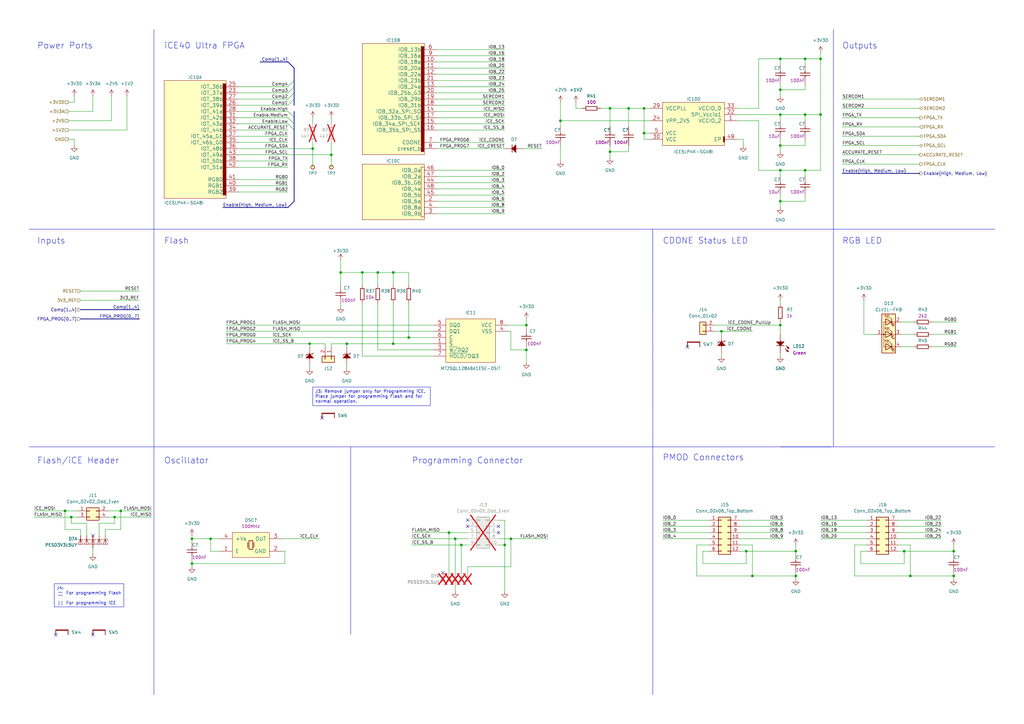
<source format=kicad_sch>
(kicad_sch (version 20230121) (generator eeschema)
  (paper "A3")
  (title_block (title "ACCURATE 2 Evaluation Board") (date "2023-10-06") (rev "A") (company "CERN") (comment 1 "CROME") (comment 3 "RP-IL") (comment 6 "Håkon Liverud") (comment 7 "2023-10-06"))
  (lib_symbols
    (symbol "Capacitors SMD:CC0603_100NF_50V_10%_X7R" (pin_names (offset 1.27))
      (property "Reference" "C" (at 3.81 3.048 0))
      (property "Val" "100nF" (at 3.81 -3.048 0))
      (symbol "CC0603_100NF_50V_10%_X7R_0_1"
        (pin passive line (at 0 0 0) (length 2.54) (name "1") (number "1"))
        (pin passive line (at 7.62 0 180) (length 2.54) (name "2") (number "2"))
      )
    )
    (symbol "Capacitors SMD:CC0603_10UF_25V_20%_X5R" (pin_names (offset 1.27))
      (property "Reference" "C" (at 3.81 3.048 0))
      (property "Val" "10uF" (at 3.81 -3.048 0))
      (symbol "CC0603_10UF_25V_20%_X5R_0_1"
        (pin passive line (at 0 0 0) (length 2.54) (name "1") (number "1"))
        (pin passive line (at 7.62 0 180) (length 2.54) (name "2") (number "2"))
      )
    )
    (symbol "Connector_Generic:Conn_01x02" (pin_names (offset 1.016) hide)
      (property "Reference" "J" (at 0 2.54 0))
      (property "Value" "Conn_01x02" (at 0 -5.08 0))
      (symbol "Conn_01x02_1_1"
        (pin passive line (at -5.08 0 0) (length 3.81) (name "Pin_1") (number "1"))
        (pin passive line (at -5.08 -2.54 0) (length 3.81) (name "Pin_2") (number "2"))
      )
    )
    (symbol "Connector_Generic:Conn_02x02_Odd_Even" (pin_names (offset 1.016) hide)
      (property "Reference" "J" (at 1.27 2.54 0))
      (property "Value" "Conn_02x02_Odd_Even" (at 1.27 -5.08 0))
      (symbol "Conn_02x02_Odd_Even_1_1"
        (pin passive line (at -5.08 0 0) (length 3.81) (name "Pin_1") (number "1"))
        (pin passive line (at 7.62 0 180) (length 3.81) (name "Pin_2") (number "2"))
        (pin passive line (at -5.08 -2.54 0) (length 3.81) (name "Pin_3") (number "3"))
        (pin passive line (at 7.62 -2.54 180) (length 3.81) (name "Pin_4") (number "4"))
      )
    )
    (symbol "Connector_Generic:Conn_02x05_Odd_Even" (pin_names (offset 1.016) hide)
      (property "Reference" "J" (at 1.27 7.62 0))
      (property "Value" "Conn_02x05_Odd_Even" (at 1.27 -7.62 0))
      (symbol "Conn_02x05_Odd_Even_1_1"
        (pin passive line (at -5.08 5.08 0) (length 3.81) (name "Pin_1") (number "1"))
        (pin passive line (at 7.62 -5.08 180) (length 3.81) (name "Pin_10") (number "10"))
        (pin passive line (at 7.62 5.08 180) (length 3.81) (name "Pin_2") (number "2"))
        (pin passive line (at -5.08 2.54 0) (length 3.81) (name "Pin_3") (number "3"))
        (pin passive line (at 7.62 2.54 180) (length 3.81) (name "Pin_4") (number "4"))
        (pin passive line (at -5.08 0 0) (length 3.81) (name "Pin_5") (number "5"))
        (pin passive line (at 7.62 0 180) (length 3.81) (name "Pin_6") (number "6"))
        (pin passive line (at -5.08 -2.54 0) (length 3.81) (name "Pin_7") (number "7"))
        (pin passive line (at 7.62 -2.54 180) (length 3.81) (name "Pin_8") (number "8"))
        (pin passive line (at -5.08 -5.08 0) (length 3.81) (name "Pin_9") (number "9"))
      )
    )
    (symbol "Connector_Generic:Conn_02x06_Top_Bottom" (pin_names (offset 1.016) hide)
      (property "Reference" "J" (at 1.27 7.62 0))
      (property "Value" "Conn_02x06_Top_Bottom" (at 1.27 -10.16 0))
      (symbol "Conn_02x06_Top_Bottom_1_1"
        (pin passive line (at -5.08 5.08 0) (length 3.81) (name "Pin_1") (number "1"))
        (pin passive line (at 7.62 -2.54 180) (length 3.81) (name "Pin_10") (number "10"))
        (pin passive line (at 7.62 -5.08 180) (length 3.81) (name "Pin_11") (number "11"))
        (pin passive line (at 7.62 -7.62 180) (length 3.81) (name "Pin_12") (number "12"))
        (pin passive line (at -5.08 2.54 0) (length 3.81) (name "Pin_2") (number "2"))
        (pin passive line (at -5.08 0 0) (length 3.81) (name "Pin_3") (number "3"))
        (pin passive line (at -5.08 -2.54 0) (length 3.81) (name "Pin_4") (number "4"))
        (pin passive line (at -5.08 -5.08 0) (length 3.81) (name "Pin_5") (number "5"))
        (pin passive line (at -5.08 -7.62 0) (length 3.81) (name "Pin_6") (number "6"))
        (pin passive line (at 7.62 5.08 180) (length 3.81) (name "Pin_7") (number "7"))
        (pin passive line (at 7.62 2.54 180) (length 3.81) (name "Pin_8") (number "8"))
        (pin passive line (at 7.62 0 180) (length 3.81) (name "Pin_9") (number "9"))
      )
    )
    (symbol "Crystals & Oscillators:OSC_100MHZ_IQD_LFSPXO022731" (pin_names (offset 1.27))
      (property "Reference" "OSC" (at 7.62 1.27 0))
      (property "Val" "100MHz" (at 7.62 -11.43 0))
      (symbol "OSC_100MHZ_IQD_LFSPXO022731_0_1"
        (pin input line (at -5.08 -7.62 0) (length 5.08) (name "E") (number "1"))
        (pin power_in line (at 20.32 -7.62 180) (length 5.08) (name "GND") (number "2"))
        (pin output line (at 20.32 -2.54 180) (length 5.08) (name "OUT") (number "3"))
        (pin power_in line (at -5.08 -2.54 0) (length 5.08) (name "+Vs") (number "4"))
      )
    )
    (symbol "Diodes:1N4148WS" (pin_names (offset 1.27))
      (property "Reference" "D" (at 3.81 2.54 0))
      (symbol "1N4148WS_0_1"
        (pin passive line (at 7.62 0 180) (length 2.54) (name "C") (number "1"))
        (pin passive line (at 0 0 0) (length 2.54) (name "A") (number "2"))
      )
    )
    (symbol "Diodes:SMBJ3V3" (pin_names (offset 1.27))
      (property "Reference" "D" (at 3.81 2.794 0))
      (symbol "SMBJ3V3_0_1"
        (pin passive line (at 7.62 0 180) (length 2.54) (name "C") (number "1"))
        (pin passive line (at 0 0 0) (length 2.54) (name "A") (number "2"))
      )
    )
    (symbol "HARWIN:HARWIN_M50-1900005" (pin_names (offset 1.27))
      (property "Reference" "SW" (at 2.54 3.175 0))
      (symbol "HARWIN_M50-1900005_0_1"
        (pin bidirectional line (at 0 0 90) (length 1.27) (name "1") (number "1"))
      )
      (symbol "HARWIN_M50-1900005_0_2"
        (pin bidirectional line (at 0 0 90) (length 1.27) (name "1") (number "1"))
      )
    )
    (symbol "HARWIN_M50-1900005_1" (pin_names (offset 1.27))
      (property "Reference" "SW" (at 2.54 3.175 0))
      (symbol "HARWIN_M50-1900005_1_0_1"
        (pin bidirectional line (at 0 0 90) (length 1.27) (name "1") (number "1"))
      )
      (symbol "HARWIN_M50-1900005_1_0_2"
        (pin bidirectional line (at 0 0 90) (length 1.27) (name "1") (number "1"))
      )
    )
    (symbol "HARWIN_M50-1900005_2" (pin_names (offset 1.27))
      (property "Reference" "SW" (at 2.54 3.175 0))
      (symbol "HARWIN_M50-1900005_2_0_1"
        (pin bidirectional line (at 0 0 90) (length 1.27) (name "1") (number "1"))
      )
      (symbol "HARWIN_M50-1900005_2_0_2"
        (pin bidirectional line (at 0 0 90) (length 1.27) (name "1") (number "1"))
      )
    )
    (symbol "HARWIN_M50-1900005_4" (pin_names (offset 1.27))
      (property "Reference" "SW" (at 2.54 3.175 0))
      (symbol "HARWIN_M50-1900005_4_0_1"
        (pin bidirectional line (at 0 0 90) (length 1.27) (name "1") (number "1"))
      )
      (symbol "HARWIN_M50-1900005_4_0_2"
        (pin bidirectional line (at 0 0 90) (length 1.27) (name "1") (number "1"))
      )
    )
    (symbol "LED:CLV1L-FKB" (pin_names (offset 0) hide)
      (property "Reference" "D" (at 0 9.398 0))
      (property "Value" "CLV1L-FKB" (at 0 -8.89 0))
      (symbol "CLV1L-FKB_0_0"
        (text "B" (at -1.905 -6.35 0) (effects (font (size 1.27 1.27))))
        (text "G" (at -1.905 -1.27 0) (effects (font (size 1.27 1.27))))
        (text "R" (at -1.905 3.81 0) (effects (font (size 1.27 1.27))))
      )
      (symbol "CLV1L-FKB_1_1"
        (pin passive line (at 5.08 0 180) (length 2.54) (name "A") (number "1"))
        (pin passive line (at -5.08 5.08 0) (length 2.54) (name "RK") (number "2"))
        (pin passive line (at -5.08 0 0) (length 2.54) (name "GK") (number "3"))
        (pin passive line (at -5.08 -5.08 0) (length 2.54) (name "BK") (number "4"))
      )
    )
    (symbol "LEDs & Displays:LED_LITEON_LTST-C193KGKT-5A" (pin_names (offset 1.27))
      (property "Reference" "LD" (at -1.27 2.54 0))
      (property "Color" "Green" (at 0 -2.54 0))
      (symbol "LED_LITEON_LTST-C193KGKT-5A_0_1"
        (pin passive line (at 3.81 0 180) (length 2.54) (name "C") (number "1"))
        (pin passive line (at -3.81 0 0) (length 2.54) (name "A") (number "2"))
      )
      (symbol "LED_LITEON_LTST-C193KGKT-5A_0_2"
        (pin passive line (at 3.81 0 180) (length 2.54) (name "C") (number "1"))
        (pin passive line (at -3.81 0 0) (length 2.54) (name "A") (number "2"))
      )
    )
    (symbol "Logic:ICE5LP4K-SG48I" (pin_names (offset 1.27))
      (property "Reference" "IC" (at 0 3.81 0))
      (symbol "ICE5LP4K-SG48I_1_1"
        (text "BANK 0" (at 5.08 -12.7 900) (effects (font (size 1.778 1.778) bold) (justify left bottom)))
        (pin bidirectional line (at 30.48 -5.08 180) (length 5.08) (name "IOT_37a") (number "23"))
        (pin bidirectional line (at 30.48 -2.54 180) (length 5.08) (name "IOT_36b") (number "25"))
        (pin bidirectional line (at 30.48 -10.16 180) (length 5.08) (name "IOT_39a") (number "26"))
        (pin bidirectional line (at 30.48 -7.62 180) (length 5.08) (name "IOT_38b") (number "27"))
        (pin bidirectional line (at 30.48 -12.7 180) (length 5.08) (name "IOT_41a") (number "28"))
        (pin bidirectional line (at 30.48 -15.24 180) (length 5.08) (name "IOT_42b") (number "31"))
        (pin bidirectional line (at 30.48 -17.78 180) (length 5.08) (name "IOT_43a") (number "32"))
        (pin bidirectional line (at 30.48 -20.32 180) (length 5.08) (name "IOT_44b") (number "34"))
        (pin bidirectional line (at 30.48 -25.4 180) (length 5.08) (name "IOT_46b_G0") (number "35"))
        (pin bidirectional line (at 30.48 -27.94 180) (length 5.08) (name "IOT_48b") (number "36"))
        (pin bidirectional line (at 30.48 -22.86 180) (length 5.08) (name "IOT_45a_G1") (number "37"))
        (pin bidirectional line (at 30.48 -33.02 180) (length 5.08) (name "IOT_50b") (number "38"))
        (pin power_in line (at 30.48 -45.72 180) (length 5.08) (name "RGB2") (number "39"))
        (pin power_in line (at 30.48 -43.18 180) (length 5.08) (name "RGB1") (number "40"))
        (pin power_in line (at 30.48 -40.64 180) (length 5.08) (name "RGB0") (number "41"))
        (pin bidirectional line (at 30.48 -35.56 180) (length 5.08) (name "IOT_51a") (number "42"))
        (pin bidirectional line (at 30.48 -30.48 180) (length 5.08) (name "IOT_49a") (number "43"))
      )
      (symbol "ICE5LP4K-SG48I_2_1"
        (text "BANK 1" (at 5.08 -12.7 900) (effects (font (size 1.778 1.778) bold) (justify left bottom)))
        (pin bidirectional line (at 30.48 -7.62 180) (length 5.08) (name "IOB_18a") (number "10"))
        (pin bidirectional line (at 30.48 -10.16 180) (length 5.08) (name "IOB_20a") (number "11"))
        (pin bidirectional line (at 30.48 -12.7 180) (length 5.08) (name "IOB_22a") (number "12"))
        (pin bidirectional line (at 30.48 -17.78 180) (length 5.08) (name "IOB_24a") (number "13"))
        (pin bidirectional line (at 30.48 -27.94 180) (length 5.08) (name "IOB_32a_SPI_SO") (number "14"))
        (pin bidirectional line (at 30.48 -33.02 180) (length 5.08) (name "IOB_34a_SPI_SCK") (number "15"))
        (pin bidirectional line (at 30.48 -35.56 180) (length 5.08) (name "IOB_35b_SPI_SS") (number "16"))
        (pin bidirectional line (at 30.48 -30.48 180) (length 5.08) (name "IOB_33b_SPI_SI") (number "17"))
        (pin bidirectional line (at 30.48 -25.4 180) (length 5.08) (name "IOB_31b") (number "18"))
        (pin bidirectional line (at 30.48 -22.86 180) (length 5.08) (name "IOB_29b") (number "19"))
        (pin bidirectional line (at 30.48 -20.32 180) (length 5.08) (name "IOB_25b_G3") (number "20"))
        (pin bidirectional line (at 30.48 -15.24 180) (length 5.08) (name "IOB_23b") (number "21"))
        (pin bidirectional line (at 30.48 -2.54 180) (length 5.08) (name "IOB_13b") (number "6"))
        (pin input line (at 30.48 -40.64 180) (length 5.08) (name "CDONE") (number "7"))
        (pin input line (at 30.48 -43.18 180) (length 5.08) (name "creset_b") (number "8"))
        (pin bidirectional line (at 30.48 -5.08 180) (length 5.08) (name "IOB_16a") (number "9"))
      )
      (symbol "ICE5LP4K-SG48I_3_1"
        (text "BANK 2" (at 5.08 -12.7 900) (effects (font (size 1.778 1.778) bold) (justify left bottom)))
        (pin bidirectional line (at 30.48 -15.24 180) (length 5.08) (name "IOB_6a") (number "2"))
        (pin bidirectional line (at 30.48 -20.32 180) (length 5.08) (name "IOB_9b") (number "3"))
        (pin bidirectional line (at 30.48 -17.78 180) (length 5.08) (name "IOB_8a") (number "4"))
        (pin bidirectional line (at 30.48 -7.62 180) (length 5.08) (name "IOB_3b_G6") (number "44"))
        (pin bidirectional line (at 30.48 -12.7 180) (length 5.08) (name "IOB_5b") (number "45"))
        (pin bidirectional line (at 30.48 -2.54 180) (length 5.08) (name "IOB_0a") (number "46"))
        (pin bidirectional line (at 30.48 -5.08 180) (length 5.08) (name "IOB_2a") (number "47"))
        (pin bidirectional line (at 30.48 -10.16 180) (length 5.08) (name "IOB_4a") (number "48"))
      )
      (symbol "ICE5LP4K-SG48I_4_1"
        (pin power_in line (at 30.48 -7.62 180) (length 5.08) (name "VCCIO_2") (number "1"))
        (pin power_in line (at 30.48 -5.08 180) (length 5.08) (name "SPI_Vccio1") (number "22"))
        (pin power_in line (at -5.08 -7.62 0) (length 5.08) (name "VPP_2V5") (number "24"))
        (pin power_in line (at -5.08 -2.54 0) (length 5.08) (name "VCCPLL") (number "29"))
        (pin power_in line (at -5.08 -15.24 0) (length 5.08) (name "VCC") (number "30"))
        (pin power_in line (at 30.48 -2.54 180) (length 5.08) (name "VCCIO_0") (number "33"))
        (pin power_in line (at 30.48 -15.24 180) (length 5.08) (name "EP") (number "49"))
        (pin power_in line (at -5.08 -12.7 0) (length 5.08) (name "VCC") (number "5"))
      )
    )
    (symbol "Logic:MT25QL128ABA1ESE-0SIT" (pin_names (offset 1.27))
      (property "Reference" "IC" (at 10.16 1.27 0))
      (symbol "MT25QL128ABA1ESE-0SIT_0_1"
        (pin input line (at -5.08 -10.16 0) (length 5.08) (name "~{S}") (number "1"))
        (pin bidirectional line (at -5.08 -5.08 0) (length 5.08) (name "DQ1") (number "2"))
        (pin bidirectional line (at -5.08 -12.7 0) (length 5.08) (name "~{W/}DQ2") (number "3"))
        (pin power_in line (at 25.4 -5.08 180) (length 5.08) (name "VSS") (number "4"))
        (pin bidirectional line (at -5.08 -2.54 0) (length 5.08) (name "DQ0") (number "5"))
        (pin input line (at -5.08 -7.62 0) (length 5.08) (name "C") (number "6"))
        (pin bidirectional line (at -5.08 -15.24 0) (length 5.08) (name "~{HOLD/}DQ3") (number "7"))
        (pin power_in line (at 25.4 -2.54 180) (length 5.08) (name "VCC") (number "8"))
      )
    )
    (symbol "Pads:SMD_PAD_1.27X1.27MM" (pin_names (offset 1.27))
      (property "Reference" "TP" (at -1.27 0 0))
      (symbol "SMD_PAD_1.27X1.27MM_0_1"
        (pin bidirectional line (at 0 0 180) (length 0) (name "1") (number "1"))
      )
    )
    (symbol "Power_Protection:PESD3V3L5UY" (pin_numbers hide) (pin_names hide)
      (property "Reference" "D" (at 0 2.54 0))
      (property "Value" "PESD3V3L5UY" (at 0 -2.54 0))
      (symbol "PESD3V3L5UY_1_1"
        (pin passive line (at -2.54 0 0) (length 2.54) (name "K1") (number "1"))
        (pin passive line (at 2.54 0 180) (length 2.54) (name "A") (number "2"))
      )
      (symbol "PESD3V3L5UY_2_1"
        (pin passive line (at -2.54 0 0) (length 2.54) (name "K2") (number "3"))
      )
      (symbol "PESD3V3L5UY_3_1"
        (pin passive line (at -2.54 0 0) (length 2.54) (name "K3") (number "4"))
      )
      (symbol "PESD3V3L5UY_4_1"
        (pin passive line (at -2.54 0 0) (length 2.54) (name "K4") (number "5"))
      )
      (symbol "PESD3V3L5UY_5_1"
        (pin passive line (at -2.54 0 0) (length 2.54) (name "K5") (number "6"))
      )
    )
    (symbol "R0603_10K_1%_0.1W_100PPM_1" (pin_names (offset 1.27))
      (property "Reference" "R" (at 3.81 1.778 0))
      (property "Tolerance" "±1%" (at 3.81 0 0))
      (property "Val" "10k" (at 3.81 -1.778 0))
      (symbol "R0603_10K_1%_0.1W_100PPM_1_0_1"
        (pin passive line (at 0 0 0) (length 1.524) (name "1") (number "1"))
        (pin passive line (at 7.62 0 180) (length 1.524) (name "2") (number "2"))
      )
    )
    (symbol "R0603_10K_1%_0.1W_100PPM_2" (pin_names (offset 1.27))
      (property "Reference" "R" (at 3.81 1.778 0))
      (property "Tolerance" "±1%" (at 3.81 0 0))
      (property "Val" "10k" (at 3.81 -1.778 0))
      (symbol "R0603_10K_1%_0.1W_100PPM_2_0_1"
        (pin passive line (at 0 0 0) (length 1.524) (name "1") (number "1"))
        (pin passive line (at 7.62 0 180) (length 1.524) (name "2") (number "2"))
      )
    )
    (symbol "R0603_10K_1%_0.1W_100PPM_3" (pin_names (offset 1.27))
      (property "Reference" "R" (at 3.81 1.778 0))
      (property "Tolerance" "±1%" (at 3.81 0 0))
      (property "Val" "10k" (at 3.81 -1.778 0))
      (symbol "R0603_10K_1%_0.1W_100PPM_3_0_1"
        (pin passive line (at 0 0 0) (length 1.524) (name "1") (number "1"))
        (pin passive line (at 7.62 0 180) (length 1.524) (name "2") (number "2"))
      )
    )
    (symbol "R0603_4K7_1%_0.1W_100PPM_1" (pin_names (offset 1.27))
      (property "Reference" "R" (at 3.81 1.778 0))
      (property "Tolerance" "±1%" (at 3.81 0 0))
      (property "Val" "4k7" (at 3.81 -1.778 0))
      (symbol "R0603_4K7_1%_0.1W_100PPM_1_0_1"
        (pin passive line (at 0 0 0) (length 1.524) (name "1") (number "1"))
        (pin passive line (at 7.62 0 180) (length 1.524) (name "2") (number "2"))
      )
    )
    (symbol "Resistors SMD:R0603_100R_1%_0.1W_100PPM" (pin_names (offset 1.27))
      (property "Reference" "R" (at 3.81 1.778 0))
      (property "Tolerance" "±1%" (at 3.81 0 0))
      (property "Val" "100" (at 3.81 -1.778 0))
      (symbol "R0603_100R_1%_0.1W_100PPM_0_1"
        (pin passive line (at 0 0 0) (length 1.524) (name "1") (number "1"))
        (pin passive line (at 7.62 0 180) (length 1.524) (name "2") (number "2"))
      )
    )
    (symbol "Resistors SMD:R0603_10K_1%_0.1W_100PPM" (pin_names (offset 1.27))
      (property "Reference" "R" (at 3.81 1.778 0))
      (property "Tolerance" "±1%" (at 3.81 0 0))
      (property "Val" "10k" (at 3.81 -1.778 0))
      (symbol "R0603_10K_1%_0.1W_100PPM_0_1"
        (pin passive line (at 0 0 0) (length 1.524) (name "1") (number "1"))
        (pin passive line (at 7.62 0 180) (length 1.524) (name "2") (number "2"))
      )
    )
    (symbol "Resistors SMD:R0603_1K0_0.1%_0.063W_10PPM" (pin_names (offset 1.27))
      (property "Reference" "R" (at 3.81 1.778 0))
      (property "Tolerance" "±0.1%" (at 3.81 0 0))
      (property "Val" "1k" (at 3.81 -1.778 0))
      (symbol "R0603_1K0_0.1%_0.063W_10PPM_0_1"
        (pin passive line (at 0 0 0) (length 1.524) (name "1") (number "1"))
        (pin passive line (at 7.62 0 180) (length 1.524) (name "2") (number "2"))
      )
    )
    (symbol "Resistors SMD:R0603_2K2_1%_0.1W_100PPM" (pin_names (offset 1.27))
      (property "Reference" "R" (at 3.81 1.778 0))
      (property "Tolerance" "±1%" (at 3.81 0 0))
      (property "Val" "2k2" (at 3.81 -1.778 0))
      (symbol "R0603_2K2_1%_0.1W_100PPM_0_1"
        (pin passive line (at 0 0 0) (length 1.524) (name "1") (number "1"))
        (pin passive line (at 7.62 0 180) (length 1.524) (name "2") (number "2"))
      )
    )
    (symbol "Resistors SMD:R0603_4K7_1%_0.1W_100PPM" (pin_names (offset 1.27))
      (property "Reference" "R" (at 3.81 1.778 0))
      (property "Tolerance" "±1%" (at 3.81 0 0))
      (property "Val" "4k7" (at 3.81 -1.778 0))
      (symbol "R0603_4K7_1%_0.1W_100PPM_0_1"
        (pin passive line (at 0 0 0) (length 1.524) (name "1") (number "1"))
        (pin passive line (at 7.62 0 180) (length 1.524) (name "2") (number "2"))
      )
    )
    (symbol "power:+1V2" (power) (pin_names (offset 0))
      (property "Value" "+1V2" (at 0 3.556 0))
      (symbol "+1V2_1_1"
        (pin power_in line (at 0 0 90) (length 0) hide (name "+1V2") (number "1"))
      )
    )
    (symbol "power:+2V5" (power) (pin_names (offset 0))
      (property "Value" "+2V5" (at 0 3.556 0))
      (symbol "+2V5_1_1"
        (pin power_in line (at 0 0 90) (length 0) hide (name "+2V5") (number "1"))
      )
    )
    (symbol "power:GND" (power) (pin_names (offset 0))
      (property "Value" "GND" (at 0 -3.81 0))
      (symbol "GND_1_1"
        (pin power_in line (at 0 0 270) (length 0) hide (name "GND") (number "1"))
      )
    )
    (symbol "symbol_lib:+3V3A" (power) (pin_names (offset 0))
      (property "Value" "+3V3A" (at 0 3.556 0))
      (symbol "+3V3A_1_1"
        (pin power_in line (at 0 0 90) (length 0) hide (name "+3V3A") (number "1"))
      )
    )
    (symbol "symbol_lib:+3V3D" (power) (pin_names (offset 0))
      (property "Value" "+3V3D" (at 0 3.556 0))
      (symbol "+3V3D_1_1"
        (pin power_in line (at 0 0 90) (length 0) hide (name "+3V3D") (number "1"))
      )
    )
  )
  (junction (at 29.21 212.09))
  (junction (at 215.9 133.35))
  (junction (at 49.53 209.55))
  (junction (at 320.04 133.35))
  (junction (at 320.04 82.55))
  (junction (at 320.04 36.83))
  (junction (at 336.55 46.99))
  (junction (at 320.04 46.99))
  (junction (at 250.19 44.45))
  (junction (at 215.9 143.51))
  (junction (at 330.2 24.13))
  (junction (at 391.16 236.22))
  (junction (at 142.24 140.97))
  (junction (at 127 140.97))
  (junction (at 229.87 49.53))
  (junction (at 184.15 218.44))
  (junction (at 186.69 220.98))
  (junction (at 209.55 220.98))
  (junction (at 391.16 226.06))
  (junction (at 154.94 111.76))
  (junction (at 26.67 209.55))
  (junction (at 128.27 60.96))
  (junction (at 207.01 223.52))
  (junction (at 326.39 226.06))
  (junction (at 257.81 44.45))
  (junction (at 167.64 138.43))
  (junction (at 330.2 46.99))
  (junction (at 320.04 59.69))
  (junction (at 139.7 111.76))
  (junction (at 250.19 62.23))
  (junction (at 161.29 140.97))
  (junction (at 135.89 63.5))
  (junction (at 370.84 226.06))
  (junction (at 189.23 223.52))
  (junction (at 336.55 24.13))
  (junction (at 295.91 135.89))
  (junction (at 264.16 44.45))
  (junction (at 148.59 111.76))
  (junction (at 306.07 226.06))
  (junction (at 373.38 236.22))
  (junction (at 78.74 231.14))
  (junction (at 78.74 220.98))
  (junction (at 46.99 212.09))
  (junction (at 320.04 24.13))
  (junction (at 308.61 236.22))
  (junction (at 330.2 69.85))
  (junction (at 320.04 69.85))
  (junction (at 326.39 236.22))
  (junction (at 161.29 111.76))
  (junction (at 86.36 220.98))
  (junction (at 264.16 54.61))
  (no_connect (at 22.86 260.35))
  (no_connect (at 181.61 234.95))
  (no_connect (at 281.94 142.24))
  (no_connect (at 204.47 218.44))
  (no_connect (at 204.47 215.9))
  (no_connect (at 191.77 213.36))
  (no_connect (at 191.77 215.9))
  (no_connect (at 132.08 171.45))
  (no_connect (at 38.1 219.71))
  (no_connect (at 38.1 260.35))
  (bus_entry (at 118.11 50.8) (size 2.54 2.54))
  (bus_entry (at 118.11 45.72) (size 2.54 2.54))
  (bus_entry (at 118.11 43.18) (size 2.54 -2.54))
  (bus_entry (at 118.11 48.26) (size 2.54 2.54))
  (bus_entry (at 118.11 40.64) (size 2.54 -2.54))
  (bus_entry (at 118.11 38.1) (size 2.54 -2.54))
  (bus_entry (at 118.11 35.56) (size 2.54 -2.54))
  (wire (pts (xy 179.07 53.34) (xy 207.01 53.34)))
  (wire (pts (xy 86.36 226.06) (xy 86.36 220.98)))
  (wire (pts (xy 13.97 209.55) (xy 26.67 209.55)))
  (wire (pts (xy 215.9 143.51) (xy 215.9 142.24)))
  (wire (pts (xy 118.11 50.8) (xy 97.79 50.8)))
  (wire (pts (xy 148.59 124.46) (xy 148.59 146.05)))
  (polyline (pts (xy 60.96 93.98) (xy 341.8332 93.98)))
  (wire (pts (xy 391.16 236.22) (xy 391.16 237.49)))
  (wire (pts (xy 302.26 46.99) (xy 320.04 46.99)))
  (wire (pts (xy 250.19 44.45) (xy 250.19 52.07)))
  (wire (pts (xy 135.89 48.26) (xy 135.89 50.8)))
  (wire (pts (xy 306.07 226.06) (xy 326.39 226.06)))
  (bus (pts (xy 120.65 48.26) (xy 120.65 50.8)))
  (wire (pts (xy 320.04 36.83) (xy 330.2 36.83)))
  (wire (pts (xy 179.07 77.47) (xy 207.01 77.47)))
  (wire (pts (xy 118.11 73.66) (xy 97.79 73.66)))
  (wire (pts (xy 135.89 140.97) (xy 142.24 140.97)))
  (wire (pts (xy 179.07 50.8) (xy 207.01 50.8)))
  (polyline (pts (xy 341.8332 12.0396) (xy 341.8332 93.98)))
  (wire (pts (xy 350.52 236.22) (xy 373.38 236.22)))
  (bus (pts (xy 118.11 85.09) (xy 120.65 82.55)))
  (wire (pts (xy 46.99 214.63) (xy 46.99 212.09)))
  (wire (pts (xy 250.19 62.23) (xy 250.19 64.77)))
  (wire (pts (xy 354.33 123.19) (xy 354.33 137.16)))
  (wire (pts (xy 139.7 111.76) (xy 139.7 116.84)))
  (polyline (pts (xy 256.54 183.2864) (xy 256.5654 183.2864)))
  (wire (pts (xy 257.81 59.69) (xy 257.81 62.23)))
  (wire (pts (xy 330.2 69.85) (xy 336.55 69.85)))
  (wire (pts (xy 33.02 219.71) (xy 33.02 217.17)))
  (wire (pts (xy 386.08 215.9) (xy 368.3 215.9)))
  (wire (pts (xy 40.64 214.63) (xy 46.99 214.63)))
  (wire (pts (xy 377.19 40.64) (xy 345.44 40.64)))
  (wire (pts (xy 377.19 48.26) (xy 345.44 48.26)))
  (wire (pts (xy 184.15 218.44) (xy 168.91 218.44)))
  (wire (pts (xy 127 140.97) (xy 127 142.24)))
  (wire (pts (xy 204.47 213.36) (xy 207.01 213.36)))
  (wire (pts (xy 43.18 217.17) (xy 49.53 217.17)))
  (wire (pts (xy 46.99 212.09) (xy 44.45 212.09)))
  (wire (pts (xy 118.11 76.2) (xy 97.79 76.2)))
  (wire (pts (xy 179.07 85.09) (xy 207.01 85.09)))
  (wire (pts (xy 177.8 143.51) (xy 154.94 143.51)))
  (wire (pts (xy 320.04 82.55) (xy 320.04 85.09)))
  (wire (pts (xy 179.07 22.86) (xy 207.01 22.86)))
  (wire (pts (xy 295.91 135.89) (xy 295.91 137.16)))
  (wire (pts (xy 116.84 226.06) (xy 115.57 226.06)))
  (wire (pts (xy 321.31 213.36) (xy 303.53 213.36)))
  (polyline (pts (xy 341.8332 93.98) (xy 341.8332 183.2864)))
  (wire (pts (xy 27.94 45.72) (xy 38.1 45.72)))
  (wire (pts (xy 128.27 48.26) (xy 128.27 50.8)))
  (wire (pts (xy 191.77 218.44) (xy 184.15 218.44)))
  (wire (pts (xy 353.06 226.06) (xy 353.06 231.14)))
  (wire (pts (xy 115.57 220.98) (xy 130.81 220.98)))
  (wire (pts (xy 293.37 133.35) (xy 320.04 133.35)))
  (wire (pts (xy 209.55 135.89) (xy 209.55 143.51)))
  (wire (pts (xy 350.52 223.52) (xy 350.52 236.22)))
  (wire (pts (xy 179.07 87.63) (xy 207.01 87.63)))
  (polyline (pts (xy 143.8148 183.2864) (xy 143.8148 260.1722)))
  (wire (pts (xy 321.31 218.44) (xy 303.53 218.44)))
  (wire (pts (xy 49.53 217.17) (xy 49.53 209.55)))
  (wire (pts (xy 97.79 35.56) (xy 118.11 35.56)))
  (wire (pts (xy 118.11 68.58) (xy 97.79 68.58)))
  (wire (pts (xy 377.19 44.45) (xy 345.44 44.45)))
  (wire (pts (xy 139.7 106.68) (xy 139.7 111.76)))
  (wire (pts (xy 369.57 132.08) (xy 374.65 132.08)))
  (wire (pts (xy 288.29 231.14) (xy 306.07 231.14)))
  (wire (pts (xy 391.16 223.52) (xy 391.16 226.06)))
  (wire (pts (xy 373.38 236.22) (xy 391.16 236.22)))
  (wire (pts (xy 345.44 67.31) (xy 377.19 67.31)))
  (wire (pts (xy 207.01 223.52) (xy 207.01 242.57)))
  (wire (pts (xy 33.02 123.19) (xy 57.15 123.19)))
  (wire (pts (xy 33.02 119.38) (xy 57.15 119.38)))
  (wire (pts (xy 29.21 214.63) (xy 35.56 214.63)))
  (wire (pts (xy 320.04 46.99) (xy 320.04 49.53)))
  (wire (pts (xy 311.15 69.85) (xy 320.04 69.85)))
  (polyline (pts (xy 12.0142 183.2864) (xy 340.868 183.2864)))
  (wire (pts (xy 179.07 43.18) (xy 207.01 43.18)))
  (wire (pts (xy 118.11 66.04) (xy 97.79 66.04)))
  (wire (pts (xy 271.78 215.9) (xy 290.83 215.9)))
  (wire (pts (xy 186.69 220.98) (xy 186.69 234.95)))
  (wire (pts (xy 386.08 218.44) (xy 368.3 218.44)))
  (wire (pts (xy 135.89 63.5) (xy 97.79 63.5)))
  (wire (pts (xy 209.55 220.98) (xy 209.55 232.41)))
  (wire (pts (xy 285.75 223.52) (xy 285.75 236.22)))
  (wire (pts (xy 179.07 45.72) (xy 207.01 45.72)))
  (wire (pts (xy 320.04 132.08) (xy 320.04 133.35)))
  (wire (pts (xy 295.91 144.78) (xy 295.91 146.05)))
  (wire (pts (xy 302.26 57.15) (xy 304.8 57.15)))
  (wire (pts (xy 27.94 41.91) (xy 30.48 41.91)))
  (wire (pts (xy 320.04 144.78) (xy 320.04 146.05)))
  (wire (pts (xy 92.71 140.97) (xy 127 140.97)))
  (wire (pts (xy 45.72 39.37) (xy 45.72 49.53)))
  (wire (pts (xy 179.07 27.94) (xy 207.01 27.94)))
  (wire (pts (xy 330.2 57.15) (xy 330.2 59.69)))
  (wire (pts (xy 179.07 38.1) (xy 207.01 38.1)))
  (wire (pts (xy 148.59 116.84) (xy 148.59 111.76)))
  (wire (pts (xy 215.9 133.35) (xy 215.9 134.62)))
  (wire (pts (xy 320.04 123.19) (xy 320.04 124.46)))
  (wire (pts (xy 86.36 220.98) (xy 78.74 220.98)))
  (wire (pts (xy 92.71 133.35) (xy 177.8 133.35)))
  (bus (pts (xy 120.65 38.1) (xy 120.65 35.56)))
  (wire (pts (xy 161.29 124.46) (xy 161.29 140.97)))
  (wire (pts (xy 118.11 48.26) (xy 97.79 48.26)))
  (wire (pts (xy 257.81 44.45) (xy 250.19 44.45)))
  (wire (pts (xy 373.38 223.52) (xy 373.38 236.22)))
  (wire (pts (xy 302.26 49.53) (xy 311.15 49.53)))
  (wire (pts (xy 229.87 41.91) (xy 229.87 49.53)))
  (wire (pts (xy 311.15 44.45) (xy 302.26 44.45)))
  (wire (pts (xy 29.21 212.09) (xy 31.75 212.09)))
  (wire (pts (xy 38.1 39.37) (xy 38.1 45.72)))
  (wire (pts (xy 179.07 25.4) (xy 207.01 25.4)))
  (wire (pts (xy 29.21 212.09) (xy 29.21 214.63)))
  (wire (pts (xy 86.36 220.98) (xy 90.17 220.98)))
  (polyline (pts (xy 267.7414 94.0054) (xy 267.7668 183.2864)))
  (bus (pts (xy 57.15 130.81) (xy 33.02 130.81)))
  (wire (pts (xy 264.16 54.61) (xy 266.7 54.61)))
  (wire (pts (xy 62.23 212.09) (xy 46.99 212.09)))
  (wire (pts (xy 257.81 52.07) (xy 257.81 44.45)))
  (wire (pts (xy 336.55 69.85) (xy 336.55 46.99)))
  (wire (pts (xy 179.07 74.93) (xy 207.01 74.93)))
  (wire (pts (xy 167.64 111.76) (xy 167.64 116.84)))
  (wire (pts (xy 167.64 124.46) (xy 167.64 138.43)))
  (wire (pts (xy 330.2 24.13) (xy 336.55 24.13)))
  (wire (pts (xy 161.29 111.76) (xy 167.64 111.76)))
  (wire (pts (xy 229.87 49.53) (xy 229.87 52.07)))
  (wire (pts (xy 330.2 80.01) (xy 330.2 82.55)))
  (wire (pts (xy 308.61 223.52) (xy 308.61 236.22)))
  (wire (pts (xy 320.04 57.15) (xy 320.04 59.69)))
  (wire (pts (xy 215.9 143.51) (xy 215.9 148.59)))
  (wire (pts (xy 142.24 149.86) (xy 142.24 151.13)))
  (bus (pts (xy 120.65 33.02) (xy 120.65 27.94)))
  (wire (pts (xy 118.11 78.74) (xy 97.79 78.74)))
  (wire (pts (xy 369.57 137.16) (xy 374.65 137.16)))
  (bus (pts (xy 120.65 43.18) (xy 120.65 40.64)))
  (wire (pts (xy 135.89 140.97) (xy 135.89 142.24)))
  (wire (pts (xy 49.53 209.55) (xy 44.45 209.55)))
  (wire (pts (xy 271.78 218.44) (xy 290.83 218.44)))
  (wire (pts (xy 135.89 58.42) (xy 135.89 63.5)))
  (wire (pts (xy 386.08 220.98) (xy 368.3 220.98)))
  (wire (pts (xy 336.55 220.98) (xy 355.6 220.98)))
  (wire (pts (xy 30.48 41.91) (xy 30.48 39.37)))
  (wire (pts (xy 370.84 231.14) (xy 370.84 226.06)))
  (wire (pts (xy 78.74 231.14) (xy 116.84 231.14)))
  (wire (pts (xy 391.16 236.22) (xy 391.16 234.95)))
  (wire (pts (xy 321.31 220.98) (xy 303.53 220.98)))
  (wire (pts (xy 320.04 59.69) (xy 330.2 59.69)))
  (wire (pts (xy 266.7 57.15) (xy 264.16 57.15)))
  (wire (pts (xy 320.04 46.99) (xy 330.2 46.99)))
  (wire (pts (xy 30.48 57.15) (xy 30.48 59.69)))
  (wire (pts (xy 29.21 212.09) (xy 13.97 212.09)))
  (wire (pts (xy 321.31 215.9) (xy 303.53 215.9)))
  (wire (pts (xy 271.78 220.98) (xy 290.83 220.98)))
  (wire (pts (xy 27.94 49.53) (xy 45.72 49.53)))
  (wire (pts (xy 209.55 232.41) (xy 191.77 232.41)))
  (wire (pts (xy 320.04 24.13) (xy 320.04 26.67)))
  (wire (pts (xy 179.07 40.64) (xy 207.01 40.64)))
  (polyline (pts (xy 12.0142 93.98) (xy 60.96 93.98)))
  (wire (pts (xy 353.06 231.14) (xy 370.84 231.14)))
  (wire (pts (xy 161.29 140.97) (xy 177.8 140.97)))
  (wire (pts (xy 207.01 213.36) (xy 207.01 223.52)))
  (wire (pts (xy 236.22 41.91) (xy 236.22 44.45)))
  (wire (pts (xy 92.71 135.89) (xy 177.8 135.89)))
  (wire (pts (xy 179.07 72.39) (xy 207.01 72.39)))
  (wire (pts (xy 154.94 111.76) (xy 161.29 111.76)))
  (wire (pts (xy 204.47 223.52) (xy 207.01 223.52)))
  (polyline (pts (xy 267.7668 183.2864) (xy 267.7668 284.988)))
  (wire (pts (xy 330.2 46.99) (xy 330.2 49.53)))
  (wire (pts (xy 78.74 231.14) (xy 78.74 232.41)))
  (wire (pts (xy 264.16 44.45) (xy 264.16 54.61)))
  (wire (pts (xy 336.55 21.59) (xy 336.55 24.13)))
  (wire (pts (xy 33.02 217.17) (xy 26.67 217.17)))
  (wire (pts (xy 238.76 44.45) (xy 236.22 44.45)))
  (bus (pts (xy 120.65 35.56) (xy 120.65 33.02)))
  (wire (pts (xy 62.23 209.55) (xy 49.53 209.55)))
  (wire (pts (xy 391.16 227.33) (xy 391.16 226.06)))
  (wire (pts (xy 359.41 137.16) (xy 354.33 137.16)))
  (wire (pts (xy 250.19 62.23) (xy 257.81 62.23)))
  (bus (pts (xy 120.65 27.94) (xy 118.11 25.4)))
  (wire (pts (xy 116.84 231.14) (xy 116.84 226.06)))
  (wire (pts (xy 308.61 223.52) (xy 303.53 223.52)))
  (wire (pts (xy 330.2 34.29) (xy 330.2 36.83)))
  (wire (pts (xy 290.83 226.06) (xy 288.29 226.06)))
  (wire (pts (xy 355.6 226.06) (xy 353.06 226.06)))
  (wire (pts (xy 326.39 227.33) (xy 326.39 226.06)))
  (wire (pts (xy 208.28 133.35) (xy 215.9 133.35)))
  (wire (pts (xy 38.1 224.79) (xy 38.1 227.33)))
  (wire (pts (xy 154.94 111.76) (xy 154.94 116.84)))
  (wire (pts (xy 392.43 142.24) (xy 382.27 142.24)))
  (wire (pts (xy 191.77 223.52) (xy 189.23 223.52)))
  (wire (pts (xy 179.07 69.85) (xy 207.01 69.85)))
  (wire (pts (xy 326.39 236.22) (xy 326.39 237.49)))
  (wire (pts (xy 370.84 226.06) (xy 391.16 226.06)))
  (wire (pts (xy 179.07 30.48) (xy 207.01 30.48)))
  (wire (pts (xy 167.64 138.43) (xy 177.8 138.43)))
  (wire (pts (xy 27.94 53.34) (xy 52.07 53.34)))
  (wire (pts (xy 179.07 80.01) (xy 207.01 80.01)))
  (wire (pts (xy 154.94 124.46) (xy 154.94 143.51)))
  (wire (pts (xy 26.67 209.55) (xy 31.75 209.55)))
  (wire (pts (xy 326.39 223.52) (xy 326.39 226.06)))
  (wire (pts (xy 377.19 59.69) (xy 345.44 59.69)))
  (wire (pts (xy 345.44 63.5) (xy 377.19 63.5)))
  (wire (pts (xy 78.74 229.87) (xy 78.74 231.14)))
  (wire (pts (xy 128.27 58.42) (xy 128.27 60.96)))
  (wire (pts (xy 179.07 35.56) (xy 207.01 35.56)))
  (wire (pts (xy 204.47 220.98) (xy 209.55 220.98)))
  (wire (pts (xy 189.23 223.52) (xy 168.91 223.52)))
  (wire (pts (xy 92.71 138.43) (xy 167.64 138.43)))
  (wire (pts (xy 179.07 20.32) (xy 207.01 20.32)))
  (polyline (pts (xy 341.8332 93.98) (xy 407.9748 93.98)))
  (polyline (pts (xy 320.0908 183.2864) (xy 407.9748 183.2864)))
  (wire (pts (xy 78.74 219.71) (xy 78.74 220.98)))
  (wire (pts (xy 208.28 135.89) (xy 209.55 135.89)))
  (wire (pts (xy 127 140.97) (xy 133.35 140.97)))
  (wire (pts (xy 184.15 218.44) (xy 184.15 234.95)))
  (wire (pts (xy 189.23 223.52) (xy 189.23 234.95)))
  (wire (pts (xy 179.07 33.02) (xy 207.01 33.02)))
  (wire (pts (xy 97.79 43.18) (xy 118.11 43.18)))
  (wire (pts (xy 27.94 57.15) (xy 30.48 57.15)))
  (bus (pts (xy 33.02 127) (xy 57.15 127)))
  (bus (pts (xy 120.65 53.34) (xy 120.65 82.55)))
  (wire (pts (xy 295.91 135.89) (xy 308.61 135.89)))
  (wire (pts (xy 336.55 46.99) (xy 336.55 24.13)))
  (wire (pts (xy 118.11 55.88) (xy 97.79 55.88)))
  (wire (pts (xy 177.8 146.05) (xy 148.59 146.05)))
  (wire (pts (xy 90.17 226.06) (xy 86.36 226.06)))
  (wire (pts (xy 215.9 130.81) (xy 215.9 133.35)))
  (wire (pts (xy 186.69 220.98) (xy 168.91 220.98)))
  (wire (pts (xy 127 149.86) (xy 127 151.13)))
  (wire (pts (xy 377.19 52.07) (xy 345.44 52.07)))
  (wire (pts (xy 229.87 59.69) (xy 229.87 66.04)))
  (bus (pts (xy 118.11 25.4) (xy 106.68 25.4)))
  (wire (pts (xy 320.04 133.35) (xy 320.04 137.16)))
  (wire (pts (xy 139.7 111.76) (xy 148.59 111.76)))
  (wire (pts (xy 373.38 223.52) (xy 368.3 223.52)))
  (wire (pts (xy 336.55 215.9) (xy 355.6 215.9)))
  (wire (pts (xy 229.87 49.53) (xy 266.7 49.53)))
  (bus (pts (xy 120.65 40.64) (xy 120.65 38.1)))
  (wire (pts (xy 35.56 214.63) (xy 35.56 219.71)))
  (wire (pts (xy 320.04 69.85) (xy 330.2 69.85)))
  (wire (pts (xy 186.69 240.03) (xy 186.69 242.57)))
  (wire (pts (xy 369.57 142.24) (xy 374.65 142.24)))
  (polyline (pts (xy 63.1444 60.0202) (xy 63.1444 284.988)))
  (wire (pts (xy 128.27 60.96) (xy 128.27 68.58)))
  (wire (pts (xy 161.29 111.76) (xy 161.29 116.84)))
  (wire (pts (xy 142.24 140.97) (xy 161.29 140.97)))
  (wire (pts (xy 304.8 57.15) (xy 304.8 59.69)))
  (wire (pts (xy 377.19 55.88) (xy 345.44 55.88)))
  (bus (pts (xy 345.44 71.12) (xy 377.19 71.12)))
  (wire (pts (xy 336.55 213.36) (xy 355.6 213.36)))
  (wire (pts (xy 135.89 63.5) (xy 135.89 68.58)))
  (wire (pts (xy 330.2 46.99) (xy 336.55 46.99)))
  (wire (pts (xy 320.04 82.55) (xy 330.2 82.55)))
  (wire (pts (xy 191.77 232.41) (xy 191.77 234.95)))
  (wire (pts (xy 392.43 137.16) (xy 382.27 137.16)))
  (wire (pts (xy 142.24 140.97) (xy 142.24 142.24)))
  (wire (pts (xy 78.74 220.98) (xy 78.74 222.25)))
  (wire (pts (xy 209.55 143.51) (xy 215.9 143.51)))
  (wire (pts (xy 26.67 209.55) (xy 26.67 217.17)))
  (wire (pts (xy 336.55 218.44) (xy 355.6 218.44)))
  (wire (pts (xy 128.27 60.96) (xy 97.79 60.96)))
  (wire (pts (xy 179.07 82.55) (xy 207.01 82.55)))
  (wire (pts (xy 133.35 140.97) (xy 133.35 142.24)))
  (wire (pts (xy 320.04 69.85) (xy 320.04 72.39)))
  (wire (pts (xy 285.75 236.22) (xy 308.61 236.22)))
  (wire (pts (xy 118.11 58.42) (xy 97.79 58.42)))
  (polyline (pts (xy 63.1444 12.0396) (xy 63.1444 60.0202)))
  (wire (pts (xy 257.81 44.45) (xy 264.16 44.45)))
  (wire (pts (xy 320.04 34.29) (xy 320.04 36.83)))
  (wire (pts (xy 97.79 38.1) (xy 118.11 38.1)))
  (wire (pts (xy 311.15 49.53) (xy 311.15 69.85)))
  (wire (pts (xy 264.16 57.15) (xy 264.16 54.61)))
  (wire (pts (xy 306.07 231.14) (xy 306.07 226.06)))
  (wire (pts (xy 320.04 24.13) (xy 330.2 24.13)))
  (wire (pts (xy 326.39 236.22) (xy 326.39 234.95)))
  (wire (pts (xy 306.07 226.06) (xy 303.53 226.06)))
  (wire (pts (xy 311.15 24.13) (xy 311.15 44.45)))
  (wire (pts (xy 118.11 53.34) (xy 97.79 53.34)))
  (wire (pts (xy 209.55 220.98) (xy 224.79 220.98)))
  (wire (pts (xy 320.04 36.83) (xy 320.04 39.37)))
  (wire (pts (xy 311.15 24.13) (xy 320.04 24.13)))
  (wire (pts (xy 290.83 223.52) (xy 285.75 223.52)))
  (wire (pts (xy 97.79 40.64) (xy 118.11 40.64)))
  (wire (pts (xy 320.04 80.01) (xy 320.04 82.55)))
  (wire (pts (xy 148.59 111.76) (xy 154.94 111.76)))
  (wire (pts (xy 392.43 132.08) (xy 382.27 132.08)))
  (wire (pts (xy 118.11 45.72) (xy 97.79 45.72)))
  (wire (pts (xy 43.18 219.71) (xy 43.18 217.17)))
  (wire (pts (xy 288.29 226.06) (xy 288.29 231.14)))
  (bus (pts (xy 120.65 45.72) (xy 120.65 48.26)))
  (wire (pts (xy 222.25 60.96) (xy 214.63 60.96)))
  (wire (pts (xy 191.77 220.98) (xy 186.69 220.98)))
  (bus (pts (xy 120.65 50.8) (xy 120.65 53.34)))
  (wire (pts (xy 52.07 39.37) (xy 52.07 53.34)))
  (wire (pts (xy 355.6 223.52) (xy 350.52 223.52)))
  (wire (pts (xy 179.07 58.42) (xy 207.01 58.42)))
  (wire (pts (xy 320.04 59.69) (xy 320.04 62.23)))
  (wire (pts (xy 139.7 124.46) (xy 139.7 125.73)))
  (bus (pts (xy 118.11 85.09) (xy 91.44 85.09)))
  (wire (pts (xy 308.61 236.22) (xy 326.39 236.22)))
  (wire (pts (xy 370.84 226.06) (xy 368.3 226.06)))
  (wire (pts (xy 330.2 69.85) (xy 330.2 72.39)))
  (wire (pts (xy 293.37 135.89) (xy 295.91 135.89)))
  (wire (pts (xy 250.19 44.45) (xy 246.38 44.45)))
  (wire (pts (xy 264.16 44.45) (xy 266.7 44.45)))
  (wire (pts (xy 386.08 213.36) (xy 368.3 213.36)))
  (wire (pts (xy 250.19 59.69) (xy 250.19 62.23)))
  (wire (pts (xy 179.07 60.96) (xy 207.01 60.96)))
  (wire (pts (xy 179.07 48.26) (xy 207.01 48.26)))
  (wire (pts (xy 271.78 213.36) (xy 290.83 213.36)))
  (wire (pts (xy 330.2 24.13) (xy 330.2 26.67)))
  (wire (pts (xy 40.64 214.63) (xy 40.64 219.71)))
  (text_box "J4:\n    For programming Flash\n\n    For programming iCE" (at 22.225 239.395 0) (size 28.575 9.525) (effects (font (size 1.27 1.27)) (justify left top)))
  (text_box "J3: Remove jumper only for Programming iCE.\nPlace jumper for programming Flash and for normal operation." (at 128.27 158.75 0) (size 48.26 7.62) (effects (font (size 1.27 1.27)) (justify left top)))
  (text "Inputs" (at 15.24 100.33 0) (effects (font (size 2.5 2.5)) (justify left bottom)))
  (text "Flash/iCE Header" (at 15.24 190.5 0) (effects (font (size 2.5 2.5)) (justify left bottom)))
  (text "Programming Connector" (at 168.91 190.5 0) (effects (font (size 2.5 2.5)) (justify left bottom)))
  (text "Oscillator" (at 67.31 190.5 0) (effects (font (size 2.5 2.5)) (justify left bottom)))
  (text "Outputs" (at 345.44 20.32 0) (effects (font (size 2.5 2.5)) (justify left bottom)))
  (text "RGB LED" (at 345.44 100.33 0) (effects (font (size 2.5 2.5)) (justify left bottom)))
  (text "||" (at 25.4 245.11 90) (effects (font (size 1.27 1.27)) (justify left bottom)))
  (text "Power Ports" (at 15.24 20.32 0) (effects (font (size 2.5 2.5)) (justify left bottom)))
  (text "iCE40 Ultra FPGA" (at 67.31 20.32 0) (effects (font (size 2.5 2.5)) (justify left bottom)))
  (text "||" (at 23.495 248.285 0) (effects (font (size 1.27 1.27)) (justify left bottom)))
  (text "PMOD Connectors" (at 271.78 189.23 0) (effects (font (size 2.5 2.5)) (justify left bottom)))
  (text "CDONE Status LED" (at 271.78 100.33 0) (effects (font (size 2.5 2.5)) (justify left bottom)))
  (text "Flash" (at 67.31 100.33 0) (effects (font (size 2.5 2.5)) (justify left bottom)))
  (label "IOB_4" (at 207.01 77.47 180))
  (label "FPGA_PROG4" (at 92.71 140.97 0))
  (label "RGB0" (at 118.11 73.66 180))
  (label "IOB_18" (at 336.55 218.44 0))
  (label "SERCOM1" (at 345.44 40.64 0))
  (label "IOB_5" (at 207.01 80.01 180))
  (label "IOB_23" (at 386.08 215.9 180))
  (label "FPGA_PROG1" (at 92.71 133.35 0))
  (label "ACCURATE_RESET" (at 345.44 63.5 0))
  (label "Enable.Low" (at 118.11 50.8 180))
  (label "ACCURATE_RESET" (at 118.11 53.34 180))
  (label "IOB_16" (at 207.01 22.86 180))
  (label "FPGA_RX" (at 118.11 68.58 180))
  (label "IOB_9" (at 207.01 87.63 180))
  (label "IOB_18" (at 207.01 25.4 180))
  (label "RGB2" (at 118.11 78.74 180))
  (label "iCE_MISO" (at 62.23 212.09 180))
  (label "RESET" (at 57.15 119.38 180))
  (label "Comp3" (at 118.11 38.1 180))
  (label "IOB_8" (at 321.31 218.44 180))
  (label "RGB2" (at 392.43 142.24 180))
  (label "FLASH_MISO" (at 168.91 218.44 0))
  (label "iCE_SS_B" (at 207.01 53.34 180))
  (label "IOB_3" (at 207.01 74.93 180))
  (label "3V3_REF" (at 57.15 123.19 180))
  (label "IOB_24" (at 207.01 35.56 180))
  (label "IOB_22" (at 207.01 30.48 180))
  (label "IOB_20" (at 207.01 27.94 180))
  (label "FPGA_SDA" (at 118.11 60.96 180))
  (label "FPGA_PROG7" (at 180.34 60.96 0))
  (label "IOB_5" (at 321.31 213.36 180))
  (label "iCE_SS_B" (at 168.91 223.52 0))
  (label "IOB_4" (at 271.78 220.98 0))
  (label "IOB_23" (at 207.01 33.02 180))
  (label "iCE_MOSI" (at 13.97 209.55 0))
  (label "IOB_16" (at 336.55 215.9 0))
  (label "FLASH_MOSI" (at 62.23 209.55 180))
  (label "iCE_SCK" (at 207.01 50.8 180))
  (label "FPGA_TX" (at 118.11 66.04 180))
  (label "IOB_2" (at 271.78 215.9 0))
  (label "FLASH_MISO" (at 111.76 135.89 0))
  (label "iCE_SS_B" (at 111.76 140.97 0))
  (label "FLASH_MISO" (at 13.97 212.09 0))
  (label "Enable.High" (at 118.11 45.72 180))
  (label "IOB_24" (at 386.08 218.44 180))
  (label "Comp[1..4]" (at 57.15 127 180))
  (label "FPGA_TX" (at 345.44 48.26 0))
  (label "IOB_25" (at 207.01 38.1 180))
  (label "Enable.Medium" (at 118.11 48.26 180))
  (label "IOB_20" (at 336.55 220.98 0))
  (label "IOB_13" (at 207.01 20.32 180))
  (label "iCE_CRESET" (at 207.01 60.96 180))
  (label "FPGA_RX" (at 345.44 52.07 0))
  (label "IOB_6" (at 321.31 215.9 180))
  (label "IOB_2" (at 207.01 72.39 180))
  (label "SERCOM2" (at 345.44 44.45 0))
  (label "IOB_3" (at 271.78 218.44 0))
  (label "FLASH_MOSI" (at 111.76 133.35 0))
  (label "iCE_SCK" (at 111.76 138.43 0))
  (label "iCE_MOSI" (at 207.01 48.26 180))
  (label "Comp4" (at 118.11 35.56 180))
  (label "FPGA_PROG[0..7]" (at 57.15 130.81 180))
  (label "IOB_25" (at 386.08 220.98 180))
  (label "iCE_SCK" (at 168.91 220.98 0))
  (label "FPGA_PROG2" (at 92.71 135.89 0))
  (label "FPGA_PROG6" (at 180.34 58.42 0))
  (label "FPGA_SCL" (at 118.11 63.5 180))
  (label "FPGA_CLK" (at 118.11 55.88 180))
  (label "iCE_CDONE_PullUp" (at 298.45 133.35 0))
  (label "Comp[1..4]" (at 118.11 25.4 180))
  (label "FPGA_PROG0" (at 92.71 138.43 0))
  (label "iCE_CDONE" (at 207.01 58.42 180))
  (label "IOB_8" (at 207.01 85.09 180))
  (label "iCE_CLK" (at 130.81 220.98 180))
  (label "IOB_6" (at 207.01 82.55 180))
  (label "FPGA_CLK" (at 345.44 67.31 0))
  (label "FPGA_SDA" (at 345.44 55.88 0))
  (label "SERCOM1" (at 207.01 40.64 180))
  (label "IOB_0" (at 271.78 213.36 0))
  (label "RGB1" (at 118.11 76.2 180))
  (label "FLASH_MOSI" (at 224.79 220.98 180))
  (label "iCE_CDONE" (at 308.61 135.89 180))
  (label "IOB_22" (at 386.08 213.36 180))
  (label "RGB0" (at 392.43 132.08 180))
  (label "Comp2" (at 118.11 40.64 180))
  (label "RESET" (at 222.25 60.96 180))
  (label "iCE_MISO" (at 207.01 45.72 180))
  (label "Enable{High, Medium, Low}" (at 91.44 85.09 0))
  (label "IOB_9" (at 321.31 220.98 180))
  (label "RGB1" (at 392.43 137.16 180))
  (label "Enable{High, Medium, Low}" (at 345.44 71.12 0))
  (label "SERCOM2" (at 207.01 43.18 180))
  (label "IOB_13" (at 336.55 213.36 0))
  (label "Comp1" (at 118.11 43.18 180))
  (label "FPGA_SCL" (at 345.44 59.69 0))
  (label "IOB_0" (at 207.01 69.85 180))
  (label "iCE_CLK" (at 118.11 58.42 180))
  (hierarchical_label "FPGA_TX" (shape output) (at 377.19 48.26 0))
  (hierarchical_label "+2V5" (shape passive) (at 27.94 49.53 180))
  (hierarchical_label "ACCURATE_RESET" (shape output) (at 377.19 63.5 0))
  (hierarchical_label "+1V2" (shape passive) (at 27.94 53.34 180))
  (hierarchical_label "SERCOM2" (shape bidirectional) (at 377.19 44.45 0))
  (hierarchical_label "RESET" (shape input) (at 33.02 119.38 180))
  (hierarchical_label "SERCOM1" (shape bidirectional) (at 377.19 40.64 0))
  (hierarchical_label "FPGA_SDA" (shape bidirectional) (at 377.19 55.88 0))
  (hierarchical_label "FPGA_CLK" (shape output) (at 377.19 67.31 0))
  (hierarchical_label "FPGA_PROG[0..7]" (shape input) (at 33.02 130.81 180))
  (hierarchical_label "FPGA_RX" (shape input) (at 377.19 52.07 0))
  (hierarchical_label "3V3_REF" (shape input) (at 33.02 123.19 180))
  (hierarchical_label "FPGA_SCL" (shape bidirectional) (at 377.19 59.69 0))
  (hierarchical_label "+3V3D" (shape passive) (at 27.94 41.91 180))
  (hierarchical_label "+3V3A" (shape passive) (at 27.94 45.72 180))
  (hierarchical_label "Enable{High, Medium, Low}" (shape output) (at 377.19 71.12 0))
  (hierarchical_label "Comp[1..4]" (shape input) (at 33.02 127 180))
  (hierarchical_label "GND" (shape passive) (at 27.94 57.15 180))
  (symbol (lib_id "Logic:MT25QL128ABA1ESE-0SIT") (at 182.88 130.81 0) (unit 1)
    (property "Reference" "IC11" (at 193.04 128.27 0))
    (property "Value" "MT25QL128ABA1ESE-0SIT" (at 193.04 151.13 0))
    (property "Footprint" "ICs And Semiconductors SMD:SOIC127P790X216-8N" (effects hide))
    (property "Datasheet" "\\\\cern.ch\\dfs\\Applications\\Altium\\Datasheets\\MT25QL128ABA1ESE-0SIT.pdf" (effects hide))
    (property "Part Number" "MT25QL128ABA1ESE-0SIT" (effects hide))
    (property "Library Ref" "MT25QxxxxxBA1ESE" (effects hide))
    (property "Library Path" "SchLib\\Logic.SchLib" (effects hide))
    (property "Comment" "MT25QL128ABA1ESE-0SIT" (effects hide))
    (property "Component Kind" "Standard" (effects hide))
    (property "Component Type" "Standard" (effects hide))
    (property "Device" "MT25QL128ABA1ESE-0SIT" (effects hide))
    (property "PackageDescription" "SOIC, 1.27mm Pitch; 8 Pin, 5.285mm W X 5.335mm L X 2.16mm H body, IPC Medium Density" (effects hide))
    (property "Status" " " (effects hide))
    (property "Part Description" "128Mb (16MB), 2.7V-3.6V, Multiple I/O Serial NOR Flash Memory, with Hold# Pins, –40°C to +85°C" (effects hide))
    (property "Manufacturer" "MICRON TECHNOLOGY" (effects hide))
    (property "Manufacturer Part Number" "MT25QL128ABA1ESE-0SIT" (effects hide))
    (property "Pin Count" "8" (effects hide))
    (property "Case" "SOIC8" (effects hide))
    (property "Mounted" "Yes" (effects hide))
    (property "Socket" "No" (effects hide))
    (property "SMD" "Yes" (effects hide))
    (property "PressFit" "No" (effects hide))
    (property "Sense" "No" (effects hide))
    (property "Bonding" "No" (effects hide))
    (property "Sense Comment" " " (effects hide))
    (property "Status Comment" " " (effects hide))
    (property "ComponentHeight" "2.16mm" (effects hide))
    (property "Footprint Path" "PcbLib\\ICs And Semiconductors SMD.PcbLib" (effects hide))
    (property "Footprint Ref" "SOIC127P790X216-8N" (effects hide))
    (property "HelpURL" "\\\\cern.ch\\dfs\\Applications\\Altium\\Datasheets\\MT25QL128ABA1ESE-0SIT.pdf" (effects hide))
    (property "ComponentLink1URL" " " (effects hide))
    (property "ComponentLink1Description" " " (effects hide))
    (property "ComponentLink2URL" " " (effects hide))
    (property "ComponentLink2Description" " " (effects hide))
    (property "Author" "CERN DEM JLC" (effects hide))
    (property "CreateDate" "01/14/19 00:00:00" (effects hide))
    (property "LatestRevisionDate" "01/14/19 00:00:00" (effects hide))
    (property "SCEM" " " (effects hide))
    (property "Database Table Name" "ICs And Semiconductors" (effects hide))
    (property "Library Name" "Logic" (effects hide))
    (property "Footprint Library" "ICs And Semiconductors SMD" (effects hide))
    (property "License" "This work is licensed under the Creative Commons CC-BY-SA 4.0 License. To the extent that circuit schematics that use Licensed Material can be considered to be ‘Adapted Material’, then the copyright holder waives article 3.b of the license with respect to these schematics." (effects hide))
  )
  (symbol (lib_id "power:GND") (at 320.04 62.23 0) (mirror y) (unit 1)
    (property "Reference" "#PWR?" (effects hide))
    (property "Value" "GND" (at 320.04 67.31 0))
    (instances (project "Accurate_Eval" (path "" (reference "#PWR?") (unit 1)) (path "" (reference "#PWR0155") (unit 1))))
  )
  (symbol (lib_id "Power_Protection:PESD3V3L5UY") (at 43.18 222.25 90) (mirror x) (unit 3)
    (property "Reference" "D?" (effects hide))
    (property "Value" "PESD3V3L5UY" (effects hide))
    (property "Footprint" "Package_TO_SOT_SMD:SOT-363_SC-70-6" (effects hide))
    (property "Datasheet" "https://assets.nexperia.com/documents/data-sheet/PESDXL5UF_V_Y.pdf" (effects hide))
    (instances (project "Accurate_Eval" (path "" (reference "D?") (unit 3)) (path "" (reference "D?") (unit 3)) (path "" (reference "D7") (unit 3))))
  )
  (symbol (lib_id "Capacitors SMD:CC0603_100NF_50V_10%_X7R") (at 229.87 52.07 270) (unit 1)
    (property "Reference" "C?" (at 229.87 53.34 90) (effects (justify right)))
    (property "Value" "CC0603_100NF_50V_10%_X7R" (effects hide))
    (property "Footprint" "Capacitors SMD:CAPC1608X87N" (effects hide))
    (property "Datasheet" "\\\\cern.ch\\dfs\\Applications\\Altium\\Datasheets\\CC0603_X7R_PHYCOMP.pdf" (effects hide))
    (property "Val" "100nF" (at 229.87 58.42 90) (effects (justify right)))
    (property "Part Number" "CC0603_100NF_50V_10%_X7R" (effects hide))
    (property "Library Ref" "Capacitor - non polarized" (effects hide))
    (property "Library Path" "SchLib\\Capacitors.SchLib" (effects hide))
    (property "Comment" "100nF" (effects hide))
    (property "Component Kind" "Standard" (effects hide))
    (property "Component Type" "Standard" (effects hide))
    (property "Pin Count" "2" (effects hide))
    (property "Footprint Path" "PcbLib\\Capacitors SMD.PcbLib" (effects hide))
    (property "Footprint Ref" "CAPC1608X87N" (effects hide))
    (property "PackageDescription" " " (effects hide))
    (property "Status" "Preferred" (effects hide))
    (property "Status Comment" " " (effects hide))
    (property "Voltage" "50V" (effects hide))
    (property "TC" "X7R" (effects hide))
    (property "Tolerance" "±10%" (effects hide))
    (property "Part Description" "SMD Multilayer Chip Ceramic Capacitor" (effects hide))
    (property "Manufacturer" "GENERIC" (effects hide))
    (property "Manufacturer Part Number" "CC0603_100NF_50V_10%_X7R" (effects hide))
    (property "Case" "0603" (effects hide))
    (property "Mounted" "Yes" (effects hide))
    (property "Socket" "No" (effects hide))
    (property "SMD" "Yes" (effects hide))
    (property "PressFit" " " (effects hide))
    (property "Sense" "No" (effects hide))
    (property "Sense Comment" " " (effects hide))
    (property "ComponentHeight" " " (effects hide))
    (property "Manufacturer1 Example" "PHYCOMP" (effects hide))
    (property "Manufacturer1 Part Number" "223858615649" (effects hide))
    (property "Manufacturer1 ComponentHeight" "0.87mm" (effects hide))
    (property "HelpURL" "\\\\cern.ch\\dfs\\Applications\\Altium\\Datasheets\\CC0603_X7R_PHYCOMP.pdf" (effects hide))
    (property "Author" "CERN DEM JLC" (effects hide))
    (property "CreateDate" "12/03/07 00:00:00" (effects hide))
    (property "LatestRevisionDate" "12/03/07 00:00:00" (effects hide))
    (property "Database Table Name" "Capacitors" (effects hide))
    (property "Library Name" "Capacitors SMD" (effects hide))
    (property "Footprint Library" "Capacitors SMD" (effects hide))
    (property "License" "This work is licensed under the Creative Commons CC-BY-SA 4.0 License. To the extent that circuit schematics that use Licensed Material can be considered to be ‘Adapted Material’, then the copyright holder waives article 3.b of the license with respect to these schematics." (effects hide))
    (instances (project "Accurate_Eval" (path "" (reference "C?") (unit 1)) (path "" (reference "C44") (unit 1))))
  )
  (symbol (lib_id "symbol_lib:+3V3D") (at 30.48 39.37 0) (unit 1)
    (property "Reference" "#PWR?" (effects hide))
    (property "Value" "+3V3D" (at 30.48 34.29 0))
    (instances (project "Accurate_Eval" (path "" (reference "#PWR?") (unit 1)) (path "" (reference "#PWR0130") (unit 1))))
  )
  (symbol (lib_id "LED:CLV1L-FKB") (at 364.49 137.16 0) (mirror y) (unit 1)
    (property "Reference" "D13" (at 364.49 124.46 0))
    (property "Value" "CLV1L-FKB" (at 364.49 127 0))
    (property "Footprint" "LED_SMD:LED_Cree-PLCC4_3.2x2.8mm_CCW" (effects hide))
    (property "Datasheet" "http://www.cree.com/led-components/media/documents/CLV1L-FKB-1238.pdf" (effects hide))
  )
  (symbol (lib_id "Power_Protection:PESD3V3L5UY") (at 33.02 222.25 90) (mirror x) (unit 4)
    (property "Reference" "D?" (effects hide))
    (property "Value" "PESD3V3L5UY" (effects hide))
    (property "Footprint" "Package_TO_SOT_SMD:SOT-363_SC-70-6" (effects hide))
    (property "Datasheet" "https://assets.nexperia.com/documents/data-sheet/PESDXL5UF_V_Y.pdf" (effects hide))
    (instances (project "Accurate_Eval" (path "" (reference "D?") (unit 4)) (path "" (reference "D?") (unit 4)) (path "" (reference "D7") (unit 4))))
  )
  (symbol (lib_id "Logic:ICE5LP4K-SG48I") (at 271.78 41.91 0) (unit 4)
    (property "Reference" "IC10" (at 284.48 40.64 0))
    (property "Value" "ICE5LP4K-SG48I" (at 284.48 62.23 0))
    (property "Footprint" "ICs And Semiconductors SMD:QFN50P700X700X100-49N-S550" (effects hide))
    (property "Datasheet" "\\\\cern.ch\\dfs\\Applications\\Altium\\Datasheets\\ICE5LP4K.pdf" (effects hide))
    (property "Part Number" "ICE5LP4K-SG48I" (effects hide))
    (property "Library Ref" "ICE5LP4K-SG48I" (effects hide))
    (property "Library Path" "SchLib\\Logic.SchLib" (effects hide))
    (property "Comment" "ICE5LP4K-SG48I" (effects hide))
    (property "Component Kind" "Standard" (effects hide))
    (property "Component Type" "Standard" (effects hide))
    (property "Device" "ICE5LP4K-SG48I" (effects hide))
    (property "PackageDescription" "QFN, 0.50mm Pitch, Square; 48 Pin, 7.00mm L X 7.00mm W X 1.00mm H body (w/Thermal Tab 5.50mm X 5.40mm), IPC Medium Density" (effects hide))
    (property "Status" " " (effects hide))
    (property "Part Description" "ICE40 Ultra FPGA, 3520 Logic Cells, 400 kHz data transfer speed, 48 pin QFN" (effects hide))
    (property "Manufacturer" "LATTICE SEMICONDUCTOR" (effects hide))
    (property "Manufacturer Part Number" "ICE5LP4K-SG48I" (effects hide))
    (property "Pin Count" "49" (effects hide))
    (property "Case" "QFN48" (effects hide))
    (property "Mounted" "Yes" (effects hide))
    (property "Socket" "No" (effects hide))
    (property "SMD" "Yes" (effects hide))
    (property "PressFit" "No" (effects hide))
    (property "Sense" "No" (effects hide))
    (property "Bonding" "No" (effects hide))
    (property "Sense Comment" " " (effects hide))
    (property "Status Comment" " " (effects hide))
    (property "ComponentHeight" "1.00mm" (effects hide))
    (property "Footprint Path" "PcbLib\\ICs And Semiconductors SMD.PcbLib" (effects hide))
    (property "Footprint Ref" "QFN50P700X700X100-49N-S550" (effects hide))
    (property "HelpURL" "\\\\cern.ch\\dfs\\Applications\\Altium\\Datasheets\\ICE5LP4K.pdf" (effects hide))
    (property "ComponentLink1URL" "\\\\cern.ch\\dfs\\Applications\\Altium\\Datasheets\\LATTICE_Packege.pdf" (effects hide))
    (property "ComponentLink1Description" "Package" (effects hide))
    (property "ComponentLink2URL" "\\\\cern.ch\\dfs\\Applications\\Altium\\Datasheets\\ICE5LP4K_Pinout.xlsx" (effects hide))
    (property "ComponentLink2Description" "Pinout" (effects hide))
    (property "Author" "CERN DEM HF" (effects hide))
    (property "CreateDate" "10/30/23 00:00:00" (effects hide))
    (property "LatestRevisionDate" "10/30/23 00:00:00" (effects hide))
    (property "SCEM" " " (effects hide))
    (property "Database Table Name" "ICs And Semiconductors" (effects hide))
    (property "Library Name" "Logic" (effects hide))
    (property "Footprint Library" "ICs And Semiconductors SMD" (effects hide))
    (property "License" "This work is licensed under the Creative Commons CC-BY-SA 4.0 License. To the extent that circuit schematics that use Licensed Material can be considered to be ‘Adapted Material’, then the copyright holder waives article 3.b of the license with respect to these schematics." (effects hide))
  )
  (symbol (lib_id "power:GND") (at 142.24 151.13 0) (unit 1)
    (property "Reference" "#PWR0143" (effects hide))
    (property "Value" "GND" (at 142.24 156.21 0))
  )
  (symbol (lib_id "power:GND") (at 38.1 227.33 0) (mirror y) (unit 1)
    (property "Reference" "#PWR0133" (effects hide))
    (property "Value" "GND" (at 38.1 232.41 0))
  )
  (symbol (lib_id "Capacitors SMD:CC0603_100NF_50V_10%_X7R") (at 78.74 222.25 270) (unit 1)
    (property "Reference" "C?" (at 78.74 223.52 90) (effects (justify left)))
    (property "Value" "CC0603_100NF_50V_10%_X7R" (effects hide))
    (property "Footprint" "Capacitors SMD:CAPC1608X87N" (effects hide))
    (property "Datasheet" "\\\\cern.ch\\dfs\\Applications\\Altium\\Datasheets\\CC0603_X7R_PHYCOMP.pdf" (effects hide))
    (property "Val" "100nF" (at 78.74 228.6 90) (effects (justify left)))
    (property "Part Number" "CC0603_100NF_50V_10%_X7R" (effects hide))
    (property "Library Ref" "Capacitor - non polarized" (effects hide))
    (property "Library Path" "SchLib\\Capacitors.SchLib" (effects hide))
    (property "Comment" "100nF" (effects hide))
    (property "Component Kind" "Standard" (effects hide))
    (property "Component Type" "Standard" (effects hide))
    (property "Pin Count" "2" (effects hide))
    (property "Footprint Path" "PcbLib\\Capacitors SMD.PcbLib" (effects hide))
    (property "Footprint Ref" "CAPC1608X87N" (effects hide))
    (property "PackageDescription" " " (effects hide))
    (property "Status" "Preferred" (effects hide))
    (property "Status Comment" " " (effects hide))
    (property "Voltage" "50V" (effects hide))
    (property "TC" "X7R" (effects hide))
    (property "Tolerance" "±10%" (effects hide))
    (property "Part Description" "SMD Multilayer Chip Ceramic Capacitor" (effects hide))
    (property "Manufacturer" "GENERIC" (effects hide))
    (property "Manufacturer Part Number" "CC0603_100NF_50V_10%_X7R" (effects hide))
    (property "Case" "0603" (effects hide))
    (property "Mounted" "Yes" (effects hide))
    (property "Socket" "No" (effects hide))
    (property "SMD" "Yes" (effects hide))
    (property "PressFit" " " (effects hide))
    (property "Sense" "No" (effects hide))
    (property "Sense Comment" " " (effects hide))
    (property "ComponentHeight" " " (effects hide))
    (property "Manufacturer1 Example" "PHYCOMP" (effects hide))
    (property "Manufacturer1 Part Number" "223858615649" (effects hide))
    (property "Manufacturer1 ComponentHeight" "0.87mm" (effects hide))
    (property "HelpURL" "\\\\cern.ch\\dfs\\Applications\\Altium\\Datasheets\\CC0603_X7R_PHYCOMP.pdf" (effects hide))
    (property "Author" "CERN DEM JLC" (effects hide))
    (property "CreateDate" "12/03/07 00:00:00" (effects hide))
    (property "LatestRevisionDate" "12/03/07 00:00:00" (effects hide))
    (property "Database Table Name" "Capacitors" (effects hide))
    (property "Library Name" "Capacitors SMD" (effects hide))
    (property "Footprint Library" "Capacitors SMD" (effects hide))
    (property "License" "This work is licensed under the Creative Commons CC-BY-SA 4.0 License. To the extent that circuit schematics that use Licensed Material can be considered to be ‘Adapted Material’, then the copyright holder waives article 3.b of the license with respect to these schematics." (effects hide))
    (instances (project "Accurate_Eval" (path "" (reference "C?") (unit 1)) (path "" (reference "C41") (unit 1))))
  )
  (symbol (lib_id "Power_Protection:PESD3V3L5UY") (at 181.61 237.49 90) (mirror x) (unit 4) (dnp yes)
    (property "Reference" "D?" (effects hide))
    (property "Value" "PESD3V3L5UY" (effects hide))
    (property "Footprint" "Package_TO_SOT_SMD:SOT-363_SC-70-6" (effects hide))
    (property "Datasheet" "https://assets.nexperia.com/documents/data-sheet/PESDXL5UF_V_Y.pdf" (effects hide))
    (instances (project "Accurate_Eval" (path "" (reference "D?") (unit 4)) (path "" (reference "D?") (unit 4)) (path "" (reference "D10") (unit 4))))
  )
  (symbol (lib_id "power:+1V2") (at 52.07 39.37 0) (mirror y) (unit 1)
    (property "Reference" "#PWR?" (effects hide))
    (property "Value" "+1V2" (at 52.07 34.29 0))
    (instances (project "Accurate_Eval" (path "" (reference "#PWR?") (unit 1)) (path "" (reference "#PWR0135") (unit 1))))
  )
  (symbol (lib_id "symbol_lib:+3V3D") (at 326.39 223.52 0) (unit 1)
    (property "Reference" "#PWR0159" (effects hide))
    (property "Value" "+3V3D" (at 326.39 218.44 0))
  )
  (symbol (lib_id "power:+2V5") (at 229.87 41.91 0) (unit 1)
    (property "Reference" "#PWR0148" (effects hide))
    (property "Value" "+2V5" (at 229.87 36.83 0))
  )
  (symbol (lib_id "Capacitors SMD:CC0603_100NF_50V_10%_X7R") (at 326.39 227.33 270) (unit 1)
    (property "Reference" "C?" (at 326.39 228.6 90) (effects (justify left)))
    (property "Value" "CC0603_100NF_50V_10%_X7R" (effects hide))
    (property "Footprint" "Capacitors SMD:CAPC1608X87N" (effects hide))
    (property "Datasheet" "\\\\cern.ch\\dfs\\Applications\\Altium\\Datasheets\\CC0603_X7R_PHYCOMP.pdf" (effects hide))
    (property "Val" "100nF" (at 326.39 233.68 90) (effects (justify left)))
    (property "Part Number" "CC0603_100NF_50V_10%_X7R" (effects hide))
    (property "Library Ref" "Capacitor - non polarized" (effects hide))
    (property "Library Path" "SchLib\\Capacitors.SchLib" (effects hide))
    (property "Comment" "100nF" (effects hide))
    (property "Component Kind" "Standard" (effects hide))
    (property "Component Type" "Standard" (effects hide))
    (property "Pin Count" "2" (effects hide))
    (property "Footprint Path" "PcbLib\\Capacitors SMD.PcbLib" (effects hide))
    (property "Footprint Ref" "CAPC1608X87N" (effects hide))
    (property "PackageDescription" " " (effects hide))
    (property "Status" "Preferred" (effects hide))
    (property "Status Comment" " " (effects hide))
    (property "Voltage" "50V" (effects hide))
    (property "TC" "X7R" (effects hide))
    (property "Tolerance" "±10%" (effects hide))
    (property "Part Description" "SMD Multilayer Chip Ceramic Capacitor" (effects hide))
    (property "Manufacturer" "GENERIC" (effects hide))
    (property "Manufacturer Part Number" "CC0603_100NF_50V_10%_X7R" (effects hide))
    (property "Case" "0603" (effects hide))
    (property "Mounted" "Yes" (effects hide))
    (property "Socket" "No" (effects hide))
    (property "SMD" "Yes" (effects hide))
    (property "PressFit" " " (effects hide))
    (property "Sense" "No" (effects hide))
    (property "Sense Comment" " " (effects hide))
    (property "ComponentHeight" " " (effects hide))
    (property "Manufacturer1 Example" "PHYCOMP" (effects hide))
    (property "Manufacturer1 Part Number" "223858615649" (effects hide))
    (property "Manufacturer1 ComponentHeight" "0.87mm" (effects hide))
    (property "HelpURL" "\\\\cern.ch\\dfs\\Applications\\Altium\\Datasheets\\CC0603_X7R_PHYCOMP.pdf" (effects hide))
    (property "Author" "CERN DEM JLC" (effects hide))
    (property "CreateDate" "12/03/07 00:00:00" (effects hide))
    (property "LatestRevisionDate" "12/03/07 00:00:00" (effects hide))
    (property "Database Table Name" "Capacitors" (effects hide))
    (property "Library Name" "Capacitors SMD" (effects hide))
    (property "Footprint Library" "Capacitors SMD" (effects hide))
    (property "License" "This work is licensed under the Creative Commons CC-BY-SA 4.0 License. To the extent that circuit schematics that use Licensed Material can be considered to be ‘Adapted Material’, then the copyright holder waives article 3.b of the license with respect to these schematics." (effects hide))
    (instances (project "Accurate_Eval" (path "" (reference "C?") (unit 1)) (path "" (reference "C50") (unit 1))))
  )
  (symbol (lib_name "HARWIN_M50-1900005_1") (lib_id "HARWIN:HARWIN_M50-1900005") (at 38.1 260.35 0) (unit 1)
    (property "Reference" "SW5" (at 44.45 259.334 0) (effects (justify left)))
    (property "Value" "HARWIN_M50-1900005" (effects hide))
    (property "Datasheet" "\\\\cern.ch\\dfs\\Applications\\Altium\\Datasheets\\HARWIN_M50-1900005.pdf" (effects hide))
    (property "Comment" " " (effects hide))
    (property "Part Number" "HARWIN_M50-1900005" (effects hide))
    (property "Library Ref" "Jumper Type1" (effects hide))
    (property "Library Path" "SchLib\\Connectors.SchLib" (effects hide))
    (property "Component Kind" "Standard" (effects hide))
    (property "Component Type" "Standard" (effects hide))
    (property "PackageDescription" " " (effects hide))
    (property "Pin Count" "0" (effects hide))
    (property "Case" " " (effects hide))
    (property "Footprint Path" "PcbLib\\HARWIN THD.PcbLib" (effects hide))
    (property "Footprint Ref" "HARWIN_M50-1900005" (effects hide))
    (property "Family" "Jumper" (effects hide))
    (property "Mounted" "Yes" (effects hide))
    (property "Socket" "No" (effects hide))
    (property "SMD" "No" (effects hide))
    (property "PressFit" "No" (effects hide))
    (property "Sense" "No" (effects hide))
    (property "Sense Comment" " " (effects hide))
    (property "Status" "None" (effects hide))
    (property "Status Comment" " " (effects hide))
    (property "SCEM" " " (effects hide))
    (property "Device" " " (effects hide))
    (property "Part Description" "Closed Insulated Black Jumper Pitch 1.27mm" (effects hide))
    (property "Manufacturer" "HARWIN" (effects hide))
    (property "Manufacturer Part Number" "M50-1900005" (effects hide))
    (property "ComponentHeight" "3mm" (effects hide))
    (property "HelpURL" "\\\\cern.ch\\dfs\\Applications\\Altium\\Datasheets\\HARWIN_M50-1900005.pdf" (effects hide))
    (property "ComponentLink1URL" " " (effects hide))
    (property "ComponentLink1Description" " " (effects hide))
    (property "ComponentLink2URL" " " (effects hide))
    (property "ComponentLink2Description" " " (effects hide))
    (property "Author" "CERN DEM MR" (effects hide))
    (property "CreateDate" "01/23/18 00:00:00" (effects hide))
    (property "LatestRevisionDate" "02/06/18 00:00:00" (effects hide))
    (property "Database Table Name" "Connectors" (effects hide))
    (property "Library Name" "HARWIN" (effects hide))
    (property "Footprint Library" "HARWIN THD" (effects hide))
    (property "License" "This work is licensed under the Creative Commons CC-BY-SA 4.0 License. To the extent that circuit schematics that use Licensed Material can be considered to be ‘Adapted Material’, then the copyright holder waives article 3.b of the license with respect to these schematics." (effects hide))
  )
  (symbol (lib_id "symbol_lib:+3V3D") (at 128.27 48.26 0) (mirror y) (unit 1)
    (property "Reference" "#PWR?" (effects hide))
    (property "Value" "+3V3D" (at 128.27 43.18 0))
    (instances (project "Accurate_Eval" (path "" (reference "#PWR?") (unit 1)) (path "" (reference "#PWR0139") (unit 1))))
  )
  (symbol (lib_id "power:GND") (at 229.87 66.04 0) (unit 1)
    (property "Reference" "#PWR0149" (effects hide))
    (property "Value" "GND" (at 229.87 71.12 0))
  )
  (symbol (lib_id "Crystals & Oscillators:OSC_100MHZ_IQD_LFSPXO022731") (at 95.25 218.44 0) (unit 1)
    (property "Reference" "OSC?" (at 102.87 213.36 0))
    (property "Value" "OSC_100MHZ_IQD_LFSPXO022731" (effects hide))
    (property "Footprint" "ICs And Semiconductors SMD:OSC_IQD_CFPS-73" (effects hide))
    (property "Datasheet" "\\\\cern.ch\\dfs\\Applications\\Altium\\Datasheets\\OSC_IQD_LFSPXO022731.pdf" (effects hide))
    (property "Val" "100MHz" (at 102.87 215.9 0))
    (property "Part Number" "OSC_100MHZ_IQD_LFSPXO022731" (effects hide))
    (property "Library Ref" "Oscillator 1E 2GND 3OUT 4Vs" (effects hide))
    (property "Library Path" "SchLib\\Crystals & Oscillators.SchLib" (effects hide))
    (property "Comment" "100MHz" (effects hide))
    (property "Component Kind" "Standard" (effects hide))
    (property "Component Type" "Standard" (effects hide))
    (property "Device" " " (effects hide))
    (property "PackageDescription" "SMD Oscillator, Side Concave, 5.08mm Pitch, 4 Pins, 5.00mm L X 7.00mm W X 1.40mm H, CFPS-73 Series" (effects hide))
    (property "Status" " " (effects hide))
    (property "Part Description" "3.3V, ±50ppm, 15pF, -40..85°C, HCMOS Surface Mount Clock Oscillator (CFPS-73 Series)" (effects hide))
    (property "Manufacturer" "IQD FREQUENCY PRODUCTS" (effects hide))
    (property "Manufacturer Part Number" "LFSPXO022731" (effects hide))
    (property "Pin Count" "4" (effects hide))
    (property "Case" " " (effects hide))
    (property "Mounted" "Yes" (effects hide))
    (property "Socket" "No" (effects hide))
    (property "SMD" "Yes" (effects hide))
    (property "PressFit" "No" (effects hide))
    (property "Sense" "No" (effects hide))
    (property "Bonding" "No" (effects hide))
    (property "Sense Comment" " " (effects hide))
    (property "Status Comment" " " (effects hide))
    (property "ComponentHeight" "1.4mm" (effects hide))
    (property "Footprint Path" "PcbLib\\ICs And Semiconductors SMD.PcbLib" (effects hide))
    (property "Footprint Ref" "OSC_IQD_CFPS-73" (effects hide))
    (property "HelpURL" "\\\\cern.ch\\dfs\\Applications\\Altium\\Datasheets\\OSC_IQD_LFSPXO022731.pdf" (effects hide))
    (property "ComponentLink1URL" " " (effects hide))
    (property "ComponentLink1Description" " " (effects hide))
    (property "ComponentLink2URL" " " (effects hide))
    (property "ComponentLink2Description" " " (effects hide))
    (property "Author" "CERN DEM BC" (effects hide))
    (property "CreateDate" "10/11/19 00:00:00" (effects hide))
    (property "LatestRevisionDate" "10/11/19 00:00:00" (effects hide))
    (property "Database Table Name" "ICs And Semiconductors" (effects hide))
    (property "Library Name" "Crystals & Oscillators" (effects hide))
    (property "Footprint Library" "ICs And Semiconductors SMD" (effects hide))
    (property "License" "This work is licensed under the Creative Commons CC-BY-SA 4.0 License. To the extent that circuit schematics that use Licensed Material can be considered to be ‘Adapted Material’, then the copyright holder waives article 3.b of the license with respect to these schematics." (effects hide))
    (instances (project "Accurate_Eval" (path "" (reference "OSC?") (unit 1)) (path "" (reference "OSC2") (unit 1))))
  )
  (symbol (lib_id "power:GND") (at 139.7 125.73 0) (unit 1)
    (property "Reference" "#PWR0142" (effects hide))
    (property "Value" "GND" (at 139.7 130.81 0))
  )
  (symbol (lib_id "Diodes:SMBJ3V3") (at 295.91 144.78 90) (unit 1)
    (property "Reference" "D?" (at 298.45 140.97 90) (effects (justify right)))
    (property "Value" "SMBJ3V3" (effects hide))
    (property "Footprint" "ICs And Semiconductors SMD:DIOM5436X244N" (effects hide))
    (property "Datasheet" "\\\\cern.ch\\dfs\\Applications\\Altium\\Datasheets\\VISHAY_SMBJ3V3.pdf" (effects hide))
    (property "Part Number" "SMBJ3V3" (effects hide))
    (property "Library Ref" "Diode TVS Uni-Directional" (effects hide))
    (property "Library Path" "SchLib\\Diodes.SchLib" (effects hide))
    (property "Comment" "SMBJ3V3" (effects hide))
    (property "Component Kind" "Standard" (effects hide))
    (property "Component Type" "Standard" (effects hide))
    (property "Device" "SMBJ3V3" (effects hide))
    (property "PackageDescription" "DO-214-AA/SMB Diode, Molded Body; 5.40mm L X 3.62mm W X 2.44mm H, IPC Medium Density" (effects hide))
    (property "Voltage" "3.3V" (effects hide))
    (property "Power" "600W" (effects hide))
    (property "Status" " " (effects hide))
    (property "Part Description" "Uni-Directional Transient Voltage Suppressor Diode" (effects hide))
    (property "Manufacturer" "VISHAY GENERAL SEMICONDUCTOR" (effects hide))
    (property "Manufacturer Part Number" "SMBJ3V3" (effects hide))
    (property "Pin Count" "2" (effects hide))
    (property "Case" "DO-214AA" (effects hide))
    (property "Mounted" "Yes" (effects hide))
    (property "Socket" "No" (effects hide))
    (property "SMD" "Yes" (effects hide))
    (property "PressFit" "No" (effects hide))
    (property "Sense" "No" (effects hide))
    (property "Sense Comment" " " (effects hide))
    (property "Bonding" "No" (effects hide))
    (property "Status Comment" " " (effects hide))
    (property "ComponentHeight" "2.44mm" (effects hide))
    (property "Footprint Path" "PcbLib\\ICs And Semiconductors SMD.PcbLib" (effects hide))
    (property "Footprint Ref" "DIOM5436X244N" (effects hide))
    (property "HelpURL" "\\\\cern.ch\\dfs\\Applications\\Altium\\Datasheets\\VISHAY_SMBJ3V3.pdf" (effects hide))
    (property "ComponentLink1URL" " " (effects hide))
    (property "ComponentLink1Description" " " (effects hide))
    (property "ComponentLink2URL" " " (effects hide))
    (property "ComponentLink2Description" " " (effects hide))
    (property "Author" "CERN DEM BC" (effects hide))
    (property "CreateDate" "10/12/20 00:00:00" (effects hide))
    (property "LatestRevisionDate" "10/12/20 00:00:00" (effects hide))
    (property "Database Table Name" "ICs And Semiconductors" (effects hide))
    (property "Library Name" "Diodes" (effects hide))
    (property "Footprint Library" "ICs And Semiconductors SMD" (effects hide))
    (property "License" "This work is licensed under the Creative Commons CC-BY-SA 4.0 License. To the extent that circuit schematics that use Licensed Material can be considered to be ‘Adapted Material’, then the copyright holder waives article 3.b of the license with respect to these schematics." (effects hide))
    (instances (project "Accurate_Eval" (path "" (reference "D?") (unit 1)) (path "" (reference "D12") (unit 1))))
  )
  (symbol (lib_id "Power_Protection:PESD3V3L5UY") (at 35.56 222.25 90) (mirror x) (unit 5)
    (property "Reference" "D?" (effects hide))
    (property "Value" "PESD3V3L5UY" (effects hide))
    (property "Footprint" "Package_TO_SOT_SMD:SOT-363_SC-70-6" (effects hide))
    (property "Datasheet" "https://assets.nexperia.com/documents/data-sheet/PESDXL5UF_V_Y.pdf" (effects hide))
    (instances (project "Accurate_Eval" (path "" (reference "D?") (unit 5)) (path "" (reference "D?") (unit 5)) (path "" (reference "D7") (unit 5))))
  )
  (symbol (lib_id "Diodes:SMBJ3V3") (at 142.24 149.86 90) (unit 1)
    (property "Reference" "D?" (at 144.78 146.05 90) (effects (justify right)))
    (property "Value" "SMBJ3V3" (effects hide))
    (property "Footprint" "ICs And Semiconductors SMD:DIOM5436X244N" (effects hide))
    (property "Datasheet" "\\\\cern.ch\\dfs\\Applications\\Altium\\Datasheets\\VISHAY_SMBJ3V3.pdf" (effects hide))
    (property "Part Number" "SMBJ3V3" (effects hide))
    (property "Library Ref" "Diode TVS Uni-Directional" (effects hide))
    (property "Library Path" "SchLib\\Diodes.SchLib" (effects hide))
    (property "Comment" "SMBJ3V3" (effects hide))
    (property "Component Kind" "Standard" (effects hide))
    (property "Component Type" "Standard" (effects hide))
    (property "Device" "SMBJ3V3" (effects hide))
    (property "PackageDescription" "DO-214-AA/SMB Diode, Molded Body; 5.40mm L X 3.62mm W X 2.44mm H, IPC Medium Density" (effects hide))
    (property "Voltage" "3.3V" (effects hide))
    (property "Power" "600W" (effects hide))
    (property "Status" " " (effects hide))
    (property "Part Description" "Uni-Directional Transient Voltage Suppressor Diode" (effects hide))
    (property "Manufacturer" "VISHAY GENERAL SEMICONDUCTOR" (effects hide))
    (property "Manufacturer Part Number" "SMBJ3V3" (effects hide))
    (property "Pin Count" "2" (effects hide))
    (property "Case" "DO-214AA" (effects hide))
    (property "Mounted" "Yes" (effects hide))
    (property "Socket" "No" (effects hide))
    (property "SMD" "Yes" (effects hide))
    (property "PressFit" "No" (effects hide))
    (property "Sense" "No" (effects hide))
    (property "Sense Comment" " " (effects hide))
    (property "Bonding" "No" (effects hide))
    (property "Status Comment" " " (effects hide))
    (property "ComponentHeight" "2.44mm" (effects hide))
    (property "Footprint Path" "PcbLib\\ICs And Semiconductors SMD.PcbLib" (effects hide))
    (property "Footprint Ref" "DIOM5436X244N" (effects hide))
    (property "HelpURL" "\\\\cern.ch\\dfs\\Applications\\Altium\\Datasheets\\VISHAY_SMBJ3V3.pdf" (effects hide))
    (property "ComponentLink1URL" " " (effects hide))
    (property "ComponentLink1Description" " " (effects hide))
    (property "ComponentLink2URL" " " (effects hide))
    (property "ComponentLink2Description" " " (effects hide))
    (property "Author" "CERN DEM BC" (effects hide))
    (property "CreateDate" "10/12/20 00:00:00" (effects hide))
    (property "LatestRevisionDate" "10/12/20 00:00:00" (effects hide))
    (property "Database Table Name" "ICs And Semiconductors" (effects hide))
    (property "Library Name" "Diodes" (effects hide))
    (property "Footprint Library" "ICs And Semiconductors SMD" (effects hide))
    (property "License" "This work is licensed under the Creative Commons CC-BY-SA 4.0 License. To the extent that circuit schematics that use Licensed Material can be considered to be ‘Adapted Material’, then the copyright holder waives article 3.b of the license with respect to these schematics." (effects hide))
    (instances (project "Accurate_Eval" (path "" (reference "D?") (unit 1)) (path "" (reference "D9") (unit 1))))
  )
  (symbol (lib_id "Connector_Generic:Conn_01x02") (at 135.89 147.32 270) (unit 1)
    (property "Reference" "J12" (at 134.62 151.13 90))
    (property "Value" "Conn_01x02" (effects hide))
    (property "Footprint" "Connector_PinHeader_2.54mm:PinHeader_1x02_P2.54mm_Vertical" (effects hide))
  )
  (symbol (lib_id "LEDs & Displays:LED_LITEON_LTST-C193KGKT-5A") (at 320.04 140.97 270) (unit 1)
    (property "Reference" "LD12" (at 325.12 141.986 90) (effects (justify left)))
    (property "Value" "LED_LITEON_LTST-C193KGKT-5A" (effects hide))
    (property "Footprint" "ICs And Semiconductors SMD:LED_LITEON_LTST-C193KGKT-5A" (effects hide))
    (property "Datasheet" "\\\\cern.ch\\dfs\\Applications\\Altium\\Datasheets\\LED_LITEON_LTST-C193KGKT-5A.pdf" (effects hide))
    (property "Color" "Green" (at 325.12 144.78 90) (effects (justify left)))
    (property "Part Number" "LED_LITEON_LTST-C193KGKT-5A" (effects hide))
    (property "Library Ref" "LED Green 1C 2A" (effects hide))
    (property "Library Path" "SchLib\\LEDs & Displays.SchLib" (effects hide))
    (property "Comment" " " (effects hide))
    (property "Component Kind" "Standard" (effects hide))
    (property "Component Type" "Standard" (effects hide))
    (property "Device" " " (effects hide))
    (property "PackageDescription" "SMD AlInGaP Green LED, Lens Water Clear, 2-Leads, Body 1.6x0.8mm" (effects hide))
    (property "Status" " " (effects hide))
    (property "Part Description" "Extra Thin SMD Chip LED, Ultra Bright AlInGaP Green, Lens Water Clear" (effects hide))
    (property "Manufacturer" "LITE-ON SEMICONDUCTOR" (effects hide))
    (property "Manufacturer Part Number" "LTST-C193KGKT-5A" (effects hide))
    (property "Pin Count" "2" (effects hide))
    (property "Case" "0603" (effects hide))
    (property "Mounted" "Yes" (effects hide))
    (property "Socket" "No" (effects hide))
    (property "SMD" "Yes" (effects hide))
    (property "PressFit" "No" (effects hide))
    (property "Sense Comment" " " (effects hide))
    (property "Sense" "No" (effects hide))
    (property "Bonding" "No" (effects hide))
    (property "Status Comment" " " (effects hide))
    (property "ComponentHeight" "0.35mm" (effects hide))
    (property "Footprint Path" "PcbLib\\ICs And Semiconductors SMD.PcbLib" (effects hide))
    (property "Footprint Ref" "LED_LITEON_LTST-C193KGKT-5A" (effects hide))
    (property "HelpURL" "\\\\cern.ch\\dfs\\Applications\\Altium\\Datasheets\\LED_LITEON_LTST-C193KGKT-5A.pdf" (effects hide))
    (property "ComponentLink1URL" " " (effects hide))
    (property "ComponentLink1Description" " " (effects hide))
    (property "ComponentLink2URL" " " (effects hide))
    (property "ComponentLink2Description" " " (effects hide))
    (property "Author" "CERN DEM BC" (effects hide))
    (property "CreateDate" "11/11/20 00:00:00" (effects hide))
    (property "LatestRevisionDate" "11/11/20 00:00:00" (effects hide))
    (property "Database Table Name" "ICs And Semiconductors" (effects hide))
    (property "Library Name" "LEDs & Displays" (effects hide))
    (property "Footprint Library" "ICs And Semiconductors SMD" (effects hide))
    (property "License" "This work is licensed under the Creative Commons CC-BY-SA 4.0 License. To the extent that circuit schematics that use Licensed Material can be considered to be ‘Adapted Material’, then the copyright holder waives article 3.b of the license with respect to these schematics." (effects hide))
  )
  (symbol (lib_id "symbol_lib:+3V3D") (at 215.9 130.81 0) (unit 1)
    (property "Reference" "#PWR0146" (effects hide))
    (property "Value" "+3V3D" (at 215.9 125.73 0))
  )
  (symbol (lib_id "Power_Protection:PESD3V3L5UY") (at 186.69 237.49 90) (mirror x) (unit 1) (dnp yes)
    (property "Reference" "D?" (at 180.34 236.22 90) (effects (justify left)))
    (property "Value" "PESD3V3L5UY" (at 180.34 238.76 90) (effects (justify left)))
    (property "Footprint" "Package_TO_SOT_SMD:SOT-363_SC-70-6" (effects hide))
    (property "Datasheet" "https://assets.nexperia.com/documents/data-sheet/PESDXL5UF_V_Y.pdf" (effects hide))
    (instances (project "Accurate_Eval" (path "" (reference "D?") (unit 1)) (path "" (reference "D?") (unit 1)) (path "" (reference "D10") (unit 1))))
  )
  (symbol (lib_name "HARWIN_M50-1900005_2") (lib_id "HARWIN:HARWIN_M50-1900005") (at 132.08 171.45 0) (unit 1)
    (property "Reference" "SW6" (at 138.43 170.434 0) (effects (justify left)))
    (property "Value" "HARWIN_M50-1900005" (effects hide))
    (property "Datasheet" "\\\\cern.ch\\dfs\\Applications\\Altium\\Datasheets\\HARWIN_M50-1900005.pdf" (effects hide))
    (property "Comment" " " (effects hide))
    (property "Part Number" "HARWIN_M50-1900005" (effects hide))
    (property "Library Ref" "Jumper Type1" (effects hide))
    (property "Library Path" "SchLib\\Connectors.SchLib" (effects hide))
    (property "Component Kind" "Standard" (effects hide))
    (property "Component Type" "Standard" (effects hide))
    (property "PackageDescription" " " (effects hide))
    (property "Pin Count" "0" (effects hide))
    (property "Case" " " (effects hide))
    (property "Footprint Path" "PcbLib\\HARWIN THD.PcbLib" (effects hide))
    (property "Footprint Ref" "HARWIN_M50-1900005" (effects hide))
    (property "Family" "Jumper" (effects hide))
    (property "Mounted" "Yes" (effects hide))
    (property "Socket" "No" (effects hide))
    (property "SMD" "No" (effects hide))
    (property "PressFit" "No" (effects hide))
    (property "Sense" "No" (effects hide))
    (property "Sense Comment" " " (effects hide))
    (property "Status" "None" (effects hide))
    (property "Status Comment" " " (effects hide))
    (property "SCEM" " " (effects hide))
    (property "Device" " " (effects hide))
    (property "Part Description" "Closed Insulated Black Jumper Pitch 1.27mm" (effects hide))
    (property "Manufacturer" "HARWIN" (effects hide))
    (property "Manufacturer Part Number" "M50-1900005" (effects hide))
    (property "ComponentHeight" "3mm" (effects hide))
    (property "HelpURL" "\\\\cern.ch\\dfs\\Applications\\Altium\\Datasheets\\HARWIN_M50-1900005.pdf" (effects hide))
    (property "ComponentLink1URL" " " (effects hide))
    (property "ComponentLink1Description" " " (effects hide))
    (property "ComponentLink2URL" " " (effects hide))
    (property "ComponentLink2Description" " " (effects hide))
    (property "Author" "CERN DEM MR" (effects hide))
    (property "CreateDate" "01/23/18 00:00:00" (effects hide))
    (property "LatestRevisionDate" "02/06/18 00:00:00" (effects hide))
    (property "Database Table Name" "Connectors" (effects hide))
    (property "Library Name" "HARWIN" (effects hide))
    (property "Footprint Library" "HARWIN THD" (effects hide))
    (property "License" "This work is licensed under the Creative Commons CC-BY-SA 4.0 License. To the extent that circuit schematics that use Licensed Material can be considered to be ‘Adapted Material’, then the copyright holder waives article 3.b of the license with respect to these schematics." (effects hide))
    (instances (project "Accurate_Eval" (path "" (reference "SW6") (unit 1)) (path "" (reference "SW?") (unit 1))))
  )
  (symbol (lib_name "R0603_10K_1%_0.1W_100PPM_2") (lib_id "Resistors SMD:R0603_10K_1%_0.1W_100PPM") (at 148.59 124.46 90) (unit 1)
    (property "Reference" "R37" (at 149.86 119.38 90) (effects (justify right)))
    (property "Value" "R0603_10K_1%_0.1W_100PPM" (effects hide))
    (property "Footprint" "Resistors SMD:RESC1608X55N" (effects hide))
    (property "Datasheet" "\\\\cern.ch\\dfs\\Applications\\Altium\\Datasheets\\R0603_NIC_NRC.pdf" (effects hide))
    (property "Tolerance" "±1%" (effects hide))
    (property "Val" "10k" (at 149.86 121.92 90) (effects (justify right)))
    (property "Part Number" "R0603_10K_1%_0.1W_100PPM" (effects hide))
    (property "Library Ref" "Resistor - 1%" (effects hide))
    (property "Library Path" "SchLib\\Resistors.SchLib" (effects hide))
    (property "Comment" "10k" (effects hide))
    (property "Component Kind" "Standard" (effects hide))
    (property "Component Type" "Standard" (effects hide))
    (property "PackageDescription" " " (effects hide))
    (property "Pin Count" "2" (effects hide))
    (property "Footprint Path" "PcbLib\\Resistors SMD.PcbLib" (effects hide))
    (property "Footprint Ref" "RESC1608X55N" (effects hide))
    (property "Status" "Preferred" (effects hide))
    (property "Power" "0.1W" (effects hide))
    (property "TC" "±100ppm/°C" (effects hide))
    (property "Voltage" " " (effects hide))
    (property "Part Description" "General Purpose Thick Film Chip Resistor" (effects hide))
    (property "Manufacturer" "GENERIC" (effects hide))
    (property "Manufacturer Part Number" "R0603_10K_1%_0.1W_100PPM" (effects hide))
    (property "Case" "0603" (effects hide))
    (property "PressFit" "No" (effects hide))
    (property "Mounted" "Yes" (effects hide))
    (property "Sense Comment" " " (effects hide))
    (property "Sense" "No" (effects hide))
    (property "Status Comment" " " (effects hide))
    (property "Socket" "No" (effects hide))
    (property "SMD" "Yes" (effects hide))
    (property "ComponentHeight" " " (effects hide))
    (property "Manufacturer1 Example" "NIC COMPONENT" (effects hide))
    (property "Manufacturer1 Part Number" "NRC06F1002TRF" (effects hide))
    (property "Manufacturer1 ComponentHeight" "0.55mm" (effects hide))
    (property "HelpURL" "\\\\cern.ch\\dfs\\Applications\\Altium\\Datasheets\\R0603_NIC_NRC.pdf" (effects hide))
    (property "Author" "CERN DEM JLC" (effects hide))
    (property "CreateDate" "12/03/07 00:00:00" (effects hide))
    (property "LatestRevisionDate" "03/13/08 00:00:00" (effects hide))
    (property "Database Table Name" "Resistors" (effects hide))
    (property "Library Name" "Resistors SMD" (effects hide))
    (property "Footprint Library" "Resistors SMD" (effects hide))
    (property "License" "This work is licensed under the Creative Commons CC-BY-SA 4.0 License. To the extent that circuit schematics that use Licensed Material can be considered to be ‘Adapted Material’, then the copyright holder waives article 3.b of the license with respect to these schematics." (effects hide))
  )
  (symbol (lib_id "symbol_lib:+3V3D") (at 320.04 123.19 0) (unit 1)
    (property "Reference" "#PWR0157" (effects hide))
    (property "Value" "+3V3D" (at 320.04 118.11 0))
  )
  (symbol (lib_id "power:GND") (at 304.8 59.69 0) (mirror y) (unit 1)
    (property "Reference" "#PWR?" (effects hide))
    (property "Value" "GND" (at 304.8 64.77 0))
    (instances (project "Accurate_Eval" (path "" (reference "#PWR?") (unit 1)) (path "" (reference "#PWR0153") (unit 1))))
  )
  (symbol (lib_id "Capacitors SMD:CC0603_10UF_25V_20%_X5R") (at 320.04 49.53 90) (mirror x) (unit 1)
    (property "Reference" "C?" (at 320.04 50.8 90) (effects (justify left)))
    (property "Value" "CC0603_10UF_25V_20%_X5R" (effects hide))
    (property "Footprint" "Capacitors SMD:CAPC1709X100N" (effects hide))
    (property "Datasheet" "\\\\cern.ch\\dfs\\Applications\\Altium\\Datasheets\\CC0603_X5R_TDK_C.pdf" (effects hide))
    (property "Val" "10uF" (at 320.04 55.88 90) (effects (justify left)))
    (property "Part Number" "CC0603_10UF_25V_20%_X5R" (effects hide))
    (property "Library Ref" "Capacitor - non polarized" (effects hide))
    (property "Library Path" "SchLib\\Capacitors.SchLib" (effects hide))
    (property "Comment" "10uF" (effects hide))
    (property "Component Kind" "Standard" (effects hide))
    (property "Component Type" "Standard" (effects hide))
    (property "Pin Count" "2" (effects hide))
    (property "Footprint Path" "PcbLib\\Capacitors SMD.PcbLib" (effects hide))
    (property "Footprint Ref" "CAPC1709X100N" (effects hide))
    (property "PackageDescription" " " (effects hide))
    (property "Status" "None" (effects hide))
    (property "Status Comment" " " (effects hide))
    (property "Voltage" "25V" (effects hide))
    (property "TC" "X5R" (effects hide))
    (property "Tolerance" "±20%" (effects hide))
    (property "Part Description" "SMD Multilayer Chip Ceramic Capacitor" (effects hide))
    (property "Manufacturer" "GENERIC" (effects hide))
    (property "Manufacturer Part Number" "CC0603_10UF_25V_20%_X5R" (effects hide))
    (property "Case" "0603" (effects hide))
    (property "Mounted" "Yes" (effects hide))
    (property "Socket" "No" (effects hide))
    (property "SMD" "Yes" (effects hide))
    (property "PressFit" " " (effects hide))
    (property "Sense" "No" (effects hide))
    (property "Sense Comment" " " (effects hide))
    (property "ComponentHeight" " " (effects hide))
    (property "Manufacturer1 Example" "TDK" (effects hide))
    (property "Manufacturer1 Part Number" "C1608X5R1E106M080" (effects hide))
    (property "Manufacturer1 ComponentHeight" "1mm" (effects hide))
    (property "HelpURL" "\\\\cern.ch\\dfs\\Applications\\Altium\\Datasheets\\CC0603_X5R_TDK_C.pdf" (effects hide))
    (property "Author" "CERN DEM BC" (effects hide))
    (property "CreateDate" "07/01/20 00:00:00" (effects hide))
    (property "LatestRevisionDate" "07/01/20 00:00:00" (effects hide))
    (property "Database Table Name" "Capacitors" (effects hide))
    (property "Library Name" "Capacitors SMD" (effects hide))
    (property "Footprint Library" "Capacitors SMD" (effects hide))
    (property "License" "This work is licensed under the Creative Commons CC-BY-SA 4.0 License. To the extent that circuit schematics that use Licensed Material can be considered to be ‘Adapted Material’, then the copyright holder waives article 3.b of the license with respect to these schematics." (effects hide))
    (instances (project "Accurate_Eval" (path "" (reference "C?") (unit 1)) (path "" (reference "C48") (unit 1))))
  )
  (symbol (lib_id "power:GND") (at 295.91 146.05 0) (unit 1)
    (property "Reference" "#PWR0152" (effects hide))
    (property "Value" "GND" (at 295.91 151.13 0))
  )
  (symbol (lib_id "Resistors SMD:R0603_2K2_1%_0.1W_100PPM") (at 382.27 137.16 180) (unit 1)
    (property "Reference" "R44" (at 378.46 134.62 0))
    (property "Value" "R0603_2K2_1%_0.1W_100PPM" (effects hide))
    (property "Footprint" "Resistors SMD:RESC1608X55N" (effects hide))
    (property "Datasheet" "\\\\cern.ch\\dfs\\Applications\\Altium\\Datasheets\\R0603_NIC_NRC.pdf" (effects hide))
    (property "Tolerance" "±1%" (effects hide))
    (property "Val" "2k2" (effects hide))
    (property "Part Number" "R0603_2K2_1%_0.1W_100PPM" (effects hide))
    (property "Library Ref" "Resistor - 1%" (effects hide))
    (property "Library Path" "SchLib\\Resistors.SchLib" (effects hide))
    (property "Comment" "2k2" (effects hide))
    (property "Component Kind" "Standard" (effects hide))
    (property "Component Type" "Standard" (effects hide))
    (property "PackageDescription" " " (effects hide))
    (property "Pin Count" "2" (effects hide))
    (property "Footprint Path" "PcbLib\\Resistors SMD.PcbLib" (effects hide))
    (property "Footprint Ref" "RESC1608X55N" (effects hide))
    (property "Status" "Preferred" (effects hide))
    (property "Power" "0.1W" (effects hide))
    (property "TC" "±100ppm/°C" (effects hide))
    (property "Voltage" " " (effects hide))
    (property "Part Description" "General Purpose Thick Film Chip Resistor" (effects hide))
    (property "Manufacturer" "GENERIC" (effects hide))
    (property "Manufacturer Part Number" "R0603_2K2_1%_0.1W_100PPM" (effects hide))
    (property "Case" "0603" (effects hide))
    (property "PressFit" "No" (effects hide))
    (property "Mounted" "Yes" (effects hide))
    (property "Sense Comment" " " (effects hide))
    (property "Sense" "No" (effects hide))
    (property "Status Comment" " " (effects hide))
    (property "Socket" "No" (effects hide))
    (property "SMD" "Yes" (effects hide))
    (property "ComponentHeight" " " (effects hide))
    (property "Manufacturer1 Example" "NIC COMPONENT" (effects hide))
    (property "Manufacturer1 Part Number" "NRC06F2201TRF" (effects hide))
    (property "Manufacturer1 ComponentHeight" "0.55mm" (effects hide))
    (property "HelpURL" "\\\\cern.ch\\dfs\\Applications\\Altium\\Datasheets\\R0603_NIC_NRC.pdf" (effects hide))
    (property "Author" "CERN DEM JLC" (effects hide))
    (property "CreateDate" "12/03/07 00:00:00" (effects hide))
    (property "LatestRevisionDate" "03/13/08 00:00:00" (effects hide))
    (property "Database Table Name" "Resistors" (effects hide))
    (property "Library Name" "Resistors SMD" (effects hide))
    (property "Footprint Library" "Resistors SMD" (effects hide))
    (property "License" "This work is licensed under the Creative Commons CC-BY-SA 4.0 License. To the extent that circuit schematics that use Licensed Material can be considered to be ‘Adapted Material’, then the copyright holder waives article 3.b of the license with respect to these schematics." (effects hide))
  )
  (symbol (lib_name "R0603_4K7_1%_0.1W_100PPM_1") (lib_id "Resistors SMD:R0603_4K7_1%_0.1W_100PPM") (at 128.27 58.42 270) (mirror x) (unit 1) (dnp yes)
    (property "Reference" "R?" (at 127 53.34 90) (effects (justify right)))
    (property "Value" "R0603_4K7_1%_0.1W_100PPM" (effects hide))
    (property "Footprint" "Resistors SMD:RESC1608X55N" (effects hide))
    (property "Datasheet" "\\\\cern.ch\\dfs\\Applications\\Altium\\Datasheets\\R0603_NIC_NRC.pdf" (effects hide))
    (property "Tolerance" "±1%" (effects hide))
    (property "Val" "4k7" (at 127 55.88 90) (effects (justify right)))
    (property "Part Number" "R0603_4K7_1%_0.1W_100PPM" (effects hide))
    (property "Library Ref" "Resistor - 1%" (effects hide))
    (property "Library Path" "SchLib\\Resistors.SchLib" (effects hide))
    (property "Comment" "4k7" (effects hide))
    (property "Component Kind" "Standard" (effects hide))
    (property "Component Type" "Standard" (effects hide))
    (property "PackageDescription" " " (effects hide))
    (property "Pin Count" "2" (effects hide))
    (property "Footprint Path" "PcbLib\\Resistors SMD.PcbLib" (effects hide))
    (property "Footprint Ref" "RESC1608X55N" (effects hide))
    (property "Status" "Preferred" (effects hide))
    (property "Power" "0.1W" (effects hide))
    (property "TC" "±100ppm/°C" (effects hide))
    (property "Voltage" " " (effects hide))
    (property "Part Description" "General Purpose Thick Film Chip Resistor" (effects hide))
    (property "Manufacturer" "GENERIC" (effects hide))
    (property "Manufacturer Part Number" "R0603_4K7_1%_0.1W_100PPM" (effects hide))
    (property "Case" "0603" (effects hide))
    (property "PressFit" "No" (effects hide))
    (property "Mounted" "Yes" (effects hide))
    (property "Sense Comment" " " (effects hide))
    (property "Sense" "No" (effects hide))
    (property "Status Comment" " " (effects hide))
    (property "Socket" "No" (effects hide))
    (property "SMD" "Yes" (effects hide))
    (property "ComponentHeight" " " (effects hide))
    (property "Manufacturer1 Example" "NIC COMPONENT" (effects hide))
    (property "Manufacturer1 Part Number" "NRC06F4701TRF" (effects hide))
    (property "Manufacturer1 ComponentHeight" "0.55mm" (effects hide))
    (property "HelpURL" "\\\\cern.ch\\dfs\\Applications\\Altium\\Datasheets\\R0603_NIC_NRC.pdf" (effects hide))
    (property "Author" "CERN DEM JLC" (effects hide))
    (property "CreateDate" "12/03/07 00:00:00" (effects hide))
    (property "LatestRevisionDate" "03/13/08 00:00:00" (effects hide))
    (property "Database Table Name" "Resistors" (effects hide))
    (property "Library Name" "Resistors SMD" (effects hide))
    (property "Footprint Library" "Resistors SMD" (effects hide))
    (property "License" "This work is licensed under the Creative Commons CC-BY-SA 4.0 License. To the extent that circuit schematics that use Licensed Material can be considered to be ‘Adapted Material’, then the copyright holder waives article 3.b of the license with respect to these schematics." (effects hide))
    (instances (project "Accurate_Eval" (path "" (reference "R?") (unit 1)) (path "" (reference "R35") (unit 1))))
  )
  (symbol (lib_id "symbol_lib:+3V3A") (at 38.1 39.37 0) (unit 1)
    (property "Reference" "#PWR?" (effects hide))
    (property "Value" "+3V3A" (at 38.1 34.29 0))
    (instances (project "Accurate_Eval" (path "" (reference "#PWR?") (unit 1)) (path "" (reference "#PWR0132") (unit 1))))
  )
  (symbol (lib_id "Capacitors SMD:CC0603_100NF_50V_10%_X7R") (at 320.04 26.67 90) (mirror x) (unit 1)
    (property "Reference" "C?" (at 320.04 27.94 90) (effects (justify left)))
    (property "Value" "CC0603_100NF_50V_10%_X7R" (effects hide))
    (property "Footprint" "Capacitors SMD:CAPC1608X87N" (effects hide))
    (property "Datasheet" "\\\\cern.ch\\dfs\\Applications\\Altium\\Datasheets\\CC0603_X7R_PHYCOMP.pdf" (effects hide))
    (property "Val" "100nF" (at 320.04 33.02 90) (effects (justify left)))
    (property "Part Number" "CC0603_100NF_50V_10%_X7R" (effects hide))
    (property "Library Ref" "Capacitor - non polarized" (effects hide))
    (property "Library Path" "SchLib\\Capacitors.SchLib" (effects hide))
    (property "Comment" "100nF" (effects hide))
    (property "Component Kind" "Standard" (effects hide))
    (property "Component Type" "Standard" (effects hide))
    (property "Pin Count" "2" (effects hide))
    (property "Footprint Path" "PcbLib\\Capacitors SMD.PcbLib" (effects hide))
    (property "Footprint Ref" "CAPC1608X87N" (effects hide))
    (property "PackageDescription" " " (effects hide))
    (property "Status" "Preferred" (effects hide))
    (property "Status Comment" " " (effects hide))
    (property "Voltage" "50V" (effects hide))
    (property "TC" "X7R" (effects hide))
    (property "Tolerance" "±10%" (effects hide))
    (property "Part Description" "SMD Multilayer Chip Ceramic Capacitor" (effects hide))
    (property "Manufacturer" "GENERIC" (effects hide))
    (property "Manufacturer Part Number" "CC0603_100NF_50V_10%_X7R" (effects hide))
    (property "Case" "0603" (effects hide))
    (property "Mounted" "Yes" (effects hide))
    (property "Socket" "No" (effects hide))
    (property "SMD" "Yes" (effects hide))
    (property "PressFit" " " (effects hide))
    (property "Sense" "No" (effects hide))
    (property "Sense Comment" " " (effects hide))
    (property "ComponentHeight" " " (effects hide))
    (property "Manufacturer1 Example" "PHYCOMP" (effects hide))
    (property "Manufacturer1 Part Number" "223858615649" (effects hide))
    (property "Manufacturer1 ComponentHeight" "0.87mm" (effects hide))
    (property "HelpURL" "\\\\cern.ch\\dfs\\Applications\\Altium\\Datasheets\\CC0603_X7R_PHYCOMP.pdf" (effects hide))
    (property "Author" "CERN DEM JLC" (effects hide))
    (property "CreateDate" "12/03/07 00:00:00" (effects hide))
    (property "LatestRevisionDate" "12/03/07 00:00:00" (effects hide))
    (property "Database Table Name" "Capacitors" (effects hide))
    (property "Library Name" "Capacitors SMD" (effects hide))
    (property "Footprint Library" "Capacitors SMD" (effects hide))
    (property "License" "This work is licensed under the Creative Commons CC-BY-SA 4.0 License. To the extent that circuit schematics that use Licensed Material can be considered to be ‘Adapted Material’, then the copyright holder waives article 3.b of the license with respect to these schematics." (effects hide))
    (instances (project "Accurate_Eval" (path "" (reference "C?") (unit 1)) (path "" (reference "C47") (unit 1))))
  )
  (symbol (lib_id "power:GND") (at 78.74 232.41 0) (unit 1)
    (property "Reference" "#PWR0137" (effects hide))
    (property "Value" "GND" (at 78.74 237.49 0))
  )
  (symbol (lib_id "Resistors SMD:R0603_2K2_1%_0.1W_100PPM") (at 382.27 142.24 180) (unit 1)
    (property "Reference" "R45" (at 378.46 139.7 0))
    (property "Value" "R0603_2K2_1%_0.1W_100PPM" (effects hide))
    (property "Footprint" "Resistors SMD:RESC1608X55N" (effects hide))
    (property "Datasheet" "\\\\cern.ch\\dfs\\Applications\\Altium\\Datasheets\\R0603_NIC_NRC.pdf" (effects hide))
    (property "Tolerance" "±1%" (effects hide))
    (property "Val" "2k2" (effects hide))
    (property "Part Number" "R0603_2K2_1%_0.1W_100PPM" (effects hide))
    (property "Library Ref" "Resistor - 1%" (effects hide))
    (property "Library Path" "SchLib\\Resistors.SchLib" (effects hide))
    (property "Comment" "2k2" (effects hide))
    (property "Component Kind" "Standard" (effects hide))
    (property "Component Type" "Standard" (effects hide))
    (property "PackageDescription" " " (effects hide))
    (property "Pin Count" "2" (effects hide))
    (property "Footprint Path" "PcbLib\\Resistors SMD.PcbLib" (effects hide))
    (property "Footprint Ref" "RESC1608X55N" (effects hide))
    (property "Status" "Preferred" (effects hide))
    (property "Power" "0.1W" (effects hide))
    (property "TC" "±100ppm/°C" (effects hide))
    (property "Voltage" " " (effects hide))
    (property "Part Description" "General Purpose Thick Film Chip Resistor" (effects hide))
    (property "Manufacturer" "GENERIC" (effects hide))
    (property "Manufacturer Part Number" "R0603_2K2_1%_0.1W_100PPM" (effects hide))
    (property "Case" "0603" (effects hide))
    (property "PressFit" "No" (effects hide))
    (property "Mounted" "Yes" (effects hide))
    (property "Sense Comment" " " (effects hide))
    (property "Sense" "No" (effects hide))
    (property "Status Comment" " " (effects hide))
    (property "Socket" "No" (effects hide))
    (property "SMD" "Yes" (effects hide))
    (property "ComponentHeight" " " (effects hide))
    (property "Manufacturer1 Example" "NIC COMPONENT" (effects hide))
    (property "Manufacturer1 Part Number" "NRC06F2201TRF" (effects hide))
    (property "Manufacturer1 ComponentHeight" "0.55mm" (effects hide))
    (property "HelpURL" "\\\\cern.ch\\dfs\\Applications\\Altium\\Datasheets\\R0603_NIC_NRC.pdf" (effects hide))
    (property "Author" "CERN DEM JLC" (effects hide))
    (property "CreateDate" "12/03/07 00:00:00" (effects hide))
    (property "LatestRevisionDate" "03/13/08 00:00:00" (effects hide))
    (property "Database Table Name" "Resistors" (effects hide))
    (property "Library Name" "Resistors SMD" (effects hide))
    (property "Footprint Library" "Resistors SMD" (effects hide))
    (property "License" "This work is licensed under the Creative Commons CC-BY-SA 4.0 License. To the extent that circuit schematics that use Licensed Material can be considered to be ‘Adapted Material’, then the copyright holder waives article 3.b of the license with respect to these schematics." (effects hide))
  )
  (symbol (lib_name "HARWIN_M50-1900005_4") (lib_id "HARWIN:HARWIN_M50-1900005") (at 281.94 142.24 0) (unit 1)
    (property "Reference" "SW7" (at 288.29 141.224 0) (effects (justify left)))
    (property "Value" "HARWIN_M50-1900005" (effects hide))
    (property "Datasheet" "\\\\cern.ch\\dfs\\Applications\\Altium\\Datasheets\\HARWIN_M50-1900005.pdf" (effects hide))
    (property "Comment" " " (effects hide))
    (property "Part Number" "HARWIN_M50-1900005" (effects hide))
    (property "Library Ref" "Jumper Type1" (effects hide))
    (property "Library Path" "SchLib\\Connectors.SchLib" (effects hide))
    (property "Component Kind" "Standard" (effects hide))
    (property "Component Type" "Standard" (effects hide))
    (property "PackageDescription" " " (effects hide))
    (property "Pin Count" "0" (effects hide))
    (property "Case" " " (effects hide))
    (property "Footprint Path" "PcbLib\\HARWIN THD.PcbLib" (effects hide))
    (property "Footprint Ref" "HARWIN_M50-1900005" (effects hide))
    (property "Family" "Jumper" (effects hide))
    (property "Mounted" "Yes" (effects hide))
    (property "Socket" "No" (effects hide))
    (property "SMD" "No" (effects hide))
    (property "PressFit" "No" (effects hide))
    (property "Sense" "No" (effects hide))
    (property "Sense Comment" " " (effects hide))
    (property "Status" "None" (effects hide))
    (property "Status Comment" " " (effects hide))
    (property "SCEM" " " (effects hide))
    (property "Device" " " (effects hide))
    (property "Part Description" "Closed Insulated Black Jumper Pitch 1.27mm" (effects hide))
    (property "Manufacturer" "HARWIN" (effects hide))
    (property "Manufacturer Part Number" "M50-1900005" (effects hide))
    (property "ComponentHeight" "3mm" (effects hide))
    (property "HelpURL" "\\\\cern.ch\\dfs\\Applications\\Altium\\Datasheets\\HARWIN_M50-1900005.pdf" (effects hide))
    (property "ComponentLink1URL" " " (effects hide))
    (property "ComponentLink1Description" " " (effects hide))
    (property "ComponentLink2URL" " " (effects hide))
    (property "ComponentLink2Description" " " (effects hide))
    (property "Author" "CERN DEM MR" (effects hide))
    (property "CreateDate" "01/23/18 00:00:00" (effects hide))
    (property "LatestRevisionDate" "02/06/18 00:00:00" (effects hide))
    (property "Database Table Name" "Connectors" (effects hide))
    (property "Library Name" "HARWIN" (effects hide))
    (property "Footprint Library" "HARWIN THD" (effects hide))
    (property "License" "This work is licensed under the Creative Commons CC-BY-SA 4.0 License. To the extent that circuit schematics that use Licensed Material can be considered to be ‘Adapted Material’, then the copyright holder waives article 3.b of the license with respect to these schematics." (effects hide))
    (instances (project "Accurate_Eval" (path "" (reference "SW7") (unit 1)) (path "" (reference "SW?") (unit 1))))
  )
  (symbol (lib_id "symbol_lib:+3V3D") (at 336.55 21.59 0) (unit 1)
    (property "Reference" "#PWR0161" (effects hide))
    (property "Value" "+3V3D" (at 336.55 16.51 0))
  )
  (symbol (lib_id "Power_Protection:PESD3V3L5UY") (at 184.15 237.49 90) (mirror x) (unit 5) (dnp yes)
    (property "Reference" "D?" (effects hide))
    (property "Value" "PESD3V3L5UY" (effects hide))
    (property "Footprint" "Package_TO_SOT_SMD:SOT-363_SC-70-6" (effects hide))
    (property "Datasheet" "https://assets.nexperia.com/documents/data-sheet/PESDXL5UF_V_Y.pdf" (effects hide))
    (instances (project "Accurate_Eval" (path "" (reference "D?") (unit 5)) (path "" (reference "D?") (unit 5)) (path "" (reference "D10") (unit 5))))
  )
  (symbol (lib_id "Diodes:SMBJ3V3") (at 127 149.86 90) (unit 1)
    (property "Reference" "D?" (at 121.92 146.05 90) (effects (justify right)))
    (property "Value" "SMBJ3V3" (effects hide))
    (property "Footprint" "ICs And Semiconductors SMD:DIOM5436X244N" (effects hide))
    (property "Datasheet" "\\\\cern.ch\\dfs\\Applications\\Altium\\Datasheets\\VISHAY_SMBJ3V3.pdf" (effects hide))
    (property "Part Number" "SMBJ3V3" (effects hide))
    (property "Library Ref" "Diode TVS Uni-Directional" (effects hide))
    (property "Library Path" "SchLib\\Diodes.SchLib" (effects hide))
    (property "Comment" "SMBJ3V3" (effects hide))
    (property "Component Kind" "Standard" (effects hide))
    (property "Component Type" "Standard" (effects hide))
    (property "Device" "SMBJ3V3" (effects hide))
    (property "PackageDescription" "DO-214-AA/SMB Diode, Molded Body; 5.40mm L X 3.62mm W X 2.44mm H, IPC Medium Density" (effects hide))
    (property "Voltage" "3.3V" (effects hide))
    (property "Power" "600W" (effects hide))
    (property "Status" " " (effects hide))
    (property "Part Description" "Uni-Directional Transient Voltage Suppressor Diode" (effects hide))
    (property "Manufacturer" "VISHAY GENERAL SEMICONDUCTOR" (effects hide))
    (property "Manufacturer Part Number" "SMBJ3V3" (effects hide))
    (property "Pin Count" "2" (effects hide))
    (property "Case" "DO-214AA" (effects hide))
    (property "Mounted" "Yes" (effects hide))
    (property "Socket" "No" (effects hide))
    (property "SMD" "Yes" (effects hide))
    (property "PressFit" "No" (effects hide))
    (property "Sense" "No" (effects hide))
    (property "Sense Comment" " " (effects hide))
    (property "Bonding" "No" (effects hide))
    (property "Status Comment" " " (effects hide))
    (property "ComponentHeight" "2.44mm" (effects hide))
    (property "Footprint Path" "PcbLib\\ICs And Semiconductors SMD.PcbLib" (effects hide))
    (property "Footprint Ref" "DIOM5436X244N" (effects hide))
    (property "HelpURL" "\\\\cern.ch\\dfs\\Applications\\Altium\\Datasheets\\VISHAY_SMBJ3V3.pdf" (effects hide))
    (property "ComponentLink1URL" " " (effects hide))
    (property "ComponentLink1Description" " " (effects hide))
    (property "ComponentLink2URL" " " (effects hide))
    (property "ComponentLink2Description" " " (effects hide))
    (property "Author" "CERN DEM BC" (effects hide))
    (property "CreateDate" "10/12/20 00:00:00" (effects hide))
    (property "LatestRevisionDate" "10/12/20 00:00:00" (effects hide))
    (property "Database Table Name" "ICs And Semiconductors" (effects hide))
    (property "Library Name" "Diodes" (effects hide))
    (property "Footprint Library" "ICs And Semiconductors SMD" (effects hide))
    (property "License" "This work is licensed under the Creative Commons CC-BY-SA 4.0 License. To the extent that circuit schematics that use Licensed Material can be considered to be ‘Adapted Material’, then the copyright holder waives article 3.b of the license with respect to these schematics." (effects hide))
    (instances (project "Accurate_Eval" (path "" (reference "D?") (unit 1)) (path "" (reference "D8") (unit 1))))
  )
  (symbol (lib_id "power:GND") (at 127 151.13 0) (unit 1)
    (property "Reference" "#PWR0138" (effects hide))
    (property "Value" "GND" (at 127 156.21 0))
  )
  (symbol (lib_id "Connector_Generic:Conn_01x02") (at 288.29 135.89 180) (unit 1)
    (property "Reference" "J14" (at 288.29 127 0))
    (property "Value" "Conn_01x02" (at 288.29 129.54 0))
    (property "Footprint" "Connector_PinHeader_2.54mm:PinHeader_1x02_P2.54mm_Vertical" (effects hide))
  )
  (symbol (lib_id "Pads:SMD_PAD_1.27X1.27MM") (at 128.27 68.58 0) (mirror y) (unit 1)
    (property "Reference" "TP?" (at 128.27 71.12 0))
    (property "Value" "SMD_PAD_1.27X1.27MM" (effects hide))
    (property "Footprint" "Pads:TPS127" (effects hide))
    (property "Datasheet" "Undefined" (effects hide))
    (property "Family" "Test Point" (effects hide))
    (property "Part Number" "SMD_PAD_1.27X1.27MM" (effects hide))
    (property "Library Ref" "Test Point" (effects hide))
    (property "Library Path" "SchLib\\Pads.SchLib" (effects hide))
    (property "Comment" " " (effects hide))
    (property "Component Kind" "Standard (No BOM)" (effects hide))
    (property "Component Type" "Standard (No BOM)" (effects hide))
    (property "Pin Count" "1" (effects hide))
    (property "Case" " " (effects hide))
    (property "Footprint Path" "PcbLib\\Pads.PcbLib" (effects hide))
    (property "Footprint Ref" "TPS127" (effects hide))
    (property "Mounted" "No" (effects hide))
    (property "Socket" "No" (effects hide))
    (property "SMD" "No" (effects hide))
    (property "Sense" "No" (effects hide))
    (property "Sense Comment" " " (effects hide))
    (property "Status" "None" (effects hide))
    (property "Status Comment" " " (effects hide))
    (property "SCEM" " " (effects hide))
    (property "Part Description" "1.27mm x 1.27mm PCB Copper Area (SMD Test Point)" (effects hide))
    (property "Manufacturer" " " (effects hide))
    (property "Manufacturer Part Number" " " (effects hide))
    (property "ComponentHeight" "0mm" (effects hide))
    (property "Manufacturer1 Example" " " (effects hide))
    (property "Manufacturer1 Part Number" " " (effects hide))
    (property "Manufacturer1 ComponentHeight" " " (effects hide))
    (property "HelpURL" "Undefined" (effects hide))
    (property "ComponentLink1URL" " " (effects hide))
    (property "ComponentLink1Description" " " (effects hide))
    (property "ComponentLink2URL" " " (effects hide))
    (property "ComponentLink2Description" " " (effects hide))
    (property "Author" "CERN DEM JLC" (effects hide))
    (property "CreateDate" "01/12/08 00:00:00" (effects hide))
    (property "LatestRevisionDate" "01/12/08 00:00:00" (effects hide))
    (property "PackageDescription" "1.27mm x 1.27mm PCB Copper Area (SMD Test Point)" (effects hide))
    (property "Database Table Name" "Eletro-mechanical" (effects hide))
    (property "Library Name" "Pads" (effects hide))
    (property "Footprint Library" "Pads" (effects hide))
    (property "License" "This work is licensed under the Creative Commons CC-BY-SA 4.0 License. To the extent that circuit schematics that use Licensed Material can be considered to be ‘Adapted Material’, then the copyright holder waives article 3.b of the license with respect to these schematics." (effects hide))
    (instances (project "Accurate_Eval" (path "" (reference "TP?") (unit 1)) (path "" (reference "TP?") (unit 1)) (path "" (reference "TP16") (unit 1))))
  )
  (symbol (lib_id "power:+2V5") (at 45.72 39.37 0) (unit 1)
    (property "Reference" "#PWR0134" (effects hide))
    (property "Value" "+2V5" (at 45.72 34.29 0))
  )
  (symbol (lib_id "Capacitors SMD:CC0603_100NF_50V_10%_X7R") (at 250.19 52.07 90) (mirror x) (unit 1)
    (property "Reference" "C?" (at 250.19 53.34 90) (effects (justify left)))
    (property "Value" "CC0603_100NF_50V_10%_X7R" (effects hide))
    (property "Footprint" "Capacitors SMD:CAPC1608X87N" (effects hide))
    (property "Datasheet" "\\\\cern.ch\\dfs\\Applications\\Altium\\Datasheets\\CC0603_X7R_PHYCOMP.pdf" (effects hide))
    (property "Val" "100nF" (at 250.19 58.42 90) (effects (justify left)))
    (property "Part Number" "CC0603_100NF_50V_10%_X7R" (effects hide))
    (property "Library Ref" "Capacitor - non polarized" (effects hide))
    (property "Library Path" "SchLib\\Capacitors.SchLib" (effects hide))
    (property "Comment" "100nF" (effects hide))
    (property "Component Kind" "Standard" (effects hide))
    (property "Component Type" "Standard" (effects hide))
    (property "Pin Count" "2" (effects hide))
    (property "Footprint Path" "PcbLib\\Capacitors SMD.PcbLib" (effects hide))
    (property "Footprint Ref" "CAPC1608X87N" (effects hide))
    (property "PackageDescription" " " (effects hide))
    (property "Status" "Preferred" (effects hide))
    (property "Status Comment" " " (effects hide))
    (property "Voltage" "50V" (effects hide))
    (property "TC" "X7R" (effects hide))
    (property "Tolerance" "±10%" (effects hide))
    (property "Part Description" "SMD Multilayer Chip Ceramic Capacitor" (effects hide))
    (property "Manufacturer" "GENERIC" (effects hide))
    (property "Manufacturer Part Number" "CC0603_100NF_50V_10%_X7R" (effects hide))
    (property "Case" "0603" (effects hide))
    (property "Mounted" "Yes" (effects hide))
    (property "Socket" "No" (effects hide))
    (property "SMD" "Yes" (effects hide))
    (property "PressFit" " " (effects hide))
    (property "Sense" "No" (effects hide))
    (property "Sense Comment" " " (effects hide))
    (property "ComponentHeight" " " (effects hide))
    (property "Manufacturer1 Example" "PHYCOMP" (effects hide))
    (property "Manufacturer1 Part Number" "223858615649" (effects hide))
    (property "Manufacturer1 ComponentHeight" "0.87mm" (effects hide))
    (property "HelpURL" "\\\\cern.ch\\dfs\\Applications\\Altium\\Datasheets\\CC0603_X7R_PHYCOMP.pdf" (effects hide))
    (property "Author" "CERN DEM JLC" (effects hide))
    (property "CreateDate" "12/03/07 00:00:00" (effects hide))
    (property "LatestRevisionDate" "12/03/07 00:00:00" (effects hide))
    (property "Database Table Name" "Capacitors" (effects hide))
    (property "Library Name" "Capacitors SMD" (effects hide))
    (property "Footprint Library" "Capacitors SMD" (effects hide))
    (property "License" "This work is licensed under the Creative Commons CC-BY-SA 4.0 License. To the extent that circuit schematics that use Licensed Material can be considered to be ‘Adapted Material’, then the copyright holder waives article 3.b of the license with respect to these schematics." (effects hide))
    (instances (project "Accurate_Eval" (path "" (reference "C?") (unit 1)) (path "" (reference "C45") (unit 1))))
  )
  (symbol (lib_id "symbol_lib:+3V3D") (at 391.16 223.52 0) (unit 1)
    (property "Reference" "#PWR0163" (effects hide))
    (property "Value" "+3V3D" (at 391.16 218.44 0))
  )
  (symbol (lib_id "Capacitors SMD:CC0603_100NF_50V_10%_X7R") (at 391.16 227.33 270) (unit 1)
    (property "Reference" "C?" (at 391.16 228.6 90) (effects (justify left)))
    (property "Value" "CC0603_100NF_50V_10%_X7R" (effects hide))
    (property "Footprint" "Capacitors SMD:CAPC1608X87N" (effects hide))
    (property "Datasheet" "\\\\cern.ch\\dfs\\Applications\\Altium\\Datasheets\\CC0603_X7R_PHYCOMP.pdf" (effects hide))
    (property "Val" "100nF" (at 391.16 233.68 90) (effects (justify left)))
    (property "Part Number" "CC0603_100NF_50V_10%_X7R" (effects hide))
    (property "Library Ref" "Capacitor - non polarized" (effects hide))
    (property "Library Path" "SchLib\\Capacitors.SchLib" (effects hide))
    (property "Comment" "100nF" (effects hide))
    (property "Component Kind" "Standard" (effects hide))
    (property "Component Type" "Standard" (effects hide))
    (property "Pin Count" "2" (effects hide))
    (property "Footprint Path" "PcbLib\\Capacitors SMD.PcbLib" (effects hide))
    (property "Footprint Ref" "CAPC1608X87N" (effects hide))
    (property "PackageDescription" " " (effects hide))
    (property "Status" "Preferred" (effects hide))
    (property "Status Comment" " " (effects hide))
    (property "Voltage" "50V" (effects hide))
    (property "TC" "X7R" (effects hide))
    (property "Tolerance" "±10%" (effects hide))
    (property "Part Description" "SMD Multilayer Chip Ceramic Capacitor" (effects hide))
    (property "Manufacturer" "GENERIC" (effects hide))
    (property "Manufacturer Part Number" "CC0603_100NF_50V_10%_X7R" (effects hide))
    (property "Case" "0603" (effects hide))
    (property "Mounted" "Yes" (effects hide))
    (property "Socket" "No" (effects hide))
    (property "SMD" "Yes" (effects hide))
    (property "PressFit" " " (effects hide))
    (property "Sense" "No" (effects hide))
    (property "Sense Comment" " " (effects hide))
    (property "ComponentHeight" " " (effects hide))
    (property "Manufacturer1 Example" "PHYCOMP" (effects hide))
    (property "Manufacturer1 Part Number" "223858615649" (effects hide))
    (property "Manufacturer1 ComponentHeight" "0.87mm" (effects hide))
    (property "HelpURL" "\\\\cern.ch\\dfs\\Applications\\Altium\\Datasheets\\CC0603_X7R_PHYCOMP.pdf" (effects hide))
    (property "Author" "CERN DEM JLC" (effects hide))
    (property "CreateDate" "12/03/07 00:00:00" (effects hide))
    (property "LatestRevisionDate" "12/03/07 00:00:00" (effects hide))
    (property "Database Table Name" "Capacitors" (effects hide))
    (property "Library Name" "Capacitors SMD" (effects hide))
    (property "Footprint Library" "Capacitors SMD" (effects hide))
    (property "License" "This work is licensed under the Creative Commons CC-BY-SA 4.0 License. To the extent that circuit schematics that use Licensed Material can be considered to be ‘Adapted Material’, then the copyright holder waives article 3.b of the license with respect to these schematics." (effects hide))
    (instances (project "Accurate_Eval" (path "" (reference "C?") (unit 1)) (path "" (reference "C54") (unit 1))))
  )
  (symbol (lib_id "Connector_Generic:Conn_02x06_Top_Bottom") (at 295.91 218.44 0) (unit 1)
    (property "Reference" "J15" (at 297.18 207.01 0))
    (property "Value" "Conn_02x06_Top_Bottom" (at 297.18 209.55 0))
    (property "Footprint" "Connector_PinSocket_2.54mm:PinSocket_2x06_P2.54mm_Vertical" (effects hide))
  )
  (symbol (lib_id "Capacitors SMD:CC0603_100NF_50V_10%_X7R") (at 215.9 134.62 90) (mirror x) (unit 1)
    (property "Reference" "C?" (at 219.71 135.89 90) (effects (justify left)))
    (property "Value" "CC0603_100NF_50V_10%_X7R" (effects hide))
    (property "Footprint" "Capacitors SMD:CAPC1608X87N" (effects hide))
    (property "Datasheet" "\\\\cern.ch\\dfs\\Applications\\Altium\\Datasheets\\CC0603_X7R_PHYCOMP.pdf" (effects hide))
    (property "Val" "100nF" (at 222.25 140.97 90) (effects (justify left)))
    (property "Part Number" "CC0603_100NF_50V_10%_X7R" (effects hide))
    (property "Library Ref" "Capacitor - non polarized" (effects hide))
    (property "Library Path" "SchLib\\Capacitors.SchLib" (effects hide))
    (property "Comment" "100nF" (effects hide))
    (property "Component Kind" "Standard" (effects hide))
    (property "Component Type" "Standard" (effects hide))
    (property "Pin Count" "2" (effects hide))
    (property "Footprint Path" "PcbLib\\Capacitors SMD.PcbLib" (effects hide))
    (property "Footprint Ref" "CAPC1608X87N" (effects hide))
    (property "PackageDescription" " " (effects hide))
    (property "Status" "Preferred" (effects hide))
    (property "Status Comment" " " (effects hide))
    (property "Voltage" "50V" (effects hide))
    (property "TC" "X7R" (effects hide))
    (property "Tolerance" "±10%" (effects hide))
    (property "Part Description" "SMD Multilayer Chip Ceramic Capacitor" (effects hide))
    (property "Manufacturer" "GENERIC" (effects hide))
    (property "Manufacturer Part Number" "CC0603_100NF_50V_10%_X7R" (effects hide))
    (property "Case" "0603" (effects hide))
    (property "Mounted" "Yes" (effects hide))
    (property "Socket" "No" (effects hide))
    (property "SMD" "Yes" (effects hide))
    (property "PressFit" " " (effects hide))
    (property "Sense" "No" (effects hide))
    (property "Sense Comment" " " (effects hide))
    (property "ComponentHeight" " " (effects hide))
    (property "Manufacturer1 Example" "PHYCOMP" (effects hide))
    (property "Manufacturer1 Part Number" "223858615649" (effects hide))
    (property "Manufacturer1 ComponentHeight" "0.87mm" (effects hide))
    (property "HelpURL" "\\\\cern.ch\\dfs\\Applications\\Altium\\Datasheets\\CC0603_X7R_PHYCOMP.pdf" (effects hide))
    (property "Author" "CERN DEM JLC" (effects hide))
    (property "CreateDate" "12/03/07 00:00:00" (effects hide))
    (property "LatestRevisionDate" "12/03/07 00:00:00" (effects hide))
    (property "Database Table Name" "Capacitors" (effects hide))
    (property "Library Name" "Capacitors SMD" (effects hide))
    (property "Footprint Library" "Capacitors SMD" (effects hide))
    (property "License" "This work is licensed under the Creative Commons CC-BY-SA 4.0 License. To the extent that circuit schematics that use Licensed Material can be considered to be ‘Adapted Material’, then the copyright holder waives article 3.b of the license with respect to these schematics." (effects hide))
    (instances (project "Accurate_Eval" (path "" (reference "C?") (unit 1)) (path "" (reference "C43") (unit 1))))
  )
  (symbol (lib_id "power:GND") (at 207.01 242.57 0) (unit 1)
    (property "Reference" "#PWR0145" (effects hide))
    (property "Value" "GND" (at 207.01 247.65 0))
  )
  (symbol (lib_id "HARWIN:HARWIN_M50-1900005") (at 22.86 260.35 0) (unit 1)
    (property "Reference" "SW4" (at 29.21 259.334 0) (effects (justify left)))
    (property "Value" "HARWIN_M50-1900005" (effects hide))
    (property "Datasheet" "\\\\cern.ch\\dfs\\Applications\\Altium\\Datasheets\\HARWIN_M50-1900005.pdf" (effects hide))
    (property "Comment" " " (effects hide))
    (property "Part Number" "HARWIN_M50-1900005" (effects hide))
    (property "Library Ref" "Jumper Type1" (effects hide))
    (property "Library Path" "SchLib\\Connectors.SchLib" (effects hide))
    (property "Component Kind" "Standard" (effects hide))
    (property "Component Type" "Standard" (effects hide))
    (property "PackageDescription" " " (effects hide))
    (property "Pin Count" "0" (effects hide))
    (property "Case" " " (effects hide))
    (property "Footprint Path" "PcbLib\\HARWIN THD.PcbLib" (effects hide))
    (property "Footprint Ref" "HARWIN_M50-1900005" (effects hide))
    (property "Family" "Jumper" (effects hide))
    (property "Mounted" "Yes" (effects hide))
    (property "Socket" "No" (effects hide))
    (property "SMD" "No" (effects hide))
    (property "PressFit" "No" (effects hide))
    (property "Sense" "No" (effects hide))
    (property "Sense Comment" " " (effects hide))
    (property "Status" "None" (effects hide))
    (property "Status Comment" " " (effects hide))
    (property "SCEM" " " (effects hide))
    (property "Device" " " (effects hide))
    (property "Part Description" "Closed Insulated Black Jumper Pitch 1.27mm" (effects hide))
    (property "Manufacturer" "HARWIN" (effects hide))
    (property "Manufacturer Part Number" "M50-1900005" (effects hide))
    (property "ComponentHeight" "3mm" (effects hide))
    (property "HelpURL" "\\\\cern.ch\\dfs\\Applications\\Altium\\Datasheets\\HARWIN_M50-1900005.pdf" (effects hide))
    (property "ComponentLink1URL" " " (effects hide))
    (property "ComponentLink1Description" " " (effects hide))
    (property "ComponentLink2URL" " " (effects hide))
    (property "ComponentLink2Description" " " (effects hide))
    (property "Author" "CERN DEM MR" (effects hide))
    (property "CreateDate" "01/23/18 00:00:00" (effects hide))
    (property "LatestRevisionDate" "02/06/18 00:00:00" (effects hide))
    (property "Database Table Name" "Connectors" (effects hide))
    (property "Library Name" "HARWIN" (effects hide))
    (property "Footprint Library" "HARWIN THD" (effects hide))
    (property "License" "This work is licensed under the Creative Commons CC-BY-SA 4.0 License. To the extent that circuit schematics that use Licensed Material can be considered to be ‘Adapted Material’, then the copyright holder waives article 3.b of the license with respect to these schematics." (effects hide))
  )
  (symbol (lib_id "Power_Protection:PESD3V3L5UY") (at 38.1 222.25 90) (mirror x) (unit 1)
    (property "Reference" "D?" (at 31.75 220.98 90) (effects (justify left)))
    (property "Value" "PESD3V3L5UY" (at 31.75 223.52 90) (effects (justify left)))
    (property "Footprint" "Package_TO_SOT_SMD:SOT-363_SC-70-6" (effects hide))
    (property "Datasheet" "https://assets.nexperia.com/documents/data-sheet/PESDXL5UF_V_Y.pdf" (effects hide))
    (instances (project "Accurate_Eval" (path "" (reference "D?") (unit 1)) (path "" (reference "D?") (unit 1)) (path "" (reference "D7") (unit 1))))
  )
  (symbol (lib_id "Pads:SMD_PAD_1.27X1.27MM") (at 135.89 68.58 0) (mirror y) (unit 1)
    (property "Reference" "TP?" (at 135.89 71.12 0))
    (property "Value" "SMD_PAD_1.27X1.27MM" (effects hide))
    (property "Footprint" "Pads:TPS127" (effects hide))
    (property "Datasheet" "Undefined" (effects hide))
    (property "Family" "Test Point" (effects hide))
    (property "Part Number" "SMD_PAD_1.27X1.27MM" (effects hide))
    (property "Library Ref" "Test Point" (effects hide))
    (property "Library Path" "SchLib\\Pads.SchLib" (effects hide))
    (property "Comment" " " (effects hide))
    (property "Component Kind" "Standard (No BOM)" (effects hide))
    (property "Component Type" "Standard (No BOM)" (effects hide))
    (property "Pin Count" "1" (effects hide))
    (property "Case" " " (effects hide))
    (property "Footprint Path" "PcbLib\\Pads.PcbLib" (effects hide))
    (property "Footprint Ref" "TPS127" (effects hide))
    (property "Mounted" "No" (effects hide))
    (property "Socket" "No" (effects hide))
    (property "SMD" "No" (effects hide))
    (property "Sense" "No" (effects hide))
    (property "Sense Comment" " " (effects hide))
    (property "Status" "None" (effects hide))
    (property "Status Comment" " " (effects hide))
    (property "SCEM" " " (effects hide))
    (property "Part Description" "1.27mm x 1.27mm PCB Copper Area (SMD Test Point)" (effects hide))
    (property "Manufacturer" " " (effects hide))
    (property "Manufacturer Part Number" " " (effects hide))
    (property "ComponentHeight" "0mm" (effects hide))
    (property "Manufacturer1 Example" " " (effects hide))
    (property "Manufacturer1 Part Number" " " (effects hide))
    (property "Manufacturer1 ComponentHeight" " " (effects hide))
    (property "HelpURL" "Undefined" (effects hide))
    (property "ComponentLink1URL" " " (effects hide))
    (property "ComponentLink1Description" " " (effects hide))
    (property "ComponentLink2URL" " " (effects hide))
    (property "ComponentLink2Description" " " (effects hide))
    (property "Author" "CERN DEM JLC" (effects hide))
    (property "CreateDate" "01/12/08 00:00:00" (effects hide))
    (property "LatestRevisionDate" "01/12/08 00:00:00" (effects hide))
    (property "PackageDescription" "1.27mm x 1.27mm PCB Copper Area (SMD Test Point)" (effects hide))
    (property "Database Table Name" "Eletro-mechanical" (effects hide))
    (property "Library Name" "Pads" (effects hide))
    (property "Footprint Library" "Pads" (effects hide))
    (property "License" "This work is licensed under the Creative Commons CC-BY-SA 4.0 License. To the extent that circuit schematics that use Licensed Material can be considered to be ‘Adapted Material’, then the copyright holder waives article 3.b of the license with respect to these schematics." (effects hide))
    (instances (project "Accurate_Eval" (path "" (reference "TP?") (unit 1)) (path "" (reference "TP?") (unit 1)) (path "" (reference "TP17") (unit 1))))
  )
  (symbol (lib_id "Logic:ICE5LP4K-SG48I") (at 67.31 33.02 0) (unit 1)
    (property "Reference" "IC10" (at 80.01 31.75 0))
    (property "Value" "ICE5LP4K-SG48I" (at 67.31 83.185 0) (effects (justify left)))
    (property "Footprint" "ICs And Semiconductors SMD:QFN50P700X700X100-49N-S550" (effects hide))
    (property "Datasheet" "\\\\cern.ch\\dfs\\Applications\\Altium\\Datasheets\\ICE5LP4K.pdf" (effects hide))
    (property "Part Number" "ICE5LP4K-SG48I" (effects hide))
    (property "Library Ref" "ICE5LP4K-SG48I" (effects hide))
    (property "Library Path" "SchLib\\Logic.SchLib" (effects hide))
    (property "Comment" "ICE5LP4K-SG48I" (effects hide))
    (property "Component Kind" "Standard" (effects hide))
    (property "Component Type" "Standard" (effects hide))
    (property "Device" "ICE5LP4K-SG48I" (effects hide))
    (property "PackageDescription" "QFN, 0.50mm Pitch, Square; 48 Pin, 7.00mm L X 7.00mm W X 1.00mm H body (w/Thermal Tab 5.50mm X 5.40mm), IPC Medium Density" (effects hide))
    (property "Status" " " (effects hide))
    (property "Part Description" "ICE40 Ultra FPGA, 3520 Logic Cells, 400 kHz data transfer speed, 48 pin QFN" (effects hide))
    (property "Manufacturer" "LATTICE SEMICONDUCTOR" (effects hide))
    (property "Manufacturer Part Number" "ICE5LP4K-SG48I" (effects hide))
    (property "Pin Count" "49" (effects hide))
    (property "Case" "QFN48" (effects hide))
    (property "Mounted" "Yes" (effects hide))
    (property "Socket" "No" (effects hide))
    (property "SMD" "Yes" (effects hide))
    (property "PressFit" "No" (effects hide))
    (property "Sense" "No" (effects hide))
    (property "Bonding" "No" (effects hide))
    (property "Sense Comment" " " (effects hide))
    (property "Status Comment" " " (effects hide))
    (property "ComponentHeight" "1.00mm" (effects hide))
    (property "Footprint Path" "PcbLib\\ICs And Semiconductors SMD.PcbLib" (effects hide))
    (property "Footprint Ref" "QFN50P700X700X100-49N-S550" (effects hide))
    (property "HelpURL" "\\\\cern.ch\\dfs\\Applications\\Altium\\Datasheets\\ICE5LP4K.pdf" (effects hide))
    (property "ComponentLink1URL" "\\\\cern.ch\\dfs\\Applications\\Altium\\Datasheets\\LATTICE_Packege.pdf" (effects hide))
    (property "ComponentLink1Description" "Package" (effects hide))
    (property "ComponentLink2URL" "\\\\cern.ch\\dfs\\Applications\\Altium\\Datasheets\\ICE5LP4K_Pinout.xlsx" (effects hide))
    (property "ComponentLink2Description" "Pinout" (effects hide))
    (property "Author" "CERN DEM HF" (effects hide))
    (property "CreateDate" "10/30/23 00:00:00" (effects hide))
    (property "LatestRevisionDate" "10/30/23 00:00:00" (effects hide))
    (property "SCEM" " " (effects hide))
    (property "Database Table Name" "ICs And Semiconductors" (effects hide))
    (property "Library Name" "Logic" (effects hide))
    (property "Footprint Library" "ICs And Semiconductors SMD" (effects hide))
    (property "License" "This work is licensed under the Creative Commons CC-BY-SA 4.0 License. To the extent that circuit schematics that use Licensed Material can be considered to be ‘Adapted Material’, then the copyright holder waives article 3.b of the license with respect to these schematics." (effects hide))
  )
  (symbol (lib_id "Resistors SMD:R0603_2K2_1%_0.1W_100PPM") (at 382.27 132.08 180) (unit 1)
    (property "Reference" "R43" (at 378.46 127 0))
    (property "Value" "R0603_2K2_1%_0.1W_100PPM" (effects hide))
    (property "Footprint" "Resistors SMD:RESC1608X55N" (effects hide))
    (property "Datasheet" "\\\\cern.ch\\dfs\\Applications\\Altium\\Datasheets\\R0603_NIC_NRC.pdf" (effects hide))
    (property "Tolerance" "±1%" (effects hide))
    (property "Val" "2k2" (at 378.46 129.54 0))
    (property "Part Number" "R0603_2K2_1%_0.1W_100PPM" (effects hide))
    (property "Library Ref" "Resistor - 1%" (effects hide))
    (property "Library Path" "SchLib\\Resistors.SchLib" (effects hide))
    (property "Comment" "2k2" (effects hide))
    (property "Component Kind" "Standard" (effects hide))
    (property "Component Type" "Standard" (effects hide))
    (property "PackageDescription" " " (effects hide))
    (property "Pin Count" "2" (effects hide))
    (property "Footprint Path" "PcbLib\\Resistors SMD.PcbLib" (effects hide))
    (property "Footprint Ref" "RESC1608X55N" (effects hide))
    (property "Status" "Preferred" (effects hide))
    (property "Power" "0.1W" (effects hide))
    (property "TC" "±100ppm/°C" (effects hide))
    (property "Voltage" " " (effects hide))
    (property "Part Description" "General Purpose Thick Film Chip Resistor" (effects hide))
    (property "Manufacturer" "GENERIC" (effects hide))
    (property "Manufacturer Part Number" "R0603_2K2_1%_0.1W_100PPM" (effects hide))
    (property "Case" "0603" (effects hide))
    (property "PressFit" "No" (effects hide))
    (property "Mounted" "Yes" (effects hide))
    (property "Sense Comment" " " (effects hide))
    (property "Sense" "No" (effects hide))
    (property "Status Comment" " " (effects hide))
    (property "Socket" "No" (effects hide))
    (property "SMD" "Yes" (effects hide))
    (property "ComponentHeight" " " (effects hide))
    (property "Manufacturer1 Example" "NIC COMPONENT" (effects hide))
    (property "Manufacturer1 Part Number" "NRC06F2201TRF" (effects hide))
    (property "Manufacturer1 ComponentHeight" "0.55mm" (effects hide))
    (property "HelpURL" "\\\\cern.ch\\dfs\\Applications\\Altium\\Datasheets\\R0603_NIC_NRC.pdf" (effects hide))
    (property "Author" "CERN DEM JLC" (effects hide))
    (property "CreateDate" "12/03/07 00:00:00" (effects hide))
    (property "LatestRevisionDate" "03/13/08 00:00:00" (effects hide))
    (property "Database Table Name" "Resistors" (effects hide))
    (property "Library Name" "Resistors SMD" (effects hide))
    (property "Footprint Library" "Resistors SMD" (effects hide))
    (property "License" "This work is licensed under the Creative Commons CC-BY-SA 4.0 License. To the extent that circuit schematics that use Licensed Material can be considered to be ‘Adapted Material’, then the copyright holder waives article 3.b of the license with respect to these schematics." (effects hide))
  )
  (symbol (lib_id "Connector_Generic:Conn_02x05_Odd_Even") (at 196.85 218.44 0) (unit 1) (dnp yes)
    (property "Reference" "J13" (at 198.12 207.01 0))
    (property "Value" "Conn_02x05_Odd_Even" (at 198.12 209.55 0))
    (property "Footprint" "Connector_PinHeader_2.54mm:PinHeader_2x05_P2.54mm_Vertical" (effects hide))
  )
  (symbol (lib_id "Diodes:1N4148WS") (at 214.63 60.96 0) (mirror y) (unit 1)
    (property "Reference" "D?" (at 210.82 57.15 0))
    (property "Value" "1N4148WS" (effects hide))
    (property "Footprint" "Diode_THT:D_DO-41_SOD81_P7.62mm_Horizontal" (effects hide))
    (property "Datasheet" "\\\\cern.ch\\dfs\\Applications\\Altium\\Datasheets\\1N4148WS.pdf" (effects hide))
    (property "Part Number" "1N4148WS" (effects hide))
    (property "Library Ref" "Diode" (effects hide))
    (property "Library Path" "SchLib\\Diodes.SchLib" (effects hide))
    (property "Comment" "1N4148WS" (effects hide))
    (property "Component Kind" "Standard" (effects hide))
    (property "Component Type" "Standard" (effects hide))
    (property "Device" "1N4148WS" (effects hide))
    (property "PackageDescription" "SODFL Diode (SOD323F); 1.70mm W X 1.25mm L X 1.00mm H body, IPC Medium Density" (effects hide))
    (property "Voltage" "75V" (effects hide))
    (property "Power" "150mA" (effects hide))
    (property "Status" " " (effects hide))
    (property "Part Description" "Small Signal Diodes" (effects hide))
    (property "Manufacturer" "FAIRCHILD SEMICONDUCTOR" (effects hide))
    (property "Manufacturer Part Number" "1N4148WS" (effects hide))
    (property "Pin Count" "2" (effects hide))
    (property "Case" "SOD-323F" (effects hide))
    (property "Mounted" "Yes" (effects hide))
    (property "Socket" "No" (effects hide))
    (property "SMD" "Yes" (effects hide))
    (property "PressFit" "No" (effects hide))
    (property "Sense" "No" (effects hide))
    (property "Sense Comment" " " (effects hide))
    (property "Bonding" "No" (effects hide))
    (property "Status Comment" " " (effects hide))
    (property "ComponentHeight" "1mm" (effects hide))
    (property "Footprint Path" "PcbLib\\ICs And Semiconductors SMD.PcbLib" (effects hide))
    (property "Footprint Ref" "SODFL2512X100N" (effects hide))
    (property "HelpURL" "\\\\cern.ch\\dfs\\Applications\\Altium\\Datasheets\\1N4148WS.pdf" (effects hide))
    (property "ComponentLink1URL" " " (effects hide))
    (property "ComponentLink1Description" " " (effects hide))
    (property "ComponentLink2URL" " " (effects hide))
    (property "ComponentLink2Description" " " (effects hide))
    (property "Author" "CERN DEM JLC" (effects hide))
    (property "CreateDate" "05/12/11 00:00:00" (effects hide))
    (property "LatestRevisionDate" "05/12/11 00:00:00" (effects hide))
    (property "Database Table Name" "ICs And Semiconductors" (effects hide))
    (property "Library Name" "Diodes" (effects hide))
    (property "Footprint Library" "ICs And Semiconductors SMD" (effects hide))
    (property "License" "This work is licensed under the Creative Commons CC-BY-SA 4.0 License. To the extent that circuit schematics that use Licensed Material can be considered to be ‘Adapted Material’, then the copyright holder waives article 3.b of the license with respect to these schematics." (effects hide))
    (instances (project "Accurate_Eval" (path "" (reference "D?") (unit 1)) (path "" (reference "D11") (unit 1))))
  )
  (symbol (lib_id "Logic:ICE5LP4K-SG48I") (at 148.59 67.31 0) (unit 3)
    (property "Reference" "IC10" (at 161.29 66.04 0))
    (property "Value" "ICE5LP4K-SG48I" (effects hide))
    (property "Footprint" "ICs And Semiconductors SMD:QFN50P700X700X100-49N-S550" (effects hide))
    (property "Datasheet" "\\\\cern.ch\\dfs\\Applications\\Altium\\Datasheets\\ICE5LP4K.pdf" (effects hide))
    (property "Part Number" "ICE5LP4K-SG48I" (effects hide))
    (property "Library Ref" "ICE5LP4K-SG48I" (effects hide))
    (property "Library Path" "SchLib\\Logic.SchLib" (effects hide))
    (property "Comment" "ICE5LP4K-SG48I" (effects hide))
    (property "Component Kind" "Standard" (effects hide))
    (property "Component Type" "Standard" (effects hide))
    (property "Device" "ICE5LP4K-SG48I" (effects hide))
    (property "PackageDescription" "QFN, 0.50mm Pitch, Square; 48 Pin, 7.00mm L X 7.00mm W X 1.00mm H body (w/Thermal Tab 5.50mm X 5.40mm), IPC Medium Density" (effects hide))
    (property "Status" " " (effects hide))
    (property "Part Description" "ICE40 Ultra FPGA, 3520 Logic Cells, 400 kHz data transfer speed, 48 pin QFN" (effects hide))
    (property "Manufacturer" "LATTICE SEMICONDUCTOR" (effects hide))
    (property "Manufacturer Part Number" "ICE5LP4K-SG48I" (effects hide))
    (property "Pin Count" "49" (effects hide))
    (property "Case" "QFN48" (effects hide))
    (property "Mounted" "Yes" (effects hide))
    (property "Socket" "No" (effects hide))
    (property "SMD" "Yes" (effects hide))
    (property "PressFit" "No" (effects hide))
    (property "Sense" "No" (effects hide))
    (property "Bonding" "No" (effects hide))
    (property "Sense Comment" " " (effects hide))
    (property "Status Comment" " " (effects hide))
    (property "ComponentHeight" "1.00mm" (effects hide))
    (property "Footprint Path" "PcbLib\\ICs And Semiconductors SMD.PcbLib" (effects hide))
    (property "Footprint Ref" "QFN50P700X700X100-49N-S550" (effects hide))
    (property "HelpURL" "\\\\cern.ch\\dfs\\Applications\\Altium\\Datasheets\\ICE5LP4K.pdf" (effects hide))
    (property "ComponentLink1URL" "\\\\cern.ch\\dfs\\Applications\\Altium\\Datasheets\\LATTICE_Packege.pdf" (effects hide))
    (property "ComponentLink1Description" "Package" (effects hide))
    (property "ComponentLink2URL" "\\\\cern.ch\\dfs\\Applications\\Altium\\Datasheets\\ICE5LP4K_Pinout.xlsx" (effects hide))
    (property "ComponentLink2Description" "Pinout" (effects hide))
    (property "Author" "CERN DEM HF" (effects hide))
    (property "CreateDate" "10/30/23 00:00:00" (effects hide))
    (property "LatestRevisionDate" "10/30/23 00:00:00" (effects hide))
    (property "SCEM" " " (effects hide))
    (property "Database Table Name" "ICs And Semiconductors" (effects hide))
    (property "Library Name" "Logic" (effects hide))
    (property "Footprint Library" "ICs And Semiconductors SMD" (effects hide))
    (property "License" "This work is licensed under the Creative Commons CC-BY-SA 4.0 License. To the extent that circuit schematics that use Licensed Material can be considered to be ‘Adapted Material’, then the copyright holder waives article 3.b of the license with respect to these schematics." (effects hide))
  )
  (symbol (lib_id "Capacitors SMD:CC0603_100NF_50V_10%_X7R") (at 330.2 72.39 90) (mirror x) (unit 1)
    (property "Reference" "C?" (at 330.2 73.66 90) (effects (justify left)))
    (property "Value" "CC0603_100NF_50V_10%_X7R" (effects hide))
    (property "Footprint" "Capacitors SMD:CAPC1608X87N" (effects hide))
    (property "Datasheet" "\\\\cern.ch\\dfs\\Applications\\Altium\\Datasheets\\CC0603_X7R_PHYCOMP.pdf" (effects hide))
    (property "Val" "100nF" (at 330.2 78.74 90) (effects (justify left)))
    (property "Part Number" "CC0603_100NF_50V_10%_X7R" (effects hide))
    (property "Library Ref" "Capacitor - non polarized" (effects hide))
    (property "Library Path" "SchLib\\Capacitors.SchLib" (effects hide))
    (property "Comment" "100nF" (effects hide))
    (property "Component Kind" "Standard" (effects hide))
    (property "Component Type" "Standard" (effects hide))
    (property "Pin Count" "2" (effects hide))
    (property "Footprint Path" "PcbLib\\Capacitors SMD.PcbLib" (effects hide))
    (property "Footprint Ref" "CAPC1608X87N" (effects hide))
    (property "PackageDescription" " " (effects hide))
    (property "Status" "Preferred" (effects hide))
    (property "Status Comment" " " (effects hide))
    (property "Voltage" "50V" (effects hide))
    (property "TC" "X7R" (effects hide))
    (property "Tolerance" "±10%" (effects hide))
    (property "Part Description" "SMD Multilayer Chip Ceramic Capacitor" (effects hide))
    (property "Manufacturer" "GENERIC" (effects hide))
    (property "Manufacturer Part Number" "CC0603_100NF_50V_10%_X7R" (effects hide))
    (property "Case" "0603" (effects hide))
    (property "Mounted" "Yes" (effects hide))
    (property "Socket" "No" (effects hide))
    (property "SMD" "Yes" (effects hide))
    (property "PressFit" " " (effects hide))
    (property "Sense" "No" (effects hide))
    (property "Sense Comment" " " (effects hide))
    (property "ComponentHeight" " " (effects hide))
    (property "Manufacturer1 Example" "PHYCOMP" (effects hide))
    (property "Manufacturer1 Part Number" "223858615649" (effects hide))
    (property "Manufacturer1 ComponentHeight" "0.87mm" (effects hide))
    (property "HelpURL" "\\\\cern.ch\\dfs\\Applications\\Altium\\Datasheets\\CC0603_X7R_PHYCOMP.pdf" (effects hide))
    (property "Author" "CERN DEM JLC" (effects hide))
    (property "CreateDate" "12/03/07 00:00:00" (effects hide))
    (property "LatestRevisionDate" "12/03/07 00:00:00" (effects hide))
    (property "Database Table Name" "Capacitors" (effects hide))
    (property "Library Name" "Capacitors SMD" (effects hide))
    (property "Footprint Library" "Capacitors SMD" (effects hide))
    (property "License" "This work is licensed under the Creative Commons CC-BY-SA 4.0 License. To the extent that circuit schematics that use Licensed Material can be considered to be ‘Adapted Material’, then the copyright holder waives article 3.b of the license with respect to these schematics." (effects hide))
    (instances (project "Accurate_Eval" (path "" (reference "C?") (unit 1)) (path "" (reference "C53") (unit 1))))
  )
  (symbol (lib_id "Capacitors SMD:CC0603_10UF_25V_20%_X5R") (at 320.04 72.39 90) (mirror x) (unit 1)
    (property "Reference" "C?" (at 320.04 73.66 90) (effects (justify left)))
    (property "Value" "CC0603_10UF_25V_20%_X5R" (effects hide))
    (property "Footprint" "Capacitors SMD:CAPC1709X100N" (effects hide))
    (property "Datasheet" "\\\\cern.ch\\dfs\\Applications\\Altium\\Datasheets\\CC0603_X5R_TDK_C.pdf" (effects hide))
    (property "Val" "10uF" (at 320.04 78.74 90) (effects (justify left)))
    (property "Part Number" "CC0603_10UF_25V_20%_X5R" (effects hide))
    (property "Library Ref" "Capacitor - non polarized" (effects hide))
    (property "Library Path" "SchLib\\Capacitors.SchLib" (effects hide))
    (property "Comment" "10uF" (effects hide))
    (property "Component Kind" "Standard" (effects hide))
    (property "Component Type" "Standard" (effects hide))
    (property "Pin Count" "2" (effects hide))
    (property "Footprint Path" "PcbLib\\Capacitors SMD.PcbLib" (effects hide))
    (property "Footprint Ref" "CAPC1709X100N" (effects hide))
    (property "PackageDescription" " " (effects hide))
    (property "Status" "None" (effects hide))
    (property "Status Comment" " " (effects hide))
    (property "Voltage" "25V" (effects hide))
    (property "TC" "X5R" (effects hide))
    (property "Tolerance" "±20%" (effects hide))
    (property "Part Description" "SMD Multilayer Chip Ceramic Capacitor" (effects hide))
    (property "Manufacturer" "GENERIC" (effects hide))
    (property "Manufacturer Part Number" "CC0603_10UF_25V_20%_X5R" (effects hide))
    (property "Case" "0603" (effects hide))
    (property "Mounted" "Yes" (effects hide))
    (property "Socket" "No" (effects hide))
    (property "SMD" "Yes" (effects hide))
    (property "PressFit" " " (effects hide))
    (property "Sense" "No" (effects hide))
    (property "Sense Comment" " " (effects hide))
    (property "ComponentHeight" " " (effects hide))
    (property "Manufacturer1 Example" "TDK" (effects hide))
    (property "Manufacturer1 Part Number" "C1608X5R1E106M080" (effects hide))
    (property "Manufacturer1 ComponentHeight" "1mm" (effects hide))
    (property "HelpURL" "\\\\cern.ch\\dfs\\Applications\\Altium\\Datasheets\\CC0603_X5R_TDK_C.pdf" (effects hide))
    (property "Author" "CERN DEM BC" (effects hide))
    (property "CreateDate" "07/01/20 00:00:00" (effects hide))
    (property "LatestRevisionDate" "07/01/20 00:00:00" (effects hide))
    (property "Database Table Name" "Capacitors" (effects hide))
    (property "Library Name" "Capacitors SMD" (effects hide))
    (property "Footprint Library" "Capacitors SMD" (effects hide))
    (property "License" "This work is licensed under the Creative Commons CC-BY-SA 4.0 License. To the extent that circuit schematics that use Licensed Material can be considered to be ‘Adapted Material’, then the copyright holder waives article 3.b of the license with respect to these schematics." (effects hide))
    (instances (project "Accurate_Eval" (path "" (reference "C?") (unit 1)) (path "" (reference "C49") (unit 1))))
  )
  (symbol (lib_id "Power_Protection:PESD3V3L5UY") (at 191.77 237.49 90) (mirror x) (unit 3) (dnp yes)
    (property "Reference" "D?" (effects hide))
    (property "Value" "PESD3V3L5UY" (effects hide))
    (property "Footprint" "Package_TO_SOT_SMD:SOT-363_SC-70-6" (effects hide))
    (property "Datasheet" "https://assets.nexperia.com/documents/data-sheet/PESDXL5UF_V_Y.pdf" (effects hide))
    (instances (project "Accurate_Eval" (path "" (reference "D?") (unit 3)) (path "" (reference "D?") (unit 3)) (path "" (reference "D10") (unit 3))))
  )
  (symbol (lib_id "Connector_Generic:Conn_02x02_Odd_Even") (at 36.83 209.55 0) (unit 1)
    (property "Reference" "J11" (at 38.1 203.2 0))
    (property "Value" "Conn_02x02_Odd_Even" (at 38.1 205.74 0))
    (property "Footprint" "Connector_PinHeader_2.54mm:PinHeader_2x02_P2.54mm_Vertical" (effects hide))
  )
  (symbol (lib_id "power:GND") (at 250.19 64.77 0) (mirror y) (unit 1)
    (property "Reference" "#PWR0151" (effects hide))
    (property "Value" "GND" (at 250.19 69.85 0))
  )
  (symbol (lib_id "power:GND") (at 320.04 85.09 0) (mirror y) (unit 1)
    (property "Reference" "#PWR?" (effects hide))
    (property "Value" "GND" (at 320.04 90.17 0))
    (instances (project "Accurate_Eval" (path "" (reference "#PWR?") (unit 1)) (path "" (reference "#PWR0156") (unit 1))))
  )
  (symbol (lib_id "Resistors SMD:R0603_1K0_0.1%_0.063W_10PPM") (at 320.04 124.46 270) (unit 1)
    (property "Reference" "R?" (at 322.58 127 90) (effects (justify left)))
    (property "Value" "R0603_1K0_0.1%_0.063W_10PPM" (effects hide))
    (property "Footprint" "Resistors SMD:RESC1608X55N" (effects hide))
    (property "Datasheet" "\\\\cern.ch\\dfs\\Applications\\Altium\\Datasheets\\R0603_Tyco_RN73.pdf" (effects hide))
    (property "Tolerance" "±0.1%" (effects hide))
    (property "Val" "1k" (at 322.58 129.54 90) (effects (justify left)))
    (property "Part Number" "R0603_1K0_0.1%_0.063W_10PPM" (effects hide))
    (property "Library Ref" "Resistor - 0.1%" (effects hide))
    (property "Library Path" "SchLib\\Resistors.SchLib" (effects hide))
    (property "Comment" "1k" (effects hide))
    (property "Component Kind" "Standard" (effects hide))
    (property "Component Type" "Standard" (effects hide))
    (property "PackageDescription" " " (effects hide))
    (property "Pin Count" "2" (effects hide))
    (property "Footprint Path" "PcbLib\\Resistors SMD.PcbLib" (effects hide))
    (property "Footprint Ref" "RESC1608X55N" (effects hide))
    (property "Status" "Not Recommended" (effects hide))
    (property "Power" "0.063W" (effects hide))
    (property "TC" "±10ppm" (effects hide))
    (property "Voltage" " " (effects hide))
    (property "Part Description" "Thin Film Chip Resistor" (effects hide))
    (property "Manufacturer" "GENERIC" (effects hide))
    (property "Manufacturer Part Number" "R0603_1K0_0.1%_0.063W_10PPM" (effects hide))
    (property "Case" "0603" (effects hide))
    (property "PressFit" "No" (effects hide))
    (property "Mounted" "Yes" (effects hide))
    (property "Sense Comment" " " (effects hide))
    (property "Sense" "No" (effects hide))
    (property "Status Comment" " " (effects hide))
    (property "Socket" "No" (effects hide))
    (property "SMD" "Yes" (effects hide))
    (property "ComponentHeight" " " (effects hide))
    (property "Manufacturer1 Example" "TYCO HOLSWORTHY" (effects hide))
    (property "Manufacturer1 Part Number" "RN73C1J1K0BTDF" (effects hide))
    (property "Manufacturer1 ComponentHeight" "0.5mm" (effects hide))
    (property "HelpURL" "\\\\cern.ch\\dfs\\Applications\\Altium\\Datasheets\\R0603_Tyco_RN73.pdf" (effects hide))
    (property "Author" "CERN DEM JLC" (effects hide))
    (property "CreateDate" "12/03/07 00:00:00" (effects hide))
    (property "LatestRevisionDate" "03/13/08 00:00:00" (effects hide))
    (property "Database Table Name" "Resistors" (effects hide))
    (property "Library Name" "Resistors SMD" (effects hide))
    (property "Footprint Library" "Resistors SMD" (effects hide))
    (property "License" "This work is licensed under the Creative Commons CC-BY-SA 4.0 License. To the extent that circuit schematics that use Licensed Material can be considered to be ‘Adapted Material’, then the copyright holder waives article 3.b of the license with respect to these schematics." (effects hide))
    (instances (project "Accurate_Eval" (path "" (reference "R?") (unit 1)) (path "" (reference "R42") (unit 1))))
  )
  (symbol (lib_id "Resistors SMD:R0603_100R_1%_0.1W_100PPM") (at 246.38 44.45 0) (mirror y) (unit 1)
    (property "Reference" "R41" (at 242.57 39.37 0))
    (property "Value" "R0603_100R_1%_0.1W_100PPM" (effects hide))
    (property "Footprint" "Resistors SMD:RESC1608X55N" (effects hide))
    (property "Datasheet" "\\\\cern.ch\\dfs\\Applications\\Altium\\Datasheets\\R0603_NIC_NRC.pdf" (effects hide))
    (property "Tolerance" "±1%" (effects hide))
    (property "Val" "100" (at 242.57 41.91 0))
    (property "Part Number" "R0603_100R_1%_0.1W_100PPM" (effects hide))
    (property "Library Ref" "Resistor - 1%" (effects hide))
    (property "Library Path" "SchLib\\Resistors.SchLib" (effects hide))
    (property "Comment" "100" (effects hide))
    (property "Component Kind" "Standard" (effects hide))
    (property "Component Type" "Standard" (effects hide))
    (property "PackageDescription" " " (effects hide))
    (property "Pin Count" "2" (effects hide))
    (property "Footprint Path" "PcbLib\\Resistors SMD.PcbLib" (effects hide))
    (property "Footprint Ref" "RESC1608X55N" (effects hide))
    (property "Status" "Preferred" (effects hide))
    (property "Power" "0.1W" (effects hide))
    (property "TC" "±100ppm/°C" (effects hide))
    (property "Voltage" " " (effects hide))
    (property "Part Description" "General Purpose Thick Film Chip Resistor" (effects hide))
    (property "Manufacturer" "GENERIC" (effects hide))
    (property "Manufacturer Part Number" "R0603_100R_1%_0.1W_100PPM" (effects hide))
    (property "Case" "0603" (effects hide))
    (property "PressFit" "No" (effects hide))
    (property "Mounted" "Yes" (effects hide))
    (property "Sense Comment" " " (effects hide))
    (property "Sense" "No" (effects hide))
    (property "Status Comment" " " (effects hide))
    (property "Socket" "No" (effects hide))
    (property "SMD" "Yes" (effects hide))
    (property "ComponentHeight" " " (effects hide))
    (property "Manufacturer1 Example" "NIC COMPONENT" (effects hide))
    (property "Manufacturer1 Part Number" "NRC06F4700TRF" (effects hide))
    (property "Manufacturer1 ComponentHeight" "0.55mm" (effects hide))
    (property "HelpURL" "\\\\cern.ch\\dfs\\Applications\\Altium\\Datasheets\\R0603_NIC_NRC.pdf" (effects hide))
    (property "Author" "CERN DEM JLC" (effects hide))
    (property "CreateDate" "12/03/07 00:00:00" (effects hide))
    (property "LatestRevisionDate" "03/13/08 00:00:00" (effects hide))
    (property "Database Table Name" "Resistors" (effects hide))
    (property "Library Name" "Resistors SMD" (effects hide))
    (property "Footprint Library" "Resistors SMD" (effects hide))
    (property "License" "This work is licensed under the Creative Commons CC-BY-SA 4.0 License. To the extent that circuit schematics that use Licensed Material can be considered to be ‘Adapted Material’, then the copyright holder waives article 3.b of the license with respect to these schematics." (effects hide))
  )
  (symbol (lib_id "Logic:ICE5LP4K-SG48I") (at 148.59 17.78 0) (unit 2)
    (property "Reference" "IC10" (at 161.29 16.51 0))
    (property "Value" "ICE5LP4K-SG48I" (effects hide))
    (property "Footprint" "ICs And Semiconductors SMD:QFN50P700X700X100-49N-S550" (effects hide))
    (property "Datasheet" "\\\\cern.ch\\dfs\\Applications\\Altium\\Datasheets\\ICE5LP4K.pdf" (effects hide))
    (property "Part Number" "ICE5LP4K-SG48I" (effects hide))
    (property "Library Ref" "ICE5LP4K-SG48I" (effects hide))
    (property "Library Path" "SchLib\\Logic.SchLib" (effects hide))
    (property "Comment" "ICE5LP4K-SG48I" (effects hide))
    (property "Component Kind" "Standard" (effects hide))
    (property "Component Type" "Standard" (effects hide))
    (property "Device" "ICE5LP4K-SG48I" (effects hide))
    (property "PackageDescription" "QFN, 0.50mm Pitch, Square; 48 Pin, 7.00mm L X 7.00mm W X 1.00mm H body (w/Thermal Tab 5.50mm X 5.40mm), IPC Medium Density" (effects hide))
    (property "Status" " " (effects hide))
    (property "Part Description" "ICE40 Ultra FPGA, 3520 Logic Cells, 400 kHz data transfer speed, 48 pin QFN" (effects hide))
    (property "Manufacturer" "LATTICE SEMICONDUCTOR" (effects hide))
    (property "Manufacturer Part Number" "ICE5LP4K-SG48I" (effects hide))
    (property "Pin Count" "49" (effects hide))
    (property "Case" "QFN48" (effects hide))
    (property "Mounted" "Yes" (effects hide))
    (property "Socket" "No" (effects hide))
    (property "SMD" "Yes" (effects hide))
    (property "PressFit" "No" (effects hide))
    (property "Sense" "No" (effects hide))
    (property "Bonding" "No" (effects hide))
    (property "Sense Comment" " " (effects hide))
    (property "Status Comment" " " (effects hide))
    (property "ComponentHeight" "1.00mm" (effects hide))
    (property "Footprint Path" "PcbLib\\ICs And Semiconductors SMD.PcbLib" (effects hide))
    (property "Footprint Ref" "QFN50P700X700X100-49N-S550" (effects hide))
    (property "HelpURL" "\\\\cern.ch\\dfs\\Applications\\Altium\\Datasheets\\ICE5LP4K.pdf" (effects hide))
    (property "ComponentLink1URL" "\\\\cern.ch\\dfs\\Applications\\Altium\\Datasheets\\LATTICE_Packege.pdf" (effects hide))
    (property "ComponentLink1Description" "Package" (effects hide))
    (property "ComponentLink2URL" "\\\\cern.ch\\dfs\\Applications\\Altium\\Datasheets\\ICE5LP4K_Pinout.xlsx" (effects hide))
    (property "ComponentLink2Description" "Pinout" (effects hide))
    (property "Author" "CERN DEM HF" (effects hide))
    (property "CreateDate" "10/30/23 00:00:00" (effects hide))
    (property "LatestRevisionDate" "10/30/23 00:00:00" (effects hide))
    (property "SCEM" " " (effects hide))
    (property "Database Table Name" "ICs And Semiconductors" (effects hide))
    (property "Library Name" "Logic" (effects hide))
    (property "Footprint Library" "ICs And Semiconductors SMD" (effects hide))
    (property "License" "This work is licensed under the Creative Commons CC-BY-SA 4.0 License. To the extent that circuit schematics that use Licensed Material can be considered to be ‘Adapted Material’, then the copyright holder waives article 3.b of the license with respect to these schematics." (effects hide))
  )
  (symbol (lib_id "power:GND") (at 391.16 237.49 0) (unit 1)
    (property "Reference" "#PWR0164" (effects hide))
    (property "Value" "GND" (at 391.16 242.57 0))
  )
  (symbol (lib_id "power:GND") (at 30.48 59.69 0) (unit 1)
    (property "Reference" "#PWR?" (effects hide))
    (property "Value" "GND" (at 30.48 64.77 0))
    (instances (project "Accurate_Eval" (path "" (reference "#PWR?") (unit 1)) (path "" (reference "#PWR0131") (unit 1))))
  )
  (symbol (lib_id "Capacitors SMD:CC0603_100NF_50V_10%_X7R") (at 257.81 52.07 90) (mirror x) (unit 1)
    (property "Reference" "C?" (at 257.81 53.34 90) (effects (justify left)))
    (property "Value" "CC0603_100NF_50V_10%_X7R" (effects hide))
    (property "Footprint" "Capacitors SMD:CAPC1608X87N" (effects hide))
    (property "Datasheet" "\\\\cern.ch\\dfs\\Applications\\Altium\\Datasheets\\CC0603_X7R_PHYCOMP.pdf" (effects hide))
    (property "Val" "100nF" (at 257.81 58.42 90) (effects (justify left)))
    (property "Part Number" "CC0603_100NF_50V_10%_X7R" (effects hide))
    (property "Library Ref" "Capacitor - non polarized" (effects hide))
    (property "Library Path" "SchLib\\Capacitors.SchLib" (effects hide))
    (property "Comment" "100nF" (effects hide))
    (property "Component Kind" "Standard" (effects hide))
    (property "Component Type" "Standard" (effects hide))
    (property "Pin Count" "2" (effects hide))
    (property "Footprint Path" "PcbLib\\Capacitors SMD.PcbLib" (effects hide))
    (property "Footprint Ref" "CAPC1608X87N" (effects hide))
    (property "PackageDescription" " " (effects hide))
    (property "Status" "Preferred" (effects hide))
    (property "Status Comment" " " (effects hide))
    (property "Voltage" "50V" (effects hide))
    (property "TC" "X7R" (effects hide))
    (property "Tolerance" "±10%" (effects hide))
    (property "Part Description" "SMD Multilayer Chip Ceramic Capacitor" (effects hide))
    (property "Manufacturer" "GENERIC" (effects hide))
    (property "Manufacturer Part Number" "CC0603_100NF_50V_10%_X7R" (effects hide))
    (property "Case" "0603" (effects hide))
    (property "Mounted" "Yes" (effects hide))
    (property "Socket" "No" (effects hide))
    (property "SMD" "Yes" (effects hide))
    (property "PressFit" " " (effects hide))
    (property "Sense" "No" (effects hide))
    (property "Sense Comment" " " (effects hide))
    (property "ComponentHeight" " " (effects hide))
    (property "Manufacturer1 Example" "PHYCOMP" (effects hide))
    (property "Manufacturer1 Part Number" "223858615649" (effects hide))
    (property "Manufacturer1 ComponentHeight" "0.87mm" (effects hide))
    (property "HelpURL" "\\\\cern.ch\\dfs\\Applications\\Altium\\Datasheets\\CC0603_X7R_PHYCOMP.pdf" (effects hide))
    (property "Author" "CERN DEM JLC" (effects hide))
    (property "CreateDate" "12/03/07 00:00:00" (effects hide))
    (property "LatestRevisionDate" "12/03/07 00:00:00" (effects hide))
    (property "Database Table Name" "Capacitors" (effects hide))
    (property "Library Name" "Capacitors SMD" (effects hide))
    (property "Footprint Library" "Capacitors SMD" (effects hide))
    (property "License" "This work is licensed under the Creative Commons CC-BY-SA 4.0 License. To the extent that circuit schematics that use Licensed Material can be considered to be ‘Adapted Material’, then the copyright holder waives article 3.b of the license with respect to these schematics." (effects hide))
    (instances (project "Accurate_Eval" (path "" (reference "C?") (unit 1)) (path "" (reference "C46") (unit 1))))
  )
  (symbol (lib_id "Capacitors SMD:CC0603_100NF_50V_10%_X7R") (at 330.2 26.67 90) (mirror x) (unit 1)
    (property "Reference" "C?" (at 330.2 27.94 90) (effects (justify left)))
    (property "Value" "CC0603_100NF_50V_10%_X7R" (effects hide))
    (property "Footprint" "Capacitors SMD:CAPC1608X87N" (effects hide))
    (property "Datasheet" "\\\\cern.ch\\dfs\\Applications\\Altium\\Datasheets\\CC0603_X7R_PHYCOMP.pdf" (effects hide))
    (property "Val" "100nF" (at 330.2 33.02 90) (effects (justify left)))
    (property "Part Number" "CC0603_100NF_50V_10%_X7R" (effects hide))
    (property "Library Ref" "Capacitor - non polarized" (effects hide))
    (property "Library Path" "SchLib\\Capacitors.SchLib" (effects hide))
    (property "Comment" "100nF" (effects hide))
    (property "Component Kind" "Standard" (effects hide))
    (property "Component Type" "Standard" (effects hide))
    (property "Pin Count" "2" (effects hide))
    (property "Footprint Path" "PcbLib\\Capacitors SMD.PcbLib" (effects hide))
    (property "Footprint Ref" "CAPC1608X87N" (effects hide))
    (property "PackageDescription" " " (effects hide))
    (property "Status" "Preferred" (effects hide))
    (property "Status Comment" " " (effects hide))
    (property "Voltage" "50V" (effects hide))
    (property "TC" "X7R" (effects hide))
    (property "Tolerance" "±10%" (effects hide))
    (property "Part Description" "SMD Multilayer Chip Ceramic Capacitor" (effects hide))
    (property "Manufacturer" "GENERIC" (effects hide))
    (property "Manufacturer Part Number" "CC0603_100NF_50V_10%_X7R" (effects hide))
    (property "Case" "0603" (effects hide))
    (property "Mounted" "Yes" (effects hide))
    (property "Socket" "No" (effects hide))
    (property "SMD" "Yes" (effects hide))
    (property "PressFit" " " (effects hide))
    (property "Sense" "No" (effects hide))
    (property "Sense Comment" " " (effects hide))
    (property "ComponentHeight" " " (effects hide))
    (property "Manufacturer1 Example" "PHYCOMP" (effects hide))
    (property "Manufacturer1 Part Number" "223858615649" (effects hide))
    (property "Manufacturer1 ComponentHeight" "0.87mm" (effects hide))
    (property "HelpURL" "\\\\cern.ch\\dfs\\Applications\\Altium\\Datasheets\\CC0603_X7R_PHYCOMP.pdf" (effects hide))
    (property "Author" "CERN DEM JLC" (effects hide))
    (property "CreateDate" "12/03/07 00:00:00" (effects hide))
    (property "LatestRevisionDate" "12/03/07 00:00:00" (effects hide))
    (property "Database Table Name" "Capacitors" (effects hide))
    (property "Library Name" "Capacitors SMD" (effects hide))
    (property "Footprint Library" "Capacitors SMD" (effects hide))
    (property "License" "This work is licensed under the Creative Commons CC-BY-SA 4.0 License. To the extent that circuit schematics that use Licensed Material can be considered to be ‘Adapted Material’, then the copyright holder waives article 3.b of the license with respect to these schematics." (effects hide))
    (instances (project "Accurate_Eval" (path "" (reference "C?") (unit 1)) (path "" (reference "C51") (unit 1))))
  )
  (symbol (lib_id "Resistors SMD:R0603_10K_1%_0.1W_100PPM") (at 167.64 124.46 90) (unit 1)
    (property "Reference" "R40" (at 168.91 119.38 90) (effects (justify right)))
    (property "Value" "R0603_10K_1%_0.1W_100PPM" (effects hide))
    (property "Footprint" "Resistors SMD:RESC1608X55N" (effects hide))
    (property "Datasheet" "\\\\cern.ch\\dfs\\Applications\\Altium\\Datasheets\\R0603_NIC_NRC.pdf" (effects hide))
    (property "Tolerance" "±1%" (effects hide))
    (property "Val" "10k" (effects hide))
    (property "Part Number" "R0603_10K_1%_0.1W_100PPM" (effects hide))
    (property "Library Ref" "Resistor - 1%" (effects hide))
    (property "Library Path" "SchLib\\Resistors.SchLib" (effects hide))
    (property "Comment" "10k" (effects hide))
    (property "Component Kind" "Standard" (effects hide))
    (property "Component Type" "Standard" (effects hide))
    (property "PackageDescription" " " (effects hide))
    (property "Pin Count" "2" (effects hide))
    (property "Footprint Path" "PcbLib\\Resistors SMD.PcbLib" (effects hide))
    (property "Footprint Ref" "RESC1608X55N" (effects hide))
    (property "Status" "Preferred" (effects hide))
    (property "Power" "0.1W" (effects hide))
    (property "TC" "±100ppm/°C" (effects hide))
    (property "Voltage" " " (effects hide))
    (property "Part Description" "General Purpose Thick Film Chip Resistor" (effects hide))
    (property "Manufacturer" "GENERIC" (effects hide))
    (property "Manufacturer Part Number" "R0603_10K_1%_0.1W_100PPM" (effects hide))
    (property "Case" "0603" (effects hide))
    (property "PressFit" "No" (effects hide))
    (property "Mounted" "Yes" (effects hide))
    (property "Sense Comment" " " (effects hide))
    (property "Sense" "No" (effects hide))
    (property "Status Comment" " " (effects hide))
    (property "Socket" "No" (effects hide))
    (property "SMD" "Yes" (effects hide))
    (property "ComponentHeight" " " (effects hide))
    (property "Manufacturer1 Example" "NIC COMPONENT" (effects hide))
    (property "Manufacturer1 Part Number" "NRC06F1002TRF" (effects hide))
    (property "Manufacturer1 ComponentHeight" "0.55mm" (effects hide))
    (property "HelpURL" "\\\\cern.ch\\dfs\\Applications\\Altium\\Datasheets\\R0603_NIC_NRC.pdf" (effects hide))
    (property "Author" "CERN DEM JLC" (effects hide))
    (property "CreateDate" "12/03/07 00:00:00" (effects hide))
    (property "LatestRevisionDate" "03/13/08 00:00:00" (effects hide))
    (property "Database Table Name" "Resistors" (effects hide))
    (property "Library Name" "Resistors SMD" (effects hide))
    (property "Footprint Library" "Resistors SMD" (effects hide))
    (property "License" "This work is licensed under the Creative Commons CC-BY-SA 4.0 License. To the extent that circuit schematics that use Licensed Material can be considered to be ‘Adapted Material’, then the copyright holder waives article 3.b of the license with respect to these schematics." (effects hide))
  )
  (symbol (lib_id "Capacitors SMD:CC0603_100NF_50V_10%_X7R") (at 330.2 49.53 90) (mirror x) (unit 1)
    (property "Reference" "C?" (at 330.2 50.8 90) (effects (justify left)))
    (property "Value" "CC0603_100NF_50V_10%_X7R" (effects hide))
    (property "Footprint" "Capacitors SMD:CAPC1608X87N" (effects hide))
    (property "Datasheet" "\\\\cern.ch\\dfs\\Applications\\Altium\\Datasheets\\CC0603_X7R_PHYCOMP.pdf" (effects hide))
    (property "Val" "100nF" (at 330.2 55.88 90) (effects (justify left)))
    (property "Part Number" "CC0603_100NF_50V_10%_X7R" (effects hide))
    (property "Library Ref" "Capacitor - non polarized" (effects hide))
    (property "Library Path" "SchLib\\Capacitors.SchLib" (effects hide))
    (property "Comment" "100nF" (effects hide))
    (property "Component Kind" "Standard" (effects hide))
    (property "Component Type" "Standard" (effects hide))
    (property "Pin Count" "2" (effects hide))
    (property "Footprint Path" "PcbLib\\Capacitors SMD.PcbLib" (effects hide))
    (property "Footprint Ref" "CAPC1608X87N" (effects hide))
    (property "PackageDescription" " " (effects hide))
    (property "Status" "Preferred" (effects hide))
    (property "Status Comment" " " (effects hide))
    (property "Voltage" "50V" (effects hide))
    (property "TC" "X7R" (effects hide))
    (property "Tolerance" "±10%" (effects hide))
    (property "Part Description" "SMD Multilayer Chip Ceramic Capacitor" (effects hide))
    (property "Manufacturer" "GENERIC" (effects hide))
    (property "Manufacturer Part Number" "CC0603_100NF_50V_10%_X7R" (effects hide))
    (property "Case" "0603" (effects hide))
    (property "Mounted" "Yes" (effects hide))
    (property "Socket" "No" (effects hide))
    (property "SMD" "Yes" (effects hide))
    (property "PressFit" " " (effects hide))
    (property "Sense" "No" (effects hide))
    (property "Sense Comment" " " (effects hide))
    (property "ComponentHeight" " " (effects hide))
    (property "Manufacturer1 Example" "PHYCOMP" (effects hide))
    (property "Manufacturer1 Part Number" "223858615649" (effects hide))
    (property "Manufacturer1 ComponentHeight" "0.87mm" (effects hide))
    (property "HelpURL" "\\\\cern.ch\\dfs\\Applications\\Altium\\Datasheets\\CC0603_X7R_PHYCOMP.pdf" (effects hide))
    (property "Author" "CERN DEM JLC" (effects hide))
    (property "CreateDate" "12/03/07 00:00:00" (effects hide))
    (property "LatestRevisionDate" "12/03/07 00:00:00" (effects hide))
    (property "Database Table Name" "Capacitors" (effects hide))
    (property "Library Name" "Capacitors SMD" (effects hide))
    (property "Footprint Library" "Capacitors SMD" (effects hide))
    (property "License" "This work is licensed under the Creative Commons CC-BY-SA 4.0 License. To the extent that circuit schematics that use Licensed Material can be considered to be ‘Adapted Material’, then the copyright holder waives article 3.b of the license with respect to these schematics." (effects hide))
    (instances (project "Accurate_Eval" (path "" (reference "C?") (unit 1)) (path "" (reference "C52") (unit 1))))
  )
  (symbol (lib_id "power:GND") (at 326.39 237.49 0) (unit 1)
    (property "Reference" "#PWR0160" (effects hide))
    (property "Value" "GND" (at 326.39 242.57 0))
  )
  (symbol (lib_id "power:GND") (at 215.9 148.59 0) (unit 1)
    (property "Reference" "#PWR0147" (effects hide))
    (property "Value" "GND" (at 215.9 153.67 0))
  )
  (symbol (lib_id "symbol_lib:+3V3D") (at 354.33 123.19 0) (unit 1)
    (property "Reference" "#PWR0162" (effects hide))
    (property "Value" "+3V3D" (at 354.33 118.11 0))
  )
  (symbol (lib_id "Capacitors SMD:CC0603_100NF_50V_10%_X7R") (at 139.7 116.84 90) (mirror x) (unit 1)
    (property "Reference" "C?" (at 143.51 118.11 90) (effects (justify left)))
    (property "Value" "CC0603_100NF_50V_10%_X7R" (effects hide))
    (property "Footprint" "Capacitors SMD:CAPC1608X87N" (effects hide))
    (property "Datasheet" "\\\\cern.ch\\dfs\\Applications\\Altium\\Datasheets\\CC0603_X7R_PHYCOMP.pdf" (effects hide))
    (property "Val" "100nF" (at 146.05 123.19 90) (effects (justify left)))
    (property "Part Number" "CC0603_100NF_50V_10%_X7R" (effects hide))
    (property "Library Ref" "Capacitor - non polarized" (effects hide))
    (property "Library Path" "SchLib\\Capacitors.SchLib" (effects hide))
    (property "Comment" "100nF" (effects hide))
    (property "Component Kind" "Standard" (effects hide))
    (property "Component Type" "Standard" (effects hide))
    (property "Pin Count" "2" (effects hide))
    (property "Footprint Path" "PcbLib\\Capacitors SMD.PcbLib" (effects hide))
    (property "Footprint Ref" "CAPC1608X87N" (effects hide))
    (property "PackageDescription" " " (effects hide))
    (property "Status" "Preferred" (effects hide))
    (property "Status Comment" " " (effects hide))
    (property "Voltage" "50V" (effects hide))
    (property "TC" "X7R" (effects hide))
    (property "Tolerance" "±10%" (effects hide))
    (property "Part Description" "SMD Multilayer Chip Ceramic Capacitor" (effects hide))
    (property "Manufacturer" "GENERIC" (effects hide))
    (property "Manufacturer Part Number" "CC0603_100NF_50V_10%_X7R" (effects hide))
    (property "Case" "0603" (effects hide))
    (property "Mounted" "Yes" (effects hide))
    (property "Socket" "No" (effects hide))
    (property "SMD" "Yes" (effects hide))
    (property "PressFit" " " (effects hide))
    (property "Sense" "No" (effects hide))
    (property "Sense Comment" " " (effects hide))
    (property "ComponentHeight" " " (effects hide))
    (property "Manufacturer1 Example" "PHYCOMP" (effects hide))
    (property "Manufacturer1 Part Number" "223858615649" (effects hide))
    (property "Manufacturer1 ComponentHeight" "0.87mm" (effects hide))
    (property "HelpURL" "\\\\cern.ch\\dfs\\Applications\\Altium\\Datasheets\\CC0603_X7R_PHYCOMP.pdf" (effects hide))
    (property "Author" "CERN DEM JLC" (effects hide))
    (property "CreateDate" "12/03/07 00:00:00" (effects hide))
    (property "LatestRevisionDate" "12/03/07 00:00:00" (effects hide))
    (property "Database Table Name" "Capacitors" (effects hide))
    (property "Library Name" "Capacitors SMD" (effects hide))
    (property "Footprint Library" "Capacitors SMD" (effects hide))
    (property "License" "This work is licensed under the Creative Commons CC-BY-SA 4.0 License. To the extent that circuit schematics that use Licensed Material can be considered to be ‘Adapted Material’, then the copyright holder waives article 3.b of the license with respect to these schematics." (effects hide))
    (instances (project "Accurate_Eval" (path "" (reference "C?") (unit 1)) (path "" (reference "C42") (unit 1))))
  )
  (symbol (lib_id "symbol_lib:+3V3D") (at 139.7 106.68 0) (unit 1)
    (property "Reference" "#PWR0141" (effects hide))
    (property "Value" "+3V3D" (at 139.7 102.87 0))
  )
  (symbol (lib_name "R0603_10K_1%_0.1W_100PPM_1") (lib_id "Resistors SMD:R0603_10K_1%_0.1W_100PPM") (at 154.94 124.46 90) (unit 1)
    (property "Reference" "R38" (at 156.21 119.38 90) (effects (justify right)))
    (property "Value" "R0603_10K_1%_0.1W_100PPM" (effects hide))
    (property "Footprint" "Resistors SMD:RESC1608X55N" (effects hide))
    (property "Datasheet" "\\\\cern.ch\\dfs\\Applications\\Altium\\Datasheets\\R0603_NIC_NRC.pdf" (effects hide))
    (property "Tolerance" "±1%" (effects hide))
    (property "Val" "10k" (effects hide))
    (property "Part Number" "R0603_10K_1%_0.1W_100PPM" (effects hide))
    (property "Library Ref" "Resistor - 1%" (effects hide))
    (property "Library Path" "SchLib\\Resistors.SchLib" (effects hide))
    (property "Comment" "10k" (effects hide))
    (property "Component Kind" "Standard" (effects hide))
    (property "Component Type" "Standard" (effects hide))
    (property "PackageDescription" " " (effects hide))
    (property "Pin Count" "2" (effects hide))
    (property "Footprint Path" "PcbLib\\Resistors SMD.PcbLib" (effects hide))
    (property "Footprint Ref" "RESC1608X55N" (effects hide))
    (property "Status" "Preferred" (effects hide))
    (property "Power" "0.1W" (effects hide))
    (property "TC" "±100ppm/°C" (effects hide))
    (property "Voltage" " " (effects hide))
    (property "Part Description" "General Purpose Thick Film Chip Resistor" (effects hide))
    (property "Manufacturer" "GENERIC" (effects hide))
    (property "Manufacturer Part Number" "R0603_10K_1%_0.1W_100PPM" (effects hide))
    (property "Case" "0603" (effects hide))
    (property "PressFit" "No" (effects hide))
    (property "Mounted" "Yes" (effects hide))
    (property "Sense Comment" " " (effects hide))
    (property "Sense" "No" (effects hide))
    (property "Status Comment" " " (effects hide))
    (property "Socket" "No" (effects hide))
    (property "SMD" "Yes" (effects hide))
    (property "ComponentHeight" " " (effects hide))
    (property "Manufacturer1 Example" "NIC COMPONENT" (effects hide))
    (property "Manufacturer1 Part Number" "NRC06F1002TRF" (effects hide))
    (property "Manufacturer1 ComponentHeight" "0.55mm" (effects hide))
    (property "HelpURL" "\\\\cern.ch\\dfs\\Applications\\Altium\\Datasheets\\R0603_NIC_NRC.pdf" (effects hide))
    (property "Author" "CERN DEM JLC" (effects hide))
    (property "CreateDate" "12/03/07 00:00:00" (effects hide))
    (property "LatestRevisionDate" "03/13/08 00:00:00" (effects hide))
    (property "Database Table Name" "Resistors" (effects hide))
    (property "Library Name" "Resistors SMD" (effects hide))
    (property "Footprint Library" "Resistors SMD" (effects hide))
    (property "License" "This work is licensed under the Creative Commons CC-BY-SA 4.0 License. To the extent that circuit schematics that use Licensed Material can be considered to be ‘Adapted Material’, then the copyright holder waives article 3.b of the license with respect to these schematics." (effects hide))
  )
  (symbol (lib_id "symbol_lib:+3V3D") (at 135.89 48.26 0) (mirror y) (unit 1)
    (property "Reference" "#PWR?" (effects hide))
    (property "Value" "+3V3D" (at 135.89 43.18 0))
    (instances (project "Accurate_Eval" (path "" (reference "#PWR?") (unit 1)) (path "" (reference "#PWR0140") (unit 1))))
  )
  (symbol (lib_id "power:+1V2") (at 236.22 41.91 0) (unit 1)
    (property "Reference" "#PWR?" (effects hide))
    (property "Value" "+1V2" (at 236.22 36.83 0))
    (instances (project "Accurate_Eval" (path "" (reference "#PWR?") (unit 1)) (path "" (reference "#PWR0150") (unit 1))))
  )
  (symbol (lib_id "power:GND") (at 186.69 242.57 0) (mirror y) (unit 1)
    (property "Reference" "#PWR0144" (effects hide))
    (property "Value" "GND" (at 186.69 247.65 0))
  )
  (symbol (lib_id "power:GND") (at 320.04 146.05 0) (unit 1)
    (property "Reference" "#PWR0158" (effects hide))
    (property "Value" "GND" (at 320.04 151.13 0))
  )
  (symbol (lib_id "symbol_lib:+3V3D") (at 78.74 219.71 0) (unit 1)
    (property "Reference" "#PWR0136" (effects hide))
    (property "Value" "+3V3D" (at 78.74 214.63 0))
  )
  (symbol (lib_id "Power_Protection:PESD3V3L5UY") (at 189.23 237.49 90) (mirror x) (unit 2) (dnp yes)
    (property "Reference" "D?" (effects hide))
    (property "Value" "PESD3V3L5UY" (effects hide))
    (property "Footprint" "Package_TO_SOT_SMD:SOT-363_SC-70-6" (effects hide))
    (property "Datasheet" "https://assets.nexperia.com/documents/data-sheet/PESDXL5UF_V_Y.pdf" (effects hide))
    (instances (project "Accurate_Eval" (path "" (reference "D?") (unit 2)) (path "" (reference "D?") (unit 2)) (path "" (reference "D10") (unit 2))))
  )
  (symbol (lib_id "Power_Protection:PESD3V3L5UY") (at 40.64 222.25 90) (mirror x) (unit 2)
    (property "Reference" "D?" (effects hide))
    (property "Value" "PESD3V3L5UY" (effects hide))
    (property "Footprint" "Package_TO_SOT_SMD:SOT-363_SC-70-6" (effects hide))
    (property "Datasheet" "https://assets.nexperia.com/documents/data-sheet/PESDXL5UF_V_Y.pdf" (effects hide))
    (instances (project "Accurate_Eval" (path "" (reference "D?") (unit 2)) (path "" (reference "D?") (unit 2)) (path "" (reference "D7") (unit 2))))
  )
  (symbol (lib_id "Connector_Generic:Conn_02x06_Top_Bottom") (at 360.68 218.44 0) (unit 1)
    (property "Reference" "J16" (at 361.95 207.01 0))
    (property "Value" "Conn_02x06_Top_Bottom" (at 361.95 209.55 0))
    (property "Footprint" "Connector_PinSocket_2.54mm:PinSocket_2x06_P2.54mm_Vertical" (effects hide))
  )
  (symbol (lib_id "power:GND") (at 320.04 39.37 0) (mirror y) (unit 1)
    (property "Reference" "#PWR?" (effects hide))
    (property "Value" "GND" (at 320.04 44.45 0))
    (instances (project "Accurate_Eval" (path "" (reference "#PWR?") (unit 1)) (path "" (reference "#PWR0154") (unit 1))))
  )
  (symbol (lib_id "Resistors SMD:R0603_4K7_1%_0.1W_100PPM") (at 135.89 58.42 270) (mirror x) (unit 1) (dnp yes)
    (property "Reference" "R?" (at 134.62 53.34 90) (effects (justify right)))
    (property "Value" "R0603_4K7_1%_0.1W_100PPM" (effects hide))
    (property "Footprint" "Resistors SMD:RESC1608X55N" (effects hide))
    (property "Datasheet" "\\\\cern.ch\\dfs\\Applications\\Altium\\Datasheets\\R0603_NIC_NRC.pdf" (effects hide))
    (property "Tolerance" "±1%" (effects hide))
    (property "Val" "4k7" (at 134.62 55.88 90) (effects (justify right)))
    (property "Part Number" "R0603_4K7_1%_0.1W_100PPM" (effects hide))
    (property "Library Ref" "Resistor - 1%" (effects hide))
    (property "Library Path" "SchLib\\Resistors.SchLib" (effects hide))
    (property "Comment" "4k7" (effects hide))
    (property "Component Kind" "Standard" (effects hide))
    (property "Component Type" "Standard" (effects hide))
    (property "PackageDescription" " " (effects hide))
    (property "Pin Count" "2" (effects hide))
    (property "Footprint Path" "PcbLib\\Resistors SMD.PcbLib" (effects hide))
    (property "Footprint Ref" "RESC1608X55N" (effects hide))
    (property "Status" "Preferred" (effects hide))
    (property "Power" "0.1W" (effects hide))
    (property "TC" "±100ppm/°C" (effects hide))
    (property "Voltage" " " (effects hide))
    (property "Part Description" "General Purpose Thick Film Chip Resistor" (effects hide))
    (property "Manufacturer" "GENERIC" (effects hide))
    (property "Manufacturer Part Number" "R0603_4K7_1%_0.1W_100PPM" (effects hide))
    (property "Case" "0603" (effects hide))
    (property "PressFit" "No" (effects hide))
    (property "Mounted" "Yes" (effects hide))
    (property "Sense Comment" " " (effects hide))
    (property "Sense" "No" (effects hide))
    (property "Status Comment" " " (effects hide))
    (property "Socket" "No" (effects hide))
    (property "SMD" "Yes" (effects hide))
    (property "ComponentHeight" " " (effects hide))
    (property "Manufacturer1 Example" "NIC COMPONENT" (effects hide))
    (property "Manufacturer1 Part Number" "NRC06F4701TRF" (effects hide))
    (property "Manufacturer1 ComponentHeight" "0.55mm" (effects hide))
    (property "HelpURL" "\\\\cern.ch\\dfs\\Applications\\Altium\\Datasheets\\R0603_NIC_NRC.pdf" (effects hide))
    (property "Author" "CERN DEM JLC" (effects hide))
    (property "CreateDate" "12/03/07 00:00:00" (effects hide))
    (property "LatestRevisionDate" "03/13/08 00:00:00" (effects hide))
    (property "Database Table Name" "Resistors" (effects hide))
    (property "Library Name" "Resistors SMD" (effects hide))
    (property "Footprint Library" "Resistors SMD" (effects hide))
    (property "License" "This work is licensed under the Creative Commons CC-BY-SA 4.0 License. To the extent that circuit schematics that use Licensed Material can be considered to be ‘Adapted Material’, then the copyright holder waives article 3.b of the license with respect to these schematics." (effects hide))
    (instances (project "Accurate_Eval" (path "" (reference "R?") (unit 1)) (path "" (reference "R36") (unit 1))))
  )
  (symbol (lib_name "R0603_10K_1%_0.1W_100PPM_3") (lib_id "Resistors SMD:R0603_10K_1%_0.1W_100PPM") (at 161.29 124.46 90) (unit 1)
    (property "Reference" "R39" (at 162.56 119.38 90) (effects (justify right)))
    (property "Value" "R0603_10K_1%_0.1W_100PPM" (effects hide))
    (property "Footprint" "Resistors SMD:RESC1608X55N" (effects hide))
    (property "Datasheet" "\\\\cern.ch\\dfs\\Applications\\Altium\\Datasheets\\R0603_NIC_NRC.pdf" (effects hide))
    (property "Tolerance" "±1%" (effects hide))
    (property "Val" "10k" (effects hide))
    (property "Part Number" "R0603_10K_1%_0.1W_100PPM" (effects hide))
    (property "Library Ref" "Resistor - 1%" (effects hide))
    (property "Library Path" "SchLib\\Resistors.SchLib" (effects hide))
    (property "Comment" "10k" (effects hide))
    (property "Component Kind" "Standard" (effects hide))
    (property "Component Type" "Standard" (effects hide))
    (property "PackageDescription" " " (effects hide))
    (property "Pin Count" "2" (effects hide))
    (property "Footprint Path" "PcbLib\\Resistors SMD.PcbLib" (effects hide))
    (property "Footprint Ref" "RESC1608X55N" (effects hide))
    (property "Status" "Preferred" (effects hide))
    (property "Power" "0.1W" (effects hide))
    (property "TC" "±100ppm/°C" (effects hide))
    (property "Voltage" " " (effects hide))
    (property "Part Description" "General Purpose Thick Film Chip Resistor" (effects hide))
    (property "Manufacturer" "GENERIC" (effects hide))
    (property "Manufacturer Part Number" "R0603_10K_1%_0.1W_100PPM" (effects hide))
    (property "Case" "0603" (effects hide))
    (property "PressFit" "No" (effects hide))
    (property "Mounted" "Yes" (effects hide))
    (property "Sense Comment" " " (effects hide))
    (property "Sense" "No" (effects hide))
    (property "Status Comment" " " (effects hide))
    (property "Socket" "No" (effects hide))
    (property "SMD" "Yes" (effects hide))
    (property "ComponentHeight" " " (effects hide))
    (property "Manufacturer1 Example" "NIC COMPONENT" (effects hide))
    (property "Manufacturer1 Part Number" "NRC06F1002TRF" (effects hide))
    (property "Manufacturer1 ComponentHeight" "0.55mm" (effects hide))
    (property "HelpURL" "\\\\cern.ch\\dfs\\Applications\\Altium\\Datasheets\\R0603_NIC_NRC.pdf" (effects hide))
    (property "Author" "CERN DEM JLC" (effects hide))
    (property "CreateDate" "12/03/07 00:00:00" (effects hide))
    (property "LatestRevisionDate" "03/13/08 00:00:00" (effects hide))
    (property "Database Table Name" "Resistors" (effects hide))
    (property "Library Name" "Resistors SMD" (effects hide))
    (property "Footprint Library" "Resistors SMD" (effects hide))
    (property "License" "This work is licensed under the Creative Commons CC-BY-SA 4.0 License. To the extent that circuit schematics that use Licensed Material can be considered to be ‘Adapted Material’, then the copyright holder waives article 3.b of the license with respect to these schematics." (effects hide))
  )
)
</source>
